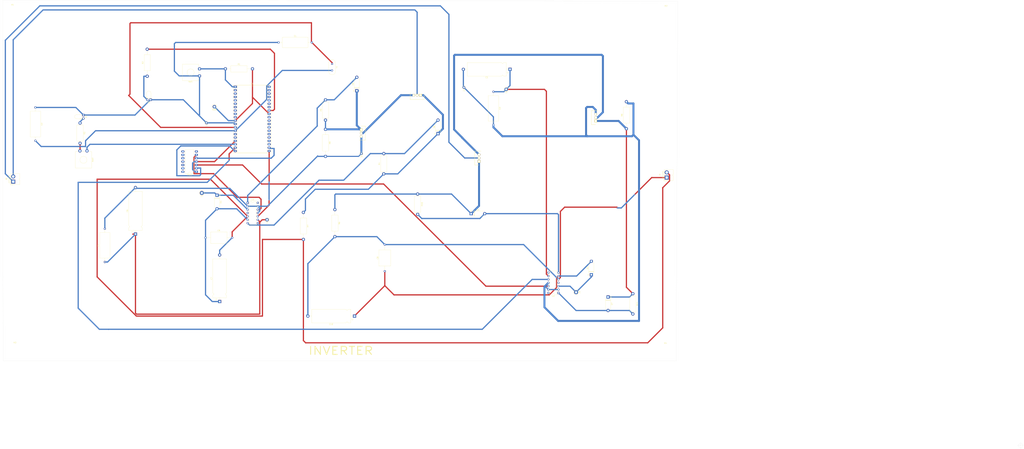
<source format=kicad_pcb>
(kicad_pcb (version 20171130) (host pcbnew "(5.1.9)-1")

  (general
    (thickness 1.6)
    (drawings 6)
    (tracks 333)
    (zones 0)
    (modules 54)
    (nets 75)
  )

  (page A4)
  (layers
    (0 F.Cu signal)
    (31 B.Cu signal)
    (32 B.Adhes user)
    (33 F.Adhes user)
    (34 B.Paste user)
    (35 F.Paste user)
    (36 B.SilkS user)
    (37 F.SilkS user)
    (38 B.Mask user)
    (39 F.Mask user)
    (40 Dwgs.User user)
    (41 Cmts.User user)
    (42 Eco1.User user)
    (43 Eco2.User user)
    (44 Edge.Cuts user)
    (45 Margin user)
    (46 B.CrtYd user)
    (47 F.CrtYd user)
    (48 B.Fab user)
    (49 F.Fab user)
  )

  (setup
    (last_trace_width 0.9)
    (user_trace_width 0.9)
    (user_trace_width 1.5)
    (trace_clearance 0.2)
    (zone_clearance 0.508)
    (zone_45_only no)
    (trace_min 0.2)
    (via_size 0.8)
    (via_drill 0.4)
    (via_min_size 0.4)
    (via_min_drill 0.3)
    (uvia_size 0.3)
    (uvia_drill 0.1)
    (uvias_allowed no)
    (uvia_min_size 0.2)
    (uvia_min_drill 0.1)
    (edge_width 0.05)
    (segment_width 0.2)
    (pcb_text_width 0.3)
    (pcb_text_size 1.5 1.5)
    (mod_edge_width 0.12)
    (mod_text_size 1 1)
    (mod_text_width 0.15)
    (pad_size 1.524 1.524)
    (pad_drill 0.762)
    (pad_to_mask_clearance 0)
    (aux_axis_origin 0 0)
    (visible_elements 7FFFEFFF)
    (pcbplotparams
      (layerselection 0x010fc_ffffffff)
      (usegerberextensions false)
      (usegerberattributes true)
      (usegerberadvancedattributes true)
      (creategerberjobfile true)
      (excludeedgelayer true)
      (linewidth 0.100000)
      (plotframeref false)
      (viasonmask false)
      (mode 1)
      (useauxorigin false)
      (hpglpennumber 1)
      (hpglpenspeed 20)
      (hpglpendiameter 15.000000)
      (psnegative false)
      (psa4output false)
      (plotreference true)
      (plotvalue true)
      (plotinvisibletext false)
      (padsonsilk false)
      (subtractmaskfromsilk false)
      (outputformat 1)
      (mirror false)
      (drillshape 1)
      (scaleselection 1)
      (outputdirectory ""))
  )

  (net 0 "")
  (net 1 "Net-(AND1-Pad1)")
  (net 2 "Net-(AND1-Pad2)")
  (net 3 "Net-(AND1-Pad3)")
  (net 4 "Net-(C1-Pad1)")
  (net 5 "Net-(C1-Pad2)")
  (net 6 "Net-(C2-Pad2)")
  (net 7 "Net-(C3-Pad2)")
  (net 8 "Net-(C3-Pad1)")
  (net 9 "Net-(C4-Pad1)")
  (net 10 "Net-(C4-Pad2)")
  (net 11 "Net-(C7-Pad1)")
  (net 12 "Net-(C7-Pad2)")
  (net 13 "Net-(C10-Pad1)")
  (net 14 "Net-(C10-Pad2)")
  (net 15 "Net-(D1-Pad2)")
  (net 16 "Net-(D2-Pad2)")
  (net 17 "Net-(D3-Pad1)")
  (net 18 "Net-(D4-Pad1)")
  (net 19 "Net-(D5-Pad2)")
  (net 20 "Net-(D5-Pad1)")
  (net 21 "Net-(D6-Pad2)")
  (net 22 "Net-(D6-Pad1)")
  (net 23 "Net-(D7-Pad2)")
  (net 24 "Net-(D7-Pad1)")
  (net 25 "Net-(D8-Pad1)")
  (net 26 "Net-(D8-Pad2)")
  (net 27 "Net-(J8-Pad1)")
  (net 28 "Net-(J8-Pad2)")
  (net 29 "Net-(Q1-Pad3)")
  (net 30 "Net-(Q3-Pad3)")
  (net 31 "Net-(R1-Pad2)")
  (net 32 "Net-(R1-Pad1)")
  (net 33 "Net-(R2-Pad2)")
  (net 34 "Net-(R3-Pad2)")
  (net 35 "Net-(SW2-Pad1)")
  (net 36 "Net-(U1-Pad21)")
  (net 37 "Net-(U1-Pad2)")
  (net 38 "Net-(U1-Pad3)")
  (net 39 "Net-(U1-Pad23)")
  (net 40 "Net-(U1-Pad4)")
  (net 41 "Net-(U1-Pad24)")
  (net 42 "Net-(U1-Pad5)")
  (net 43 "Net-(U1-Pad25)")
  (net 44 "Net-(U1-Pad6)")
  (net 45 "Net-(U1-Pad26)")
  (net 46 "Net-(U1-Pad7)")
  (net 47 "Net-(U1-Pad27)")
  (net 48 "Net-(U1-Pad8)")
  (net 49 "Net-(U1-Pad28)")
  (net 50 "Net-(U1-Pad9)")
  (net 51 "Net-(U1-Pad29)")
  (net 52 "Net-(U1-Pad10)")
  (net 53 "Net-(U1-Pad30)")
  (net 54 "Net-(U1-Pad31)")
  (net 55 "Net-(U1-Pad34)")
  (net 56 "Net-(U1-Pad15)")
  (net 57 "Net-(U1-Pad35)")
  (net 58 "Net-(U1-Pad16)")
  (net 59 "Net-(U1-Pad36)")
  (net 60 "Net-(U1-Pad37)")
  (net 61 "Net-(U1-Pad38)")
  (net 62 "Net-(U1-Pad19)")
  (net 63 "Net-(U1-Pad39)")
  (net 64 "Net-(U1-Pad40)")
  (net 65 "Net-(U2-Pad14)")
  (net 66 "Net-(U2-Pad4)")
  (net 67 "Net-(U2-Pad8)")
  (net 68 "Net-(U3-Pad8)")
  (net 69 "Net-(U3-Pad4)")
  (net 70 "Net-(U3-Pad14)")
  (net 71 "Net-(AND1-Pad5)")
  (net 72 "Net-(AND1-Pad6)")
  (net 73 Gnd)
  (net 74 Vcc)

  (net_class Default "This is the default net class."
    (clearance 0.2)
    (trace_width 0.25)
    (via_dia 0.8)
    (via_drill 0.4)
    (uvia_dia 0.3)
    (uvia_drill 0.1)
    (add_net Gnd)
    (add_net "Net-(AND1-Pad1)")
    (add_net "Net-(AND1-Pad2)")
    (add_net "Net-(AND1-Pad3)")
    (add_net "Net-(AND1-Pad5)")
    (add_net "Net-(AND1-Pad6)")
    (add_net "Net-(C1-Pad1)")
    (add_net "Net-(C1-Pad2)")
    (add_net "Net-(C10-Pad1)")
    (add_net "Net-(C10-Pad2)")
    (add_net "Net-(C2-Pad2)")
    (add_net "Net-(C3-Pad1)")
    (add_net "Net-(C3-Pad2)")
    (add_net "Net-(C4-Pad1)")
    (add_net "Net-(C4-Pad2)")
    (add_net "Net-(C7-Pad1)")
    (add_net "Net-(C7-Pad2)")
    (add_net "Net-(D1-Pad2)")
    (add_net "Net-(D2-Pad2)")
    (add_net "Net-(D3-Pad1)")
    (add_net "Net-(D4-Pad1)")
    (add_net "Net-(D5-Pad1)")
    (add_net "Net-(D5-Pad2)")
    (add_net "Net-(D6-Pad1)")
    (add_net "Net-(D6-Pad2)")
    (add_net "Net-(D7-Pad1)")
    (add_net "Net-(D7-Pad2)")
    (add_net "Net-(D8-Pad1)")
    (add_net "Net-(D8-Pad2)")
    (add_net "Net-(J8-Pad1)")
    (add_net "Net-(J8-Pad2)")
    (add_net "Net-(Q1-Pad3)")
    (add_net "Net-(Q3-Pad3)")
    (add_net "Net-(R1-Pad1)")
    (add_net "Net-(R1-Pad2)")
    (add_net "Net-(R2-Pad2)")
    (add_net "Net-(R3-Pad2)")
    (add_net "Net-(SW2-Pad1)")
    (add_net "Net-(U1-Pad10)")
    (add_net "Net-(U1-Pad15)")
    (add_net "Net-(U1-Pad16)")
    (add_net "Net-(U1-Pad19)")
    (add_net "Net-(U1-Pad2)")
    (add_net "Net-(U1-Pad21)")
    (add_net "Net-(U1-Pad23)")
    (add_net "Net-(U1-Pad24)")
    (add_net "Net-(U1-Pad25)")
    (add_net "Net-(U1-Pad26)")
    (add_net "Net-(U1-Pad27)")
    (add_net "Net-(U1-Pad28)")
    (add_net "Net-(U1-Pad29)")
    (add_net "Net-(U1-Pad3)")
    (add_net "Net-(U1-Pad30)")
    (add_net "Net-(U1-Pad31)")
    (add_net "Net-(U1-Pad34)")
    (add_net "Net-(U1-Pad35)")
    (add_net "Net-(U1-Pad36)")
    (add_net "Net-(U1-Pad37)")
    (add_net "Net-(U1-Pad38)")
    (add_net "Net-(U1-Pad39)")
    (add_net "Net-(U1-Pad4)")
    (add_net "Net-(U1-Pad40)")
    (add_net "Net-(U1-Pad5)")
    (add_net "Net-(U1-Pad6)")
    (add_net "Net-(U1-Pad7)")
    (add_net "Net-(U1-Pad8)")
    (add_net "Net-(U1-Pad9)")
    (add_net "Net-(U2-Pad14)")
    (add_net "Net-(U2-Pad4)")
    (add_net "Net-(U2-Pad8)")
    (add_net "Net-(U3-Pad14)")
    (add_net "Net-(U3-Pad4)")
    (add_net "Net-(U3-Pad8)")
    (add_net Vcc)
  )

  (module MountingHole:MountingHole_3.2mm_M3 (layer F.Cu) (tedit 56D1B4CB) (tstamp 60B6DE64)
    (at 713.486 576.326)
    (descr "Mounting Hole 3.2mm, no annular, M3")
    (tags "mounting hole 3.2mm no annular m3")
    (attr virtual)
    (fp_text reference M3 (at 0 -4.2) (layer F.SilkS)
      (effects (font (size 1 1) (thickness 0.15)))
    )
    (fp_text value MountingHole_3.2mm_M3 (at 0 4.2) (layer F.Fab)
      (effects (font (size 1 1) (thickness 0.15)))
    )
    (fp_circle (center 0 0) (end 3.45 0) (layer F.CrtYd) (width 0.05))
    (fp_circle (center 0 0) (end 3.2 0) (layer Cmts.User) (width 0.15))
    (fp_text user %R (at 0.3 0) (layer F.Fab)
      (effects (font (size 1 1) (thickness 0.15)))
    )
    (pad 1 np_thru_hole circle (at 0 0) (size 3.2 3.2) (drill 3.2) (layers *.Cu *.Mask))
  )

  (module MountingHole:MountingHole_3.2mm_M3 (layer F.Cu) (tedit 56D1B4CB) (tstamp 60B6DE8F)
    (at 1201.801 576.7705)
    (descr "Mounting Hole 3.2mm, no annular, M3")
    (tags "mounting hole 3.2mm no annular m3")
    (attr virtual)
    (fp_text reference M4 (at 0 -4.2) (layer F.SilkS)
      (effects (font (size 1 1) (thickness 0.15)))
    )
    (fp_text value MountingHole_3.2mm_M3 (at 0 4.2) (layer F.Fab)
      (effects (font (size 1 1) (thickness 0.15)))
    )
    (fp_circle (center 0 0) (end 3.45 0) (layer F.CrtYd) (width 0.05))
    (fp_circle (center 0 0) (end 3.2 0) (layer Cmts.User) (width 0.15))
    (fp_text user %R (at 0.3 0) (layer F.Fab)
      (effects (font (size 1 1) (thickness 0.15)))
    )
    (pad 1 np_thru_hole circle (at 0 0) (size 3.2 3.2) (drill 3.2) (layers *.Cu *.Mask))
  )

  (module MountingHole:MountingHole_3.2mm_M3 (layer F.Cu) (tedit 56D1B4CB) (tstamp 60B6DE40)
    (at 711.7715 322.5165)
    (descr "Mounting Hole 3.2mm, no annular, M3")
    (tags "mounting hole 3.2mm no annular m3")
    (attr virtual)
    (fp_text reference M1 (at 0 -4.2) (layer F.SilkS)
      (effects (font (size 1 1) (thickness 0.15)))
    )
    (fp_text value MountingHole_3.2mm_M3 (at 0 4.2) (layer F.Fab)
      (effects (font (size 1 1) (thickness 0.15)))
    )
    (fp_circle (center 0 0) (end 3.45 0) (layer F.CrtYd) (width 0.05))
    (fp_circle (center 0 0) (end 3.2 0) (layer Cmts.User) (width 0.15))
    (fp_text user %R (at 0.3 0) (layer F.Fab)
      (effects (font (size 1 1) (thickness 0.15)))
    )
    (pad 1 np_thru_hole circle (at 0 0) (size 3.2 3.2) (drill 3.2) (layers *.Cu *.Mask))
  )

  (module MountingHole:MountingHole_3.2mm_M3 (layer F.Cu) (tedit 56D1B4CB) (tstamp 60B6DE15)
    (at 1202.182 323.342)
    (descr "Mounting Hole 3.2mm, no annular, M3")
    (tags "mounting hole 3.2mm no annular m3")
    (attr virtual)
    (fp_text reference M2 (at 0 -4.2) (layer F.SilkS)
      (effects (font (size 1 1) (thickness 0.15)))
    )
    (fp_text value MountingHole_3.2mm_M3 (at 0 4.2) (layer F.Fab)
      (effects (font (size 1 1) (thickness 0.15)))
    )
    (fp_circle (center 0 0) (end 3.45 0) (layer F.CrtYd) (width 0.05))
    (fp_circle (center 0 0) (end 3.2 0) (layer Cmts.User) (width 0.15))
    (fp_text user %R (at 0.3 0) (layer F.Fab)
      (effects (font (size 1 1) (thickness 0.15)))
    )
    (pad 1 np_thru_hole circle (at 0 0) (size 3.2 3.2) (drill 3.2) (layers *.Cu *.Mask))
  )

  (module Package_DIP:DIP-14_W10.16mm_LongPads (layer F.Cu) (tedit 5A02E8C5) (tstamp 60B94905)
    (at 849.6935 443.738 180)
    (descr "14-lead though-hole mounted DIP package, row spacing 10.16 mm (400 mils), LongPads")
    (tags "THT DIP DIL PDIP 2.54mm 10.16mm 400mil LongPads")
    (path /60E16EEE)
    (fp_text reference AND1 (at 5.08 -2.33) (layer F.SilkS)
      (effects (font (size 1 1) (thickness 0.15)))
    )
    (fp_text value 7408 (at 5.08 17.57) (layer F.Fab)
      (effects (font (size 1 1) (thickness 0.15)))
    )
    (fp_line (start 11.65 -1.55) (end -1.5 -1.55) (layer F.CrtYd) (width 0.05))
    (fp_line (start 11.65 16.8) (end 11.65 -1.55) (layer F.CrtYd) (width 0.05))
    (fp_line (start -1.5 16.8) (end 11.65 16.8) (layer F.CrtYd) (width 0.05))
    (fp_line (start -1.5 -1.55) (end -1.5 16.8) (layer F.CrtYd) (width 0.05))
    (fp_line (start 8.315 -1.33) (end 6.08 -1.33) (layer F.SilkS) (width 0.12))
    (fp_line (start 8.315 16.57) (end 8.315 -1.33) (layer F.SilkS) (width 0.12))
    (fp_line (start 1.845 16.57) (end 8.315 16.57) (layer F.SilkS) (width 0.12))
    (fp_line (start 1.845 -1.33) (end 1.845 16.57) (layer F.SilkS) (width 0.12))
    (fp_line (start 4.08 -1.33) (end 1.845 -1.33) (layer F.SilkS) (width 0.12))
    (fp_line (start 1.905 -0.27) (end 2.905 -1.27) (layer F.Fab) (width 0.1))
    (fp_line (start 1.905 16.51) (end 1.905 -0.27) (layer F.Fab) (width 0.1))
    (fp_line (start 8.255 16.51) (end 1.905 16.51) (layer F.Fab) (width 0.1))
    (fp_line (start 8.255 -1.27) (end 8.255 16.51) (layer F.Fab) (width 0.1))
    (fp_line (start 2.905 -1.27) (end 8.255 -1.27) (layer F.Fab) (width 0.1))
    (fp_arc (start 5.08 -1.33) (end 4.08 -1.33) (angle -180) (layer F.SilkS) (width 0.12))
    (fp_text user %R (at 5.08 7.62) (layer F.Fab)
      (effects (font (size 1 1) (thickness 0.15)))
    )
    (pad 1 thru_hole rect (at 0 0 180) (size 2.4 1.6) (drill 0.8) (layers *.Cu *.Mask)
      (net 1 "Net-(AND1-Pad1)"))
    (pad 8 thru_hole oval (at 10.16 15.24 180) (size 2.4 1.6) (drill 0.8) (layers *.Cu *.Mask))
    (pad 2 thru_hole oval (at 0 2.54 180) (size 2.4 1.6) (drill 0.8) (layers *.Cu *.Mask)
      (net 2 "Net-(AND1-Pad2)"))
    (pad 9 thru_hole oval (at 10.16 12.7 180) (size 2.4 1.6) (drill 0.8) (layers *.Cu *.Mask))
    (pad 3 thru_hole oval (at 0 5.08 180) (size 2.4 1.6) (drill 0.8) (layers *.Cu *.Mask)
      (net 3 "Net-(AND1-Pad3)"))
    (pad 10 thru_hole oval (at 10.16 10.16 180) (size 2.4 1.6) (drill 0.8) (layers *.Cu *.Mask))
    (pad 4 thru_hole oval (at 0 7.62 180) (size 2.4 1.6) (drill 0.8) (layers *.Cu *.Mask)
      (net 1 "Net-(AND1-Pad1)"))
    (pad 11 thru_hole oval (at 10.16 7.62 180) (size 2.4 1.6) (drill 0.8) (layers *.Cu *.Mask))
    (pad 5 thru_hole oval (at 0 10.16 180) (size 2.4 1.6) (drill 0.8) (layers *.Cu *.Mask)
      (net 71 "Net-(AND1-Pad5)"))
    (pad 12 thru_hole oval (at 10.16 5.08 180) (size 2.4 1.6) (drill 0.8) (layers *.Cu *.Mask))
    (pad 6 thru_hole oval (at 0 12.7 180) (size 2.4 1.6) (drill 0.8) (layers *.Cu *.Mask)
      (net 72 "Net-(AND1-Pad6)"))
    (pad 13 thru_hole oval (at 10.16 2.54 180) (size 2.4 1.6) (drill 0.8) (layers *.Cu *.Mask))
    (pad 7 thru_hole oval (at 0 15.24 180) (size 2.4 1.6) (drill 0.8) (layers *.Cu *.Mask)
      (net 73 Gnd))
    (pad 14 thru_hole oval (at 10.16 0 180) (size 2.4 1.6) (drill 0.8) (layers *.Cu *.Mask)
      (net 74 Vcc))
    (model ${KISYS3DMOD}/Package_DIP.3dshapes/DIP-14_W10.16mm.wrl
      (at (xyz 0 0 0))
      (scale (xyz 1 1 1))
      (rotate (xyz 0 0 0))
    )
  )

  (module Capacitor_THT:C_Axial_L19.0mm_D7.5mm_P25.00mm_Horizontal (layer F.Cu) (tedit 5AE50EF0) (tstamp 60B9491C)
    (at 911.352 346.583)
    (descr "C, Axial series, Axial, Horizontal, pin pitch=25mm, , length*diameter=19*7.5mm^2, http://cdn-reichelt.de/documents/datenblatt/B300/STYROFLEX.pdf")
    (tags "C Axial series Axial Horizontal pin pitch 25mm  length 19mm diameter 7.5mm")
    (path /60B3AB42)
    (fp_text reference C1 (at 12.5 -4.87) (layer F.SilkS)
      (effects (font (size 1 1) (thickness 0.15)))
    )
    (fp_text value 33pF (at 12.5 4.87) (layer F.Fab)
      (effects (font (size 1 1) (thickness 0.15)))
    )
    (fp_line (start 26.05 -4) (end -1.05 -4) (layer F.CrtYd) (width 0.05))
    (fp_line (start 26.05 4) (end 26.05 -4) (layer F.CrtYd) (width 0.05))
    (fp_line (start -1.05 4) (end 26.05 4) (layer F.CrtYd) (width 0.05))
    (fp_line (start -1.05 -4) (end -1.05 4) (layer F.CrtYd) (width 0.05))
    (fp_line (start 23.96 0) (end 22.12 0) (layer F.SilkS) (width 0.12))
    (fp_line (start 1.04 0) (end 2.88 0) (layer F.SilkS) (width 0.12))
    (fp_line (start 22.12 -3.87) (end 2.88 -3.87) (layer F.SilkS) (width 0.12))
    (fp_line (start 22.12 3.87) (end 22.12 -3.87) (layer F.SilkS) (width 0.12))
    (fp_line (start 2.88 3.87) (end 22.12 3.87) (layer F.SilkS) (width 0.12))
    (fp_line (start 2.88 -3.87) (end 2.88 3.87) (layer F.SilkS) (width 0.12))
    (fp_line (start 25 0) (end 22 0) (layer F.Fab) (width 0.1))
    (fp_line (start 0 0) (end 3 0) (layer F.Fab) (width 0.1))
    (fp_line (start 22 -3.75) (end 3 -3.75) (layer F.Fab) (width 0.1))
    (fp_line (start 22 3.75) (end 22 -3.75) (layer F.Fab) (width 0.1))
    (fp_line (start 3 3.75) (end 22 3.75) (layer F.Fab) (width 0.1))
    (fp_line (start 3 -3.75) (end 3 3.75) (layer F.Fab) (width 0.1))
    (fp_text user %R (at 12.5 0) (layer F.Fab)
      (effects (font (size 1 1) (thickness 0.15)))
    )
    (pad 1 thru_hole circle (at 0 0) (size 1.6 1.6) (drill 0.8) (layers *.Cu *.Mask)
      (net 4 "Net-(C1-Pad1)"))
    (pad 2 thru_hole oval (at 25 0) (size 1.6 1.6) (drill 0.8) (layers *.Cu *.Mask)
      (net 5 "Net-(C1-Pad2)"))
    (model ${KISYS3DMOD}/Capacitor_THT.3dshapes/C_Axial_L19.0mm_D7.5mm_P25.00mm_Horizontal.wrl
      (at (xyz 0 0 0))
      (scale (xyz 1 1 1))
      (rotate (xyz 0 0 0))
    )
  )

  (module Capacitor_THT:C_Axial_L19.0mm_D7.5mm_P25.00mm_Horizontal (layer F.Cu) (tedit 5AE50EF0) (tstamp 60B94933)
    (at 728.853 395.4145 270)
    (descr "C, Axial series, Axial, Horizontal, pin pitch=25mm, , length*diameter=19*7.5mm^2, http://cdn-reichelt.de/documents/datenblatt/B300/STYROFLEX.pdf")
    (tags "C Axial series Axial Horizontal pin pitch 25mm  length 19mm diameter 7.5mm")
    (path /60B3AA1C)
    (fp_text reference C2 (at 12.5 -4.87 90) (layer F.SilkS)
      (effects (font (size 1 1) (thickness 0.15)))
    )
    (fp_text value 33pF (at 12.5 4.87 90) (layer F.Fab)
      (effects (font (size 1 1) (thickness 0.15)))
    )
    (fp_line (start 3 -3.75) (end 3 3.75) (layer F.Fab) (width 0.1))
    (fp_line (start 3 3.75) (end 22 3.75) (layer F.Fab) (width 0.1))
    (fp_line (start 22 3.75) (end 22 -3.75) (layer F.Fab) (width 0.1))
    (fp_line (start 22 -3.75) (end 3 -3.75) (layer F.Fab) (width 0.1))
    (fp_line (start 0 0) (end 3 0) (layer F.Fab) (width 0.1))
    (fp_line (start 25 0) (end 22 0) (layer F.Fab) (width 0.1))
    (fp_line (start 2.88 -3.87) (end 2.88 3.87) (layer F.SilkS) (width 0.12))
    (fp_line (start 2.88 3.87) (end 22.12 3.87) (layer F.SilkS) (width 0.12))
    (fp_line (start 22.12 3.87) (end 22.12 -3.87) (layer F.SilkS) (width 0.12))
    (fp_line (start 22.12 -3.87) (end 2.88 -3.87) (layer F.SilkS) (width 0.12))
    (fp_line (start 1.04 0) (end 2.88 0) (layer F.SilkS) (width 0.12))
    (fp_line (start 23.96 0) (end 22.12 0) (layer F.SilkS) (width 0.12))
    (fp_line (start -1.05 -4) (end -1.05 4) (layer F.CrtYd) (width 0.05))
    (fp_line (start -1.05 4) (end 26.05 4) (layer F.CrtYd) (width 0.05))
    (fp_line (start 26.05 4) (end 26.05 -4) (layer F.CrtYd) (width 0.05))
    (fp_line (start 26.05 -4) (end -1.05 -4) (layer F.CrtYd) (width 0.05))
    (fp_text user %R (at 12.5 0 90) (layer F.Fab)
      (effects (font (size 1 1) (thickness 0.15)))
    )
    (pad 2 thru_hole oval (at 25 0 270) (size 1.6 1.6) (drill 0.8) (layers *.Cu *.Mask)
      (net 6 "Net-(C2-Pad2)"))
    (pad 1 thru_hole circle (at 0 0 270) (size 1.6 1.6) (drill 0.8) (layers *.Cu *.Mask)
      (net 4 "Net-(C1-Pad1)"))
    (model ${KISYS3DMOD}/Capacitor_THT.3dshapes/C_Axial_L19.0mm_D7.5mm_P25.00mm_Horizontal.wrl
      (at (xyz 0 0 0))
      (scale (xyz 1 1 1))
      (rotate (xyz 0 0 0))
    )
  )

  (module Capacitor_THT:C_Axial_L19.0mm_D7.5mm_P25.00mm_Horizontal (layer F.Cu) (tedit 5AE50EF0) (tstamp 60B9494A)
    (at 1072.642 383.6035 270)
    (descr "C, Axial series, Axial, Horizontal, pin pitch=25mm, , length*diameter=19*7.5mm^2, http://cdn-reichelt.de/documents/datenblatt/B300/STYROFLEX.pdf")
    (tags "C Axial series Axial Horizontal pin pitch 25mm  length 19mm diameter 7.5mm")
    (path /60B3A883)
    (fp_text reference C3 (at 12.5 -4.87 90) (layer F.SilkS)
      (effects (font (size 1 1) (thickness 0.15)))
    )
    (fp_text value 100nF (at 12.5 4.87 90) (layer F.Fab)
      (effects (font (size 1 1) (thickness 0.15)))
    )
    (fp_line (start 26.05 -4) (end -1.05 -4) (layer F.CrtYd) (width 0.05))
    (fp_line (start 26.05 4) (end 26.05 -4) (layer F.CrtYd) (width 0.05))
    (fp_line (start -1.05 4) (end 26.05 4) (layer F.CrtYd) (width 0.05))
    (fp_line (start -1.05 -4) (end -1.05 4) (layer F.CrtYd) (width 0.05))
    (fp_line (start 23.96 0) (end 22.12 0) (layer F.SilkS) (width 0.12))
    (fp_line (start 1.04 0) (end 2.88 0) (layer F.SilkS) (width 0.12))
    (fp_line (start 22.12 -3.87) (end 2.88 -3.87) (layer F.SilkS) (width 0.12))
    (fp_line (start 22.12 3.87) (end 22.12 -3.87) (layer F.SilkS) (width 0.12))
    (fp_line (start 2.88 3.87) (end 22.12 3.87) (layer F.SilkS) (width 0.12))
    (fp_line (start 2.88 -3.87) (end 2.88 3.87) (layer F.SilkS) (width 0.12))
    (fp_line (start 25 0) (end 22 0) (layer F.Fab) (width 0.1))
    (fp_line (start 0 0) (end 3 0) (layer F.Fab) (width 0.1))
    (fp_line (start 22 -3.75) (end 3 -3.75) (layer F.Fab) (width 0.1))
    (fp_line (start 22 3.75) (end 22 -3.75) (layer F.Fab) (width 0.1))
    (fp_line (start 3 3.75) (end 22 3.75) (layer F.Fab) (width 0.1))
    (fp_line (start 3 -3.75) (end 3 3.75) (layer F.Fab) (width 0.1))
    (fp_text user %R (at 12.5 0 90) (layer F.Fab)
      (effects (font (size 1 1) (thickness 0.15)))
    )
    (pad 1 thru_hole circle (at 0 0 270) (size 1.6 1.6) (drill 0.8) (layers *.Cu *.Mask)
      (net 8 "Net-(C3-Pad1)"))
    (pad 2 thru_hole oval (at 25 0 270) (size 1.6 1.6) (drill 0.8) (layers *.Cu *.Mask)
      (net 7 "Net-(C3-Pad2)"))
    (model ${KISYS3DMOD}/Capacitor_THT.3dshapes/C_Axial_L19.0mm_D7.5mm_P25.00mm_Horizontal.wrl
      (at (xyz 0 0 0))
      (scale (xyz 1 1 1))
      (rotate (xyz 0 0 0))
    )
  )

  (module Capacitor_THT:C_Axial_L19.0mm_D7.5mm_P25.00mm_Horizontal (layer F.Cu) (tedit 5AE50EF0) (tstamp 60B94961)
    (at 780.9865 511.556 90)
    (descr "C, Axial series, Axial, Horizontal, pin pitch=25mm, , length*diameter=19*7.5mm^2, http://cdn-reichelt.de/documents/datenblatt/B300/STYROFLEX.pdf")
    (tags "C Axial series Axial Horizontal pin pitch 25mm  length 19mm diameter 7.5mm")
    (path /60BA79EA)
    (fp_text reference C4 (at 12.5 -4.87 90) (layer F.SilkS)
      (effects (font (size 1 1) (thickness 0.15)))
    )
    (fp_text value 100nF (at 12.5 4.87 90) (layer F.Fab)
      (effects (font (size 1 1) (thickness 0.15)))
    )
    (fp_line (start 3 -3.75) (end 3 3.75) (layer F.Fab) (width 0.1))
    (fp_line (start 3 3.75) (end 22 3.75) (layer F.Fab) (width 0.1))
    (fp_line (start 22 3.75) (end 22 -3.75) (layer F.Fab) (width 0.1))
    (fp_line (start 22 -3.75) (end 3 -3.75) (layer F.Fab) (width 0.1))
    (fp_line (start 0 0) (end 3 0) (layer F.Fab) (width 0.1))
    (fp_line (start 25 0) (end 22 0) (layer F.Fab) (width 0.1))
    (fp_line (start 2.88 -3.87) (end 2.88 3.87) (layer F.SilkS) (width 0.12))
    (fp_line (start 2.88 3.87) (end 22.12 3.87) (layer F.SilkS) (width 0.12))
    (fp_line (start 22.12 3.87) (end 22.12 -3.87) (layer F.SilkS) (width 0.12))
    (fp_line (start 22.12 -3.87) (end 2.88 -3.87) (layer F.SilkS) (width 0.12))
    (fp_line (start 1.04 0) (end 2.88 0) (layer F.SilkS) (width 0.12))
    (fp_line (start 23.96 0) (end 22.12 0) (layer F.SilkS) (width 0.12))
    (fp_line (start -1.05 -4) (end -1.05 4) (layer F.CrtYd) (width 0.05))
    (fp_line (start -1.05 4) (end 26.05 4) (layer F.CrtYd) (width 0.05))
    (fp_line (start 26.05 4) (end 26.05 -4) (layer F.CrtYd) (width 0.05))
    (fp_line (start 26.05 -4) (end -1.05 -4) (layer F.CrtYd) (width 0.05))
    (fp_text user %R (at 12.5 0 90) (layer F.Fab)
      (effects (font (size 1 1) (thickness 0.15)))
    )
    (pad 2 thru_hole oval (at 25 0 90) (size 1.6 1.6) (drill 0.8) (layers *.Cu *.Mask)
      (net 10 "Net-(C4-Pad2)"))
    (pad 1 thru_hole circle (at 0 0 90) (size 1.6 1.6) (drill 0.8) (layers *.Cu *.Mask)
      (net 9 "Net-(C4-Pad1)"))
    (model ${KISYS3DMOD}/Capacitor_THT.3dshapes/C_Axial_L19.0mm_D7.5mm_P25.00mm_Horizontal.wrl
      (at (xyz 0 0 0))
      (scale (xyz 1 1 1))
      (rotate (xyz 0 0 0))
    )
  )

  (module Capacitor_THT:CP_Axial_L29.0mm_D10.0mm_P35.00mm_Horizontal (layer F.Cu) (tedit 5AE50EF2) (tstamp 60B94988)
    (at 1085.088 366.776 180)
    (descr "CP, Axial series, Axial, Horizontal, pin pitch=35mm, , length*diameter=29*10mm^2, Electrolytic Capacitor, , http://www.kemet.com/Lists/ProductCatalog/Attachments/424/KEM_AC102.pdf")
    (tags "CP Axial series Axial Horizontal pin pitch 35mm  length 29mm diameter 10mm Electrolytic Capacitor")
    (path /60B3B590)
    (fp_text reference C5 (at 17.5 -6.12) (layer F.SilkS)
      (effects (font (size 1 1) (thickness 0.15)))
    )
    (fp_text value 22uF (at 17.5 6.12) (layer F.Fab)
      (effects (font (size 1 1) (thickness 0.15)))
    )
    (fp_line (start 36.45 -5.25) (end -1.45 -5.25) (layer F.CrtYd) (width 0.05))
    (fp_line (start 36.45 5.25) (end 36.45 -5.25) (layer F.CrtYd) (width 0.05))
    (fp_line (start -1.45 5.25) (end 36.45 5.25) (layer F.CrtYd) (width 0.05))
    (fp_line (start -1.45 -5.25) (end -1.45 5.25) (layer F.CrtYd) (width 0.05))
    (fp_line (start 33.56 0) (end 32.12 0) (layer F.SilkS) (width 0.12))
    (fp_line (start 1.44 0) (end 2.88 0) (layer F.SilkS) (width 0.12))
    (fp_line (start 6.48 5.12) (end 32.12 5.12) (layer F.SilkS) (width 0.12))
    (fp_line (start 5.58 4.22) (end 6.48 5.12) (layer F.SilkS) (width 0.12))
    (fp_line (start 4.68 5.12) (end 5.58 4.22) (layer F.SilkS) (width 0.12))
    (fp_line (start 2.88 5.12) (end 4.68 5.12) (layer F.SilkS) (width 0.12))
    (fp_line (start 6.48 -5.12) (end 32.12 -5.12) (layer F.SilkS) (width 0.12))
    (fp_line (start 5.58 -4.22) (end 6.48 -5.12) (layer F.SilkS) (width 0.12))
    (fp_line (start 4.68 -5.12) (end 5.58 -4.22) (layer F.SilkS) (width 0.12))
    (fp_line (start 2.88 -5.12) (end 4.68 -5.12) (layer F.SilkS) (width 0.12))
    (fp_line (start 32.12 -5.12) (end 32.12 5.12) (layer F.SilkS) (width 0.12))
    (fp_line (start 2.88 -5.12) (end 2.88 5.12) (layer F.SilkS) (width 0.12))
    (fp_line (start 1.68 -3.5) (end 1.68 -1.7) (layer F.SilkS) (width 0.12))
    (fp_line (start 0.78 -2.6) (end 2.58 -2.6) (layer F.SilkS) (width 0.12))
    (fp_line (start 5.6 -0.9) (end 5.6 0.9) (layer F.Fab) (width 0.1))
    (fp_line (start 4.7 0) (end 6.5 0) (layer F.Fab) (width 0.1))
    (fp_line (start 35 0) (end 32 0) (layer F.Fab) (width 0.1))
    (fp_line (start 0 0) (end 3 0) (layer F.Fab) (width 0.1))
    (fp_line (start 6.48 5) (end 32 5) (layer F.Fab) (width 0.1))
    (fp_line (start 5.58 4.1) (end 6.48 5) (layer F.Fab) (width 0.1))
    (fp_line (start 4.68 5) (end 5.58 4.1) (layer F.Fab) (width 0.1))
    (fp_line (start 3 5) (end 4.68 5) (layer F.Fab) (width 0.1))
    (fp_line (start 6.48 -5) (end 32 -5) (layer F.Fab) (width 0.1))
    (fp_line (start 5.58 -4.1) (end 6.48 -5) (layer F.Fab) (width 0.1))
    (fp_line (start 4.68 -5) (end 5.58 -4.1) (layer F.Fab) (width 0.1))
    (fp_line (start 3 -5) (end 4.68 -5) (layer F.Fab) (width 0.1))
    (fp_line (start 32 -5) (end 32 5) (layer F.Fab) (width 0.1))
    (fp_line (start 3 -5) (end 3 5) (layer F.Fab) (width 0.1))
    (fp_text user %R (at 17.5 0) (layer F.Fab)
      (effects (font (size 1 1) (thickness 0.15)))
    )
    (pad 1 thru_hole rect (at 0 0 180) (size 2.4 2.4) (drill 1.2) (layers *.Cu *.Mask)
      (net 8 "Net-(C3-Pad1)"))
    (pad 2 thru_hole oval (at 35 0 180) (size 2.4 2.4) (drill 1.2) (layers *.Cu *.Mask)
      (net 7 "Net-(C3-Pad2)"))
    (model ${KISYS3DMOD}/Capacitor_THT.3dshapes/CP_Axial_L29.0mm_D10.0mm_P35.00mm_Horizontal.wrl
      (at (xyz 0 0 0))
      (scale (xyz 1 1 1))
      (rotate (xyz 0 0 0))
    )
  )

  (module Capacitor_THT:CP_Axial_L29.0mm_D10.0mm_P35.00mm_Horizontal (layer F.Cu) (tedit 5AE50EF2) (tstamp 60B949AF)
    (at 803.9735 490.601 90)
    (descr "CP, Axial series, Axial, Horizontal, pin pitch=35mm, , length*diameter=29*10mm^2, Electrolytic Capacitor, , http://www.kemet.com/Lists/ProductCatalog/Attachments/424/KEM_AC102.pdf")
    (tags "CP Axial series Axial Horizontal pin pitch 35mm  length 29mm diameter 10mm Electrolytic Capacitor")
    (path /60BA79F6)
    (fp_text reference C6 (at 17.5 -6.12 90) (layer F.SilkS)
      (effects (font (size 1 1) (thickness 0.15)))
    )
    (fp_text value 22uF (at 17.5 6.12 90) (layer F.Fab)
      (effects (font (size 1 1) (thickness 0.15)))
    )
    (fp_line (start 3 -5) (end 3 5) (layer F.Fab) (width 0.1))
    (fp_line (start 32 -5) (end 32 5) (layer F.Fab) (width 0.1))
    (fp_line (start 3 -5) (end 4.68 -5) (layer F.Fab) (width 0.1))
    (fp_line (start 4.68 -5) (end 5.58 -4.1) (layer F.Fab) (width 0.1))
    (fp_line (start 5.58 -4.1) (end 6.48 -5) (layer F.Fab) (width 0.1))
    (fp_line (start 6.48 -5) (end 32 -5) (layer F.Fab) (width 0.1))
    (fp_line (start 3 5) (end 4.68 5) (layer F.Fab) (width 0.1))
    (fp_line (start 4.68 5) (end 5.58 4.1) (layer F.Fab) (width 0.1))
    (fp_line (start 5.58 4.1) (end 6.48 5) (layer F.Fab) (width 0.1))
    (fp_line (start 6.48 5) (end 32 5) (layer F.Fab) (width 0.1))
    (fp_line (start 0 0) (end 3 0) (layer F.Fab) (width 0.1))
    (fp_line (start 35 0) (end 32 0) (layer F.Fab) (width 0.1))
    (fp_line (start 4.7 0) (end 6.5 0) (layer F.Fab) (width 0.1))
    (fp_line (start 5.6 -0.9) (end 5.6 0.9) (layer F.Fab) (width 0.1))
    (fp_line (start 0.78 -2.6) (end 2.58 -2.6) (layer F.SilkS) (width 0.12))
    (fp_line (start 1.68 -3.5) (end 1.68 -1.7) (layer F.SilkS) (width 0.12))
    (fp_line (start 2.88 -5.12) (end 2.88 5.12) (layer F.SilkS) (width 0.12))
    (fp_line (start 32.12 -5.12) (end 32.12 5.12) (layer F.SilkS) (width 0.12))
    (fp_line (start 2.88 -5.12) (end 4.68 -5.12) (layer F.SilkS) (width 0.12))
    (fp_line (start 4.68 -5.12) (end 5.58 -4.22) (layer F.SilkS) (width 0.12))
    (fp_line (start 5.58 -4.22) (end 6.48 -5.12) (layer F.SilkS) (width 0.12))
    (fp_line (start 6.48 -5.12) (end 32.12 -5.12) (layer F.SilkS) (width 0.12))
    (fp_line (start 2.88 5.12) (end 4.68 5.12) (layer F.SilkS) (width 0.12))
    (fp_line (start 4.68 5.12) (end 5.58 4.22) (layer F.SilkS) (width 0.12))
    (fp_line (start 5.58 4.22) (end 6.48 5.12) (layer F.SilkS) (width 0.12))
    (fp_line (start 6.48 5.12) (end 32.12 5.12) (layer F.SilkS) (width 0.12))
    (fp_line (start 1.44 0) (end 2.88 0) (layer F.SilkS) (width 0.12))
    (fp_line (start 33.56 0) (end 32.12 0) (layer F.SilkS) (width 0.12))
    (fp_line (start -1.45 -5.25) (end -1.45 5.25) (layer F.CrtYd) (width 0.05))
    (fp_line (start -1.45 5.25) (end 36.45 5.25) (layer F.CrtYd) (width 0.05))
    (fp_line (start 36.45 5.25) (end 36.45 -5.25) (layer F.CrtYd) (width 0.05))
    (fp_line (start 36.45 -5.25) (end -1.45 -5.25) (layer F.CrtYd) (width 0.05))
    (fp_text user %R (at 17.5 0 90) (layer F.Fab)
      (effects (font (size 1 1) (thickness 0.15)))
    )
    (pad 2 thru_hole oval (at 35 0 90) (size 2.4 2.4) (drill 1.2) (layers *.Cu *.Mask)
      (net 10 "Net-(C4-Pad2)"))
    (pad 1 thru_hole rect (at 0 0 90) (size 2.4 2.4) (drill 1.2) (layers *.Cu *.Mask)
      (net 9 "Net-(C4-Pad1)"))
    (model ${KISYS3DMOD}/Capacitor_THT.3dshapes/CP_Axial_L29.0mm_D10.0mm_P35.00mm_Horizontal.wrl
      (at (xyz 0 0 0))
      (scale (xyz 1 1 1))
      (rotate (xyz 0 0 0))
    )
  )

  (module Capacitor_THT:CP_Axial_L29.0mm_D10.0mm_P35.00mm_Horizontal (layer F.Cu) (tedit 5AE50EF2) (tstamp 60B949D6)
    (at 867.156 541.274 90)
    (descr "CP, Axial series, Axial, Horizontal, pin pitch=35mm, , length*diameter=29*10mm^2, Electrolytic Capacitor, , http://www.kemet.com/Lists/ProductCatalog/Attachments/424/KEM_AC102.pdf")
    (tags "CP Axial series Axial Horizontal pin pitch 35mm  length 29mm diameter 10mm Electrolytic Capacitor")
    (path /60BA79F0)
    (fp_text reference C7 (at 17.5 -6.12 90) (layer F.SilkS)
      (effects (font (size 1 1) (thickness 0.15)))
    )
    (fp_text value 22uF (at 17.5 6.12 90) (layer F.Fab)
      (effects (font (size 1 1) (thickness 0.15)))
    )
    (fp_line (start 36.45 -5.25) (end -1.45 -5.25) (layer F.CrtYd) (width 0.05))
    (fp_line (start 36.45 5.25) (end 36.45 -5.25) (layer F.CrtYd) (width 0.05))
    (fp_line (start -1.45 5.25) (end 36.45 5.25) (layer F.CrtYd) (width 0.05))
    (fp_line (start -1.45 -5.25) (end -1.45 5.25) (layer F.CrtYd) (width 0.05))
    (fp_line (start 33.56 0) (end 32.12 0) (layer F.SilkS) (width 0.12))
    (fp_line (start 1.44 0) (end 2.88 0) (layer F.SilkS) (width 0.12))
    (fp_line (start 6.48 5.12) (end 32.12 5.12) (layer F.SilkS) (width 0.12))
    (fp_line (start 5.58 4.22) (end 6.48 5.12) (layer F.SilkS) (width 0.12))
    (fp_line (start 4.68 5.12) (end 5.58 4.22) (layer F.SilkS) (width 0.12))
    (fp_line (start 2.88 5.12) (end 4.68 5.12) (layer F.SilkS) (width 0.12))
    (fp_line (start 6.48 -5.12) (end 32.12 -5.12) (layer F.SilkS) (width 0.12))
    (fp_line (start 5.58 -4.22) (end 6.48 -5.12) (layer F.SilkS) (width 0.12))
    (fp_line (start 4.68 -5.12) (end 5.58 -4.22) (layer F.SilkS) (width 0.12))
    (fp_line (start 2.88 -5.12) (end 4.68 -5.12) (layer F.SilkS) (width 0.12))
    (fp_line (start 32.12 -5.12) (end 32.12 5.12) (layer F.SilkS) (width 0.12))
    (fp_line (start 2.88 -5.12) (end 2.88 5.12) (layer F.SilkS) (width 0.12))
    (fp_line (start 1.68 -3.5) (end 1.68 -1.7) (layer F.SilkS) (width 0.12))
    (fp_line (start 0.78 -2.6) (end 2.58 -2.6) (layer F.SilkS) (width 0.12))
    (fp_line (start 5.6 -0.9) (end 5.6 0.9) (layer F.Fab) (width 0.1))
    (fp_line (start 4.7 0) (end 6.5 0) (layer F.Fab) (width 0.1))
    (fp_line (start 35 0) (end 32 0) (layer F.Fab) (width 0.1))
    (fp_line (start 0 0) (end 3 0) (layer F.Fab) (width 0.1))
    (fp_line (start 6.48 5) (end 32 5) (layer F.Fab) (width 0.1))
    (fp_line (start 5.58 4.1) (end 6.48 5) (layer F.Fab) (width 0.1))
    (fp_line (start 4.68 5) (end 5.58 4.1) (layer F.Fab) (width 0.1))
    (fp_line (start 3 5) (end 4.68 5) (layer F.Fab) (width 0.1))
    (fp_line (start 6.48 -5) (end 32 -5) (layer F.Fab) (width 0.1))
    (fp_line (start 5.58 -4.1) (end 6.48 -5) (layer F.Fab) (width 0.1))
    (fp_line (start 4.68 -5) (end 5.58 -4.1) (layer F.Fab) (width 0.1))
    (fp_line (start 3 -5) (end 4.68 -5) (layer F.Fab) (width 0.1))
    (fp_line (start 32 -5) (end 32 5) (layer F.Fab) (width 0.1))
    (fp_line (start 3 -5) (end 3 5) (layer F.Fab) (width 0.1))
    (fp_text user %R (at 17.5 0 90) (layer F.Fab)
      (effects (font (size 1 1) (thickness 0.15)))
    )
    (pad 1 thru_hole rect (at 0 0 90) (size 2.4 2.4) (drill 1.2) (layers *.Cu *.Mask)
      (net 11 "Net-(C7-Pad1)"))
    (pad 2 thru_hole oval (at 35 0 90) (size 2.4 2.4) (drill 1.2) (layers *.Cu *.Mask)
      (net 12 "Net-(C7-Pad2)"))
    (model ${KISYS3DMOD}/Capacitor_THT.3dshapes/CP_Axial_L29.0mm_D10.0mm_P35.00mm_Horizontal.wrl
      (at (xyz 0 0 0))
      (scale (xyz 1 1 1))
      (rotate (xyz 0 0 0))
    )
  )

  (module Capacitor_THT:C_Axial_L12.0mm_D8.5mm_P20.00mm_Horizontal (layer F.Cu) (tedit 5AE50EF0) (tstamp 60B949ED)
    (at 991.108 518.4775 90)
    (descr "C, Axial series, Axial, Horizontal, pin pitch=20mm, , length*diameter=12*8.5mm^2, http://cdn-reichelt.de/documents/datenblatt/B300/STYROFLEX.pdf")
    (tags "C Axial series Axial Horizontal pin pitch 20mm  length 12mm diameter 8.5mm")
    (path /60B3A53E)
    (fp_text reference C8 (at 10 -5.37 90) (layer F.SilkS)
      (effects (font (size 1 1) (thickness 0.15)))
    )
    (fp_text value 100nF (at 10 5.37 90) (layer F.Fab)
      (effects (font (size 1 1) (thickness 0.15)))
    )
    (fp_line (start 4 -4.25) (end 4 4.25) (layer F.Fab) (width 0.1))
    (fp_line (start 4 4.25) (end 16 4.25) (layer F.Fab) (width 0.1))
    (fp_line (start 16 4.25) (end 16 -4.25) (layer F.Fab) (width 0.1))
    (fp_line (start 16 -4.25) (end 4 -4.25) (layer F.Fab) (width 0.1))
    (fp_line (start 0 0) (end 4 0) (layer F.Fab) (width 0.1))
    (fp_line (start 20 0) (end 16 0) (layer F.Fab) (width 0.1))
    (fp_line (start 3.88 -4.37) (end 3.88 4.37) (layer F.SilkS) (width 0.12))
    (fp_line (start 3.88 4.37) (end 16.12 4.37) (layer F.SilkS) (width 0.12))
    (fp_line (start 16.12 4.37) (end 16.12 -4.37) (layer F.SilkS) (width 0.12))
    (fp_line (start 16.12 -4.37) (end 3.88 -4.37) (layer F.SilkS) (width 0.12))
    (fp_line (start 1.04 0) (end 3.88 0) (layer F.SilkS) (width 0.12))
    (fp_line (start 18.96 0) (end 16.12 0) (layer F.SilkS) (width 0.12))
    (fp_line (start -1.05 -4.5) (end -1.05 4.5) (layer F.CrtYd) (width 0.05))
    (fp_line (start -1.05 4.5) (end 21.05 4.5) (layer F.CrtYd) (width 0.05))
    (fp_line (start 21.05 4.5) (end 21.05 -4.5) (layer F.CrtYd) (width 0.05))
    (fp_line (start 21.05 -4.5) (end -1.05 -4.5) (layer F.CrtYd) (width 0.05))
    (fp_text user %R (at 10 0 90) (layer F.Fab)
      (effects (font (size 1 1) (thickness 0.15)))
    )
    (pad 2 thru_hole oval (at 20 0 90) (size 1.6 1.6) (drill 0.8) (layers *.Cu *.Mask)
      (net 14 "Net-(C10-Pad2)"))
    (pad 1 thru_hole circle (at 0 0 90) (size 1.6 1.6) (drill 0.8) (layers *.Cu *.Mask)
      (net 13 "Net-(C10-Pad1)"))
    (model ${KISYS3DMOD}/Capacitor_THT.3dshapes/C_Axial_L12.0mm_D8.5mm_P20.00mm_Horizontal.wrl
      (at (xyz 0 0 0))
      (scale (xyz 1 1 1))
      (rotate (xyz 0 0 0))
    )
  )

  (module Capacitor_THT:C_Axial_L12.0mm_D8.5mm_P20.00mm_Horizontal (layer F.Cu) (tedit 5AE50EF0) (tstamp 60B94A04)
    (at 856.5515 493.268)
    (descr "C, Axial series, Axial, Horizontal, pin pitch=20mm, , length*diameter=12*8.5mm^2, http://cdn-reichelt.de/documents/datenblatt/B300/STYROFLEX.pdf")
    (tags "C Axial series Axial Horizontal pin pitch 20mm  length 12mm diameter 8.5mm")
    (path /60BA79E4)
    (fp_text reference C9 (at 10 -5.37) (layer F.SilkS)
      (effects (font (size 1 1) (thickness 0.15)))
    )
    (fp_text value 100nF (at 10 5.37) (layer F.Fab)
      (effects (font (size 1 1) (thickness 0.15)))
    )
    (fp_line (start 21.05 -4.5) (end -1.05 -4.5) (layer F.CrtYd) (width 0.05))
    (fp_line (start 21.05 4.5) (end 21.05 -4.5) (layer F.CrtYd) (width 0.05))
    (fp_line (start -1.05 4.5) (end 21.05 4.5) (layer F.CrtYd) (width 0.05))
    (fp_line (start -1.05 -4.5) (end -1.05 4.5) (layer F.CrtYd) (width 0.05))
    (fp_line (start 18.96 0) (end 16.12 0) (layer F.SilkS) (width 0.12))
    (fp_line (start 1.04 0) (end 3.88 0) (layer F.SilkS) (width 0.12))
    (fp_line (start 16.12 -4.37) (end 3.88 -4.37) (layer F.SilkS) (width 0.12))
    (fp_line (start 16.12 4.37) (end 16.12 -4.37) (layer F.SilkS) (width 0.12))
    (fp_line (start 3.88 4.37) (end 16.12 4.37) (layer F.SilkS) (width 0.12))
    (fp_line (start 3.88 -4.37) (end 3.88 4.37) (layer F.SilkS) (width 0.12))
    (fp_line (start 20 0) (end 16 0) (layer F.Fab) (width 0.1))
    (fp_line (start 0 0) (end 4 0) (layer F.Fab) (width 0.1))
    (fp_line (start 16 -4.25) (end 4 -4.25) (layer F.Fab) (width 0.1))
    (fp_line (start 16 4.25) (end 16 -4.25) (layer F.Fab) (width 0.1))
    (fp_line (start 4 4.25) (end 16 4.25) (layer F.Fab) (width 0.1))
    (fp_line (start 4 -4.25) (end 4 4.25) (layer F.Fab) (width 0.1))
    (fp_text user %R (at 10 0) (layer F.Fab)
      (effects (font (size 1 1) (thickness 0.15)))
    )
    (pad 1 thru_hole circle (at 0 0) (size 1.6 1.6) (drill 0.8) (layers *.Cu *.Mask)
      (net 11 "Net-(C7-Pad1)"))
    (pad 2 thru_hole oval (at 20 0) (size 1.6 1.6) (drill 0.8) (layers *.Cu *.Mask)
      (net 12 "Net-(C7-Pad2)"))
    (model ${KISYS3DMOD}/Capacitor_THT.3dshapes/C_Axial_L12.0mm_D8.5mm_P20.00mm_Horizontal.wrl
      (at (xyz 0 0 0))
      (scale (xyz 1 1 1))
      (rotate (xyz 0 0 0))
    )
  )

  (module Capacitor_THT:CP_Axial_L29.0mm_D10.0mm_P35.00mm_Horizontal (layer F.Cu) (tedit 5AE50EF2) (tstamp 60B94A2B)
    (at 968.375 552.196 180)
    (descr "CP, Axial series, Axial, Horizontal, pin pitch=35mm, , length*diameter=29*10mm^2, Electrolytic Capacitor, , http://www.kemet.com/Lists/ProductCatalog/Attachments/424/KEM_AC102.pdf")
    (tags "CP Axial series Axial Horizontal pin pitch 35mm  length 29mm diameter 10mm Electrolytic Capacitor")
    (path /60B3B021)
    (fp_text reference C10 (at 17.5 -6.12) (layer F.SilkS)
      (effects (font (size 1 1) (thickness 0.15)))
    )
    (fp_text value 22uF (at 17.5 6.12) (layer F.Fab)
      (effects (font (size 1 1) (thickness 0.15)))
    )
    (fp_line (start 3 -5) (end 3 5) (layer F.Fab) (width 0.1))
    (fp_line (start 32 -5) (end 32 5) (layer F.Fab) (width 0.1))
    (fp_line (start 3 -5) (end 4.68 -5) (layer F.Fab) (width 0.1))
    (fp_line (start 4.68 -5) (end 5.58 -4.1) (layer F.Fab) (width 0.1))
    (fp_line (start 5.58 -4.1) (end 6.48 -5) (layer F.Fab) (width 0.1))
    (fp_line (start 6.48 -5) (end 32 -5) (layer F.Fab) (width 0.1))
    (fp_line (start 3 5) (end 4.68 5) (layer F.Fab) (width 0.1))
    (fp_line (start 4.68 5) (end 5.58 4.1) (layer F.Fab) (width 0.1))
    (fp_line (start 5.58 4.1) (end 6.48 5) (layer F.Fab) (width 0.1))
    (fp_line (start 6.48 5) (end 32 5) (layer F.Fab) (width 0.1))
    (fp_line (start 0 0) (end 3 0) (layer F.Fab) (width 0.1))
    (fp_line (start 35 0) (end 32 0) (layer F.Fab) (width 0.1))
    (fp_line (start 4.7 0) (end 6.5 0) (layer F.Fab) (width 0.1))
    (fp_line (start 5.6 -0.9) (end 5.6 0.9) (layer F.Fab) (width 0.1))
    (fp_line (start 0.78 -2.6) (end 2.58 -2.6) (layer F.SilkS) (width 0.12))
    (fp_line (start 1.68 -3.5) (end 1.68 -1.7) (layer F.SilkS) (width 0.12))
    (fp_line (start 2.88 -5.12) (end 2.88 5.12) (layer F.SilkS) (width 0.12))
    (fp_line (start 32.12 -5.12) (end 32.12 5.12) (layer F.SilkS) (width 0.12))
    (fp_line (start 2.88 -5.12) (end 4.68 -5.12) (layer F.SilkS) (width 0.12))
    (fp_line (start 4.68 -5.12) (end 5.58 -4.22) (layer F.SilkS) (width 0.12))
    (fp_line (start 5.58 -4.22) (end 6.48 -5.12) (layer F.SilkS) (width 0.12))
    (fp_line (start 6.48 -5.12) (end 32.12 -5.12) (layer F.SilkS) (width 0.12))
    (fp_line (start 2.88 5.12) (end 4.68 5.12) (layer F.SilkS) (width 0.12))
    (fp_line (start 4.68 5.12) (end 5.58 4.22) (layer F.SilkS) (width 0.12))
    (fp_line (start 5.58 4.22) (end 6.48 5.12) (layer F.SilkS) (width 0.12))
    (fp_line (start 6.48 5.12) (end 32.12 5.12) (layer F.SilkS) (width 0.12))
    (fp_line (start 1.44 0) (end 2.88 0) (layer F.SilkS) (width 0.12))
    (fp_line (start 33.56 0) (end 32.12 0) (layer F.SilkS) (width 0.12))
    (fp_line (start -1.45 -5.25) (end -1.45 5.25) (layer F.CrtYd) (width 0.05))
    (fp_line (start -1.45 5.25) (end 36.45 5.25) (layer F.CrtYd) (width 0.05))
    (fp_line (start 36.45 5.25) (end 36.45 -5.25) (layer F.CrtYd) (width 0.05))
    (fp_line (start 36.45 -5.25) (end -1.45 -5.25) (layer F.CrtYd) (width 0.05))
    (fp_text user %R (at 17.5 0) (layer F.Fab)
      (effects (font (size 1 1) (thickness 0.15)))
    )
    (pad 2 thru_hole oval (at 35 0 180) (size 2.4 2.4) (drill 1.2) (layers *.Cu *.Mask)
      (net 14 "Net-(C10-Pad2)"))
    (pad 1 thru_hole rect (at 0 0 180) (size 2.4 2.4) (drill 1.2) (layers *.Cu *.Mask)
      (net 13 "Net-(C10-Pad1)"))
    (model ${KISYS3DMOD}/Capacitor_THT.3dshapes/CP_Axial_L29.0mm_D10.0mm_P35.00mm_Horizontal.wrl
      (at (xyz 0 0 0))
      (scale (xyz 1 1 1))
      (rotate (xyz 0 0 0))
    )
  )

  (module LED_THT:LED_D3.0mm_Horizontal_O1.27mm_Z2.0mm (layer F.Cu) (tedit 5880A862) (tstamp 60B94A55)
    (at 815.34 389.636 180)
    (descr "LED, diameter 3.0mm z-position of LED center 2.0mm, 2 pins")
    (tags "LED diameter 3.0mm z-position of LED center 2.0mm 2 pins")
    (path /60CD81CD)
    (fp_text reference D1 (at 1.27 -1.96) (layer F.SilkS)
      (effects (font (size 1 1) (thickness 0.15)))
    )
    (fp_text value LED (at 1.27 7.63) (layer F.Fab)
      (effects (font (size 1 1) (thickness 0.15)))
    )
    (fp_line (start -0.23 1.27) (end -0.23 5.07) (layer F.Fab) (width 0.1))
    (fp_line (start 2.77 1.27) (end 2.77 5.07) (layer F.Fab) (width 0.1))
    (fp_line (start -0.23 1.27) (end 2.77 1.27) (layer F.Fab) (width 0.1))
    (fp_line (start 3.17 1.27) (end 3.17 2.27) (layer F.Fab) (width 0.1))
    (fp_line (start 3.17 2.27) (end 2.77 2.27) (layer F.Fab) (width 0.1))
    (fp_line (start 2.77 2.27) (end 2.77 1.27) (layer F.Fab) (width 0.1))
    (fp_line (start 2.77 1.27) (end 3.17 1.27) (layer F.Fab) (width 0.1))
    (fp_line (start 0 0) (end 0 1.27) (layer F.Fab) (width 0.1))
    (fp_line (start 0 1.27) (end 0 1.27) (layer F.Fab) (width 0.1))
    (fp_line (start 0 1.27) (end 0 0) (layer F.Fab) (width 0.1))
    (fp_line (start 0 0) (end 0 0) (layer F.Fab) (width 0.1))
    (fp_line (start 2.54 0) (end 2.54 1.27) (layer F.Fab) (width 0.1))
    (fp_line (start 2.54 1.27) (end 2.54 1.27) (layer F.Fab) (width 0.1))
    (fp_line (start 2.54 1.27) (end 2.54 0) (layer F.Fab) (width 0.1))
    (fp_line (start 2.54 0) (end 2.54 0) (layer F.Fab) (width 0.1))
    (fp_line (start -0.29 1.21) (end -0.29 5.07) (layer F.SilkS) (width 0.12))
    (fp_line (start 2.83 1.21) (end 2.83 5.07) (layer F.SilkS) (width 0.12))
    (fp_line (start -0.29 1.21) (end 2.83 1.21) (layer F.SilkS) (width 0.12))
    (fp_line (start 3.23 1.21) (end 3.23 2.33) (layer F.SilkS) (width 0.12))
    (fp_line (start 3.23 2.33) (end 2.83 2.33) (layer F.SilkS) (width 0.12))
    (fp_line (start 2.83 2.33) (end 2.83 1.21) (layer F.SilkS) (width 0.12))
    (fp_line (start 2.83 1.21) (end 3.23 1.21) (layer F.SilkS) (width 0.12))
    (fp_line (start 0 1.08) (end 0 1.21) (layer F.SilkS) (width 0.12))
    (fp_line (start 0 1.21) (end 0 1.21) (layer F.SilkS) (width 0.12))
    (fp_line (start 0 1.21) (end 0 1.08) (layer F.SilkS) (width 0.12))
    (fp_line (start 0 1.08) (end 0 1.08) (layer F.SilkS) (width 0.12))
    (fp_line (start 2.54 1.08) (end 2.54 1.21) (layer F.SilkS) (width 0.12))
    (fp_line (start 2.54 1.21) (end 2.54 1.21) (layer F.SilkS) (width 0.12))
    (fp_line (start 2.54 1.21) (end 2.54 1.08) (layer F.SilkS) (width 0.12))
    (fp_line (start 2.54 1.08) (end 2.54 1.08) (layer F.SilkS) (width 0.12))
    (fp_line (start -1.25 -1.25) (end -1.25 6.9) (layer F.CrtYd) (width 0.05))
    (fp_line (start -1.25 6.9) (end 3.75 6.9) (layer F.CrtYd) (width 0.05))
    (fp_line (start 3.75 6.9) (end 3.75 -1.25) (layer F.CrtYd) (width 0.05))
    (fp_line (start 3.75 -1.25) (end -1.25 -1.25) (layer F.CrtYd) (width 0.05))
    (fp_arc (start 1.27 5.07) (end -0.29 5.07) (angle -180) (layer F.SilkS) (width 0.12))
    (fp_arc (start 1.27 5.07) (end -0.23 5.07) (angle -180) (layer F.Fab) (width 0.1))
    (pad 2 thru_hole circle (at 2.54 0 180) (size 1.8 1.8) (drill 0.9) (layers *.Cu *.Mask)
      (net 15 "Net-(D1-Pad2)"))
    (pad 1 thru_hole rect (at 0 0 180) (size 1.8 1.8) (drill 0.9) (layers *.Cu *.Mask)
      (net 4 "Net-(C1-Pad1)"))
    (model ${KISYS3DMOD}/LED_THT.3dshapes/LED_D3.0mm_Horizontal_O1.27mm_Z2.0mm.wrl
      (at (xyz 0 0 0))
      (scale (xyz 1 1 1))
      (rotate (xyz 0 0 0))
    )
  )

  (module LED_THT:LED_D3.0mm_Horizontal_O1.27mm_Z2.0mm (layer F.Cu) (tedit 5880A862) (tstamp 60B94A7F)
    (at 764.921 401.1295 270)
    (descr "LED, diameter 3.0mm z-position of LED center 2.0mm, 2 pins")
    (tags "LED diameter 3.0mm z-position of LED center 2.0mm 2 pins")
    (path /60C150E7)
    (fp_text reference D2 (at 1.27 -1.96 90) (layer F.SilkS)
      (effects (font (size 1 1) (thickness 0.15)))
    )
    (fp_text value LED (at 1.27 7.63 90) (layer F.Fab)
      (effects (font (size 1 1) (thickness 0.15)))
    )
    (fp_line (start 3.75 -1.25) (end -1.25 -1.25) (layer F.CrtYd) (width 0.05))
    (fp_line (start 3.75 6.9) (end 3.75 -1.25) (layer F.CrtYd) (width 0.05))
    (fp_line (start -1.25 6.9) (end 3.75 6.9) (layer F.CrtYd) (width 0.05))
    (fp_line (start -1.25 -1.25) (end -1.25 6.9) (layer F.CrtYd) (width 0.05))
    (fp_line (start 2.54 1.08) (end 2.54 1.08) (layer F.SilkS) (width 0.12))
    (fp_line (start 2.54 1.21) (end 2.54 1.08) (layer F.SilkS) (width 0.12))
    (fp_line (start 2.54 1.21) (end 2.54 1.21) (layer F.SilkS) (width 0.12))
    (fp_line (start 2.54 1.08) (end 2.54 1.21) (layer F.SilkS) (width 0.12))
    (fp_line (start 0 1.08) (end 0 1.08) (layer F.SilkS) (width 0.12))
    (fp_line (start 0 1.21) (end 0 1.08) (layer F.SilkS) (width 0.12))
    (fp_line (start 0 1.21) (end 0 1.21) (layer F.SilkS) (width 0.12))
    (fp_line (start 0 1.08) (end 0 1.21) (layer F.SilkS) (width 0.12))
    (fp_line (start 2.83 1.21) (end 3.23 1.21) (layer F.SilkS) (width 0.12))
    (fp_line (start 2.83 2.33) (end 2.83 1.21) (layer F.SilkS) (width 0.12))
    (fp_line (start 3.23 2.33) (end 2.83 2.33) (layer F.SilkS) (width 0.12))
    (fp_line (start 3.23 1.21) (end 3.23 2.33) (layer F.SilkS) (width 0.12))
    (fp_line (start -0.29 1.21) (end 2.83 1.21) (layer F.SilkS) (width 0.12))
    (fp_line (start 2.83 1.21) (end 2.83 5.07) (layer F.SilkS) (width 0.12))
    (fp_line (start -0.29 1.21) (end -0.29 5.07) (layer F.SilkS) (width 0.12))
    (fp_line (start 2.54 0) (end 2.54 0) (layer F.Fab) (width 0.1))
    (fp_line (start 2.54 1.27) (end 2.54 0) (layer F.Fab) (width 0.1))
    (fp_line (start 2.54 1.27) (end 2.54 1.27) (layer F.Fab) (width 0.1))
    (fp_line (start 2.54 0) (end 2.54 1.27) (layer F.Fab) (width 0.1))
    (fp_line (start 0 0) (end 0 0) (layer F.Fab) (width 0.1))
    (fp_line (start 0 1.27) (end 0 0) (layer F.Fab) (width 0.1))
    (fp_line (start 0 1.27) (end 0 1.27) (layer F.Fab) (width 0.1))
    (fp_line (start 0 0) (end 0 1.27) (layer F.Fab) (width 0.1))
    (fp_line (start 2.77 1.27) (end 3.17 1.27) (layer F.Fab) (width 0.1))
    (fp_line (start 2.77 2.27) (end 2.77 1.27) (layer F.Fab) (width 0.1))
    (fp_line (start 3.17 2.27) (end 2.77 2.27) (layer F.Fab) (width 0.1))
    (fp_line (start 3.17 1.27) (end 3.17 2.27) (layer F.Fab) (width 0.1))
    (fp_line (start -0.23 1.27) (end 2.77 1.27) (layer F.Fab) (width 0.1))
    (fp_line (start 2.77 1.27) (end 2.77 5.07) (layer F.Fab) (width 0.1))
    (fp_line (start -0.23 1.27) (end -0.23 5.07) (layer F.Fab) (width 0.1))
    (fp_arc (start 1.27 5.07) (end -0.23 5.07) (angle -180) (layer F.Fab) (width 0.1))
    (fp_arc (start 1.27 5.07) (end -0.29 5.07) (angle -180) (layer F.SilkS) (width 0.12))
    (pad 1 thru_hole rect (at 0 0 270) (size 1.8 1.8) (drill 0.9) (layers *.Cu *.Mask)
      (net 4 "Net-(C1-Pad1)"))
    (pad 2 thru_hole circle (at 2.54 0 270) (size 1.8 1.8) (drill 0.9) (layers *.Cu *.Mask)
      (net 16 "Net-(D2-Pad2)"))
    (model ${KISYS3DMOD}/LED_THT.3dshapes/LED_D3.0mm_Horizontal_O1.27mm_Z2.0mm.wrl
      (at (xyz 0 0 0))
      (scale (xyz 1 1 1))
      (rotate (xyz 0 0 0))
    )
  )

  (module Diode_THT:D_DO-15_P10.16mm_Horizontal (layer F.Cu) (tedit 5AE50CD5) (tstamp 60B94A9E)
    (at 1146.175 521.1445 90)
    (descr "Diode, DO-15 series, Axial, Horizontal, pin pitch=10.16mm, , length*diameter=7.6*3.6mm^2, , http://www.diodes.com/_files/packages/DO-15.pdf")
    (tags "Diode DO-15 series Axial Horizontal pin pitch 10.16mm  length 7.6mm diameter 3.6mm")
    (path /60B3D948)
    (fp_text reference D3 (at 5.08 -2.92 90) (layer F.SilkS)
      (effects (font (size 1 1) (thickness 0.15)))
    )
    (fp_text value UF4007 (at 5.08 2.92 90) (layer F.Fab)
      (effects (font (size 1 1) (thickness 0.15)))
    )
    (fp_line (start 1.28 -1.8) (end 1.28 1.8) (layer F.Fab) (width 0.1))
    (fp_line (start 1.28 1.8) (end 8.88 1.8) (layer F.Fab) (width 0.1))
    (fp_line (start 8.88 1.8) (end 8.88 -1.8) (layer F.Fab) (width 0.1))
    (fp_line (start 8.88 -1.8) (end 1.28 -1.8) (layer F.Fab) (width 0.1))
    (fp_line (start 0 0) (end 1.28 0) (layer F.Fab) (width 0.1))
    (fp_line (start 10.16 0) (end 8.88 0) (layer F.Fab) (width 0.1))
    (fp_line (start 2.42 -1.8) (end 2.42 1.8) (layer F.Fab) (width 0.1))
    (fp_line (start 2.52 -1.8) (end 2.52 1.8) (layer F.Fab) (width 0.1))
    (fp_line (start 2.32 -1.8) (end 2.32 1.8) (layer F.Fab) (width 0.1))
    (fp_line (start 1.16 -1.44) (end 1.16 -1.92) (layer F.SilkS) (width 0.12))
    (fp_line (start 1.16 -1.92) (end 9 -1.92) (layer F.SilkS) (width 0.12))
    (fp_line (start 9 -1.92) (end 9 -1.44) (layer F.SilkS) (width 0.12))
    (fp_line (start 1.16 1.44) (end 1.16 1.92) (layer F.SilkS) (width 0.12))
    (fp_line (start 1.16 1.92) (end 9 1.92) (layer F.SilkS) (width 0.12))
    (fp_line (start 9 1.92) (end 9 1.44) (layer F.SilkS) (width 0.12))
    (fp_line (start 2.42 -1.92) (end 2.42 1.92) (layer F.SilkS) (width 0.12))
    (fp_line (start 2.54 -1.92) (end 2.54 1.92) (layer F.SilkS) (width 0.12))
    (fp_line (start 2.3 -1.92) (end 2.3 1.92) (layer F.SilkS) (width 0.12))
    (fp_line (start -1.45 -2.05) (end -1.45 2.05) (layer F.CrtYd) (width 0.05))
    (fp_line (start -1.45 2.05) (end 11.61 2.05) (layer F.CrtYd) (width 0.05))
    (fp_line (start 11.61 2.05) (end 11.61 -2.05) (layer F.CrtYd) (width 0.05))
    (fp_line (start 11.61 -2.05) (end -1.45 -2.05) (layer F.CrtYd) (width 0.05))
    (fp_text user K (at 0 -2.2 90) (layer F.SilkS)
      (effects (font (size 1 1) (thickness 0.15)))
    )
    (fp_text user K (at 0 -2.2 90) (layer F.Fab)
      (effects (font (size 1 1) (thickness 0.15)))
    )
    (fp_text user %R (at 5.65 0 90) (layer F.Fab)
      (effects (font (size 1 1) (thickness 0.15)))
    )
    (pad 2 thru_hole oval (at 10.16 0 90) (size 2.4 2.4) (drill 1.2) (layers *.Cu *.Mask)
      (net 13 "Net-(C10-Pad1)"))
    (pad 1 thru_hole rect (at 0 0 90) (size 2.4 2.4) (drill 1.2) (layers *.Cu *.Mask)
      (net 17 "Net-(D3-Pad1)"))
    (model ${KISYS3DMOD}/Diode_THT.3dshapes/D_DO-15_P10.16mm_Horizontal.wrl
      (at (xyz 0 0 0))
      (scale (xyz 1 1 1))
      (rotate (xyz 0 0 0))
    )
  )

  (module Diode_THT:D_DO-15_P10.16mm_Horizontal (layer F.Cu) (tedit 5AE50CD5) (tstamp 60B94ABD)
    (at 865.1875 461.391 270)
    (descr "Diode, DO-15 series, Axial, Horizontal, pin pitch=10.16mm, , length*diameter=7.6*3.6mm^2, , http://www.diodes.com/_files/packages/DO-15.pdf")
    (tags "Diode DO-15 series Axial Horizontal pin pitch 10.16mm  length 7.6mm diameter 3.6mm")
    (path /60BA7A14)
    (fp_text reference D4 (at 5.08 -2.92 90) (layer F.SilkS)
      (effects (font (size 1 1) (thickness 0.15)))
    )
    (fp_text value UF4007 (at 5.08 2.92 90) (layer F.Fab)
      (effects (font (size 1 1) (thickness 0.15)))
    )
    (fp_line (start 11.61 -2.05) (end -1.45 -2.05) (layer F.CrtYd) (width 0.05))
    (fp_line (start 11.61 2.05) (end 11.61 -2.05) (layer F.CrtYd) (width 0.05))
    (fp_line (start -1.45 2.05) (end 11.61 2.05) (layer F.CrtYd) (width 0.05))
    (fp_line (start -1.45 -2.05) (end -1.45 2.05) (layer F.CrtYd) (width 0.05))
    (fp_line (start 2.3 -1.92) (end 2.3 1.92) (layer F.SilkS) (width 0.12))
    (fp_line (start 2.54 -1.92) (end 2.54 1.92) (layer F.SilkS) (width 0.12))
    (fp_line (start 2.42 -1.92) (end 2.42 1.92) (layer F.SilkS) (width 0.12))
    (fp_line (start 9 1.92) (end 9 1.44) (layer F.SilkS) (width 0.12))
    (fp_line (start 1.16 1.92) (end 9 1.92) (layer F.SilkS) (width 0.12))
    (fp_line (start 1.16 1.44) (end 1.16 1.92) (layer F.SilkS) (width 0.12))
    (fp_line (start 9 -1.92) (end 9 -1.44) (layer F.SilkS) (width 0.12))
    (fp_line (start 1.16 -1.92) (end 9 -1.92) (layer F.SilkS) (width 0.12))
    (fp_line (start 1.16 -1.44) (end 1.16 -1.92) (layer F.SilkS) (width 0.12))
    (fp_line (start 2.32 -1.8) (end 2.32 1.8) (layer F.Fab) (width 0.1))
    (fp_line (start 2.52 -1.8) (end 2.52 1.8) (layer F.Fab) (width 0.1))
    (fp_line (start 2.42 -1.8) (end 2.42 1.8) (layer F.Fab) (width 0.1))
    (fp_line (start 10.16 0) (end 8.88 0) (layer F.Fab) (width 0.1))
    (fp_line (start 0 0) (end 1.28 0) (layer F.Fab) (width 0.1))
    (fp_line (start 8.88 -1.8) (end 1.28 -1.8) (layer F.Fab) (width 0.1))
    (fp_line (start 8.88 1.8) (end 8.88 -1.8) (layer F.Fab) (width 0.1))
    (fp_line (start 1.28 1.8) (end 8.88 1.8) (layer F.Fab) (width 0.1))
    (fp_line (start 1.28 -1.8) (end 1.28 1.8) (layer F.Fab) (width 0.1))
    (fp_text user %R (at 5.65 0 90) (layer F.Fab)
      (effects (font (size 1 1) (thickness 0.15)))
    )
    (fp_text user K (at 0 -2.2 90) (layer F.Fab)
      (effects (font (size 1 1) (thickness 0.15)))
    )
    (fp_text user K (at 0 -2.2 90) (layer F.SilkS)
      (effects (font (size 1 1) (thickness 0.15)))
    )
    (pad 1 thru_hole rect (at 0 0 270) (size 2.4 2.4) (drill 1.2) (layers *.Cu *.Mask)
      (net 18 "Net-(D4-Pad1)"))
    (pad 2 thru_hole oval (at 10.16 0 270) (size 2.4 2.4) (drill 1.2) (layers *.Cu *.Mask)
      (net 11 "Net-(C7-Pad1)"))
    (model ${KISYS3DMOD}/Diode_THT.3dshapes/D_DO-15_P10.16mm_Horizontal.wrl
      (at (xyz 0 0 0))
      (scale (xyz 1 1 1))
      (rotate (xyz 0 0 0))
    )
  )

  (module Diode_THT:D_DO-15_P10.16mm_Horizontal (layer F.Cu) (tedit 5AE50CD5) (tstamp 60B94ADC)
    (at 1055.9415 475.234)
    (descr "Diode, DO-15 series, Axial, Horizontal, pin pitch=10.16mm, , length*diameter=7.6*3.6mm^2, , http://www.diodes.com/_files/packages/DO-15.pdf")
    (tags "Diode DO-15 series Axial Horizontal pin pitch 10.16mm  length 7.6mm diameter 3.6mm")
    (path /60B3EBC7)
    (fp_text reference D5 (at 5.08 -2.92) (layer F.SilkS)
      (effects (font (size 1 1) (thickness 0.15)))
    )
    (fp_text value UF4007 (at 5.08 2.92) (layer F.Fab)
      (effects (font (size 1 1) (thickness 0.15)))
    )
    (fp_line (start 1.28 -1.8) (end 1.28 1.8) (layer F.Fab) (width 0.1))
    (fp_line (start 1.28 1.8) (end 8.88 1.8) (layer F.Fab) (width 0.1))
    (fp_line (start 8.88 1.8) (end 8.88 -1.8) (layer F.Fab) (width 0.1))
    (fp_line (start 8.88 -1.8) (end 1.28 -1.8) (layer F.Fab) (width 0.1))
    (fp_line (start 0 0) (end 1.28 0) (layer F.Fab) (width 0.1))
    (fp_line (start 10.16 0) (end 8.88 0) (layer F.Fab) (width 0.1))
    (fp_line (start 2.42 -1.8) (end 2.42 1.8) (layer F.Fab) (width 0.1))
    (fp_line (start 2.52 -1.8) (end 2.52 1.8) (layer F.Fab) (width 0.1))
    (fp_line (start 2.32 -1.8) (end 2.32 1.8) (layer F.Fab) (width 0.1))
    (fp_line (start 1.16 -1.44) (end 1.16 -1.92) (layer F.SilkS) (width 0.12))
    (fp_line (start 1.16 -1.92) (end 9 -1.92) (layer F.SilkS) (width 0.12))
    (fp_line (start 9 -1.92) (end 9 -1.44) (layer F.SilkS) (width 0.12))
    (fp_line (start 1.16 1.44) (end 1.16 1.92) (layer F.SilkS) (width 0.12))
    (fp_line (start 1.16 1.92) (end 9 1.92) (layer F.SilkS) (width 0.12))
    (fp_line (start 9 1.92) (end 9 1.44) (layer F.SilkS) (width 0.12))
    (fp_line (start 2.42 -1.92) (end 2.42 1.92) (layer F.SilkS) (width 0.12))
    (fp_line (start 2.54 -1.92) (end 2.54 1.92) (layer F.SilkS) (width 0.12))
    (fp_line (start 2.3 -1.92) (end 2.3 1.92) (layer F.SilkS) (width 0.12))
    (fp_line (start -1.45 -2.05) (end -1.45 2.05) (layer F.CrtYd) (width 0.05))
    (fp_line (start -1.45 2.05) (end 11.61 2.05) (layer F.CrtYd) (width 0.05))
    (fp_line (start 11.61 2.05) (end 11.61 -2.05) (layer F.CrtYd) (width 0.05))
    (fp_line (start 11.61 -2.05) (end -1.45 -2.05) (layer F.CrtYd) (width 0.05))
    (fp_text user K (at 0 -2.2) (layer F.SilkS)
      (effects (font (size 1 1) (thickness 0.15)))
    )
    (fp_text user K (at 0 -2.2) (layer F.Fab)
      (effects (font (size 1 1) (thickness 0.15)))
    )
    (fp_text user %R (at 4.3815 -0.381) (layer F.Fab)
      (effects (font (size 1 1) (thickness 0.15)))
    )
    (pad 2 thru_hole oval (at 10.16 0) (size 2.4 2.4) (drill 1.2) (layers *.Cu *.Mask)
      (net 19 "Net-(D5-Pad2)"))
    (pad 1 thru_hole rect (at 0 0) (size 2.4 2.4) (drill 1.2) (layers *.Cu *.Mask)
      (net 20 "Net-(D5-Pad1)"))
    (model ${KISYS3DMOD}/Diode_THT.3dshapes/D_DO-15_P10.16mm_Horizontal.wrl
      (at (xyz 0 0 0))
      (scale (xyz 1 1 1))
      (rotate (xyz 0 0 0))
    )
  )

  (module Diode_THT:D_DO-15_P10.16mm_Horizontal (layer F.Cu) (tedit 5AE50CD5) (tstamp 60B94AFB)
    (at 1031.0495 415.0995 90)
    (descr "Diode, DO-15 series, Axial, Horizontal, pin pitch=10.16mm, , length*diameter=7.6*3.6mm^2, , http://www.diodes.com/_files/packages/DO-15.pdf")
    (tags "Diode DO-15 series Axial Horizontal pin pitch 10.16mm  length 7.6mm diameter 3.6mm")
    (path /60BA7A20)
    (fp_text reference D6 (at 5.08 -2.92 90) (layer F.SilkS)
      (effects (font (size 1 1) (thickness 0.15)))
    )
    (fp_text value UF4007 (at 5.08 2.92 90) (layer F.Fab)
      (effects (font (size 1 1) (thickness 0.15)))
    )
    (fp_line (start 1.28 -1.8) (end 1.28 1.8) (layer F.Fab) (width 0.1))
    (fp_line (start 1.28 1.8) (end 8.88 1.8) (layer F.Fab) (width 0.1))
    (fp_line (start 8.88 1.8) (end 8.88 -1.8) (layer F.Fab) (width 0.1))
    (fp_line (start 8.88 -1.8) (end 1.28 -1.8) (layer F.Fab) (width 0.1))
    (fp_line (start 0 0) (end 1.28 0) (layer F.Fab) (width 0.1))
    (fp_line (start 10.16 0) (end 8.88 0) (layer F.Fab) (width 0.1))
    (fp_line (start 2.42 -1.8) (end 2.42 1.8) (layer F.Fab) (width 0.1))
    (fp_line (start 2.52 -1.8) (end 2.52 1.8) (layer F.Fab) (width 0.1))
    (fp_line (start 2.32 -1.8) (end 2.32 1.8) (layer F.Fab) (width 0.1))
    (fp_line (start 1.16 -1.44) (end 1.16 -1.92) (layer F.SilkS) (width 0.12))
    (fp_line (start 1.16 -1.92) (end 9 -1.92) (layer F.SilkS) (width 0.12))
    (fp_line (start 9 -1.92) (end 9 -1.44) (layer F.SilkS) (width 0.12))
    (fp_line (start 1.16 1.44) (end 1.16 1.92) (layer F.SilkS) (width 0.12))
    (fp_line (start 1.16 1.92) (end 9 1.92) (layer F.SilkS) (width 0.12))
    (fp_line (start 9 1.92) (end 9 1.44) (layer F.SilkS) (width 0.12))
    (fp_line (start 2.42 -1.92) (end 2.42 1.92) (layer F.SilkS) (width 0.12))
    (fp_line (start 2.54 -1.92) (end 2.54 1.92) (layer F.SilkS) (width 0.12))
    (fp_line (start 2.3 -1.92) (end 2.3 1.92) (layer F.SilkS) (width 0.12))
    (fp_line (start -1.45 -2.05) (end -1.45 2.05) (layer F.CrtYd) (width 0.05))
    (fp_line (start -1.45 2.05) (end 11.61 2.05) (layer F.CrtYd) (width 0.05))
    (fp_line (start 11.61 2.05) (end 11.61 -2.05) (layer F.CrtYd) (width 0.05))
    (fp_line (start 11.61 -2.05) (end -1.45 -2.05) (layer F.CrtYd) (width 0.05))
    (fp_text user K (at 0 -2.2 90) (layer F.SilkS)
      (effects (font (size 1 1) (thickness 0.15)))
    )
    (fp_text user K (at 0 -2.2 90) (layer F.Fab)
      (effects (font (size 1 1) (thickness 0.15)))
    )
    (fp_text user %R (at 5.65 0 90) (layer F.Fab)
      (effects (font (size 1 1) (thickness 0.15)))
    )
    (pad 2 thru_hole oval (at 10.16 0 90) (size 2.4 2.4) (drill 1.2) (layers *.Cu *.Mask)
      (net 21 "Net-(D6-Pad2)"))
    (pad 1 thru_hole rect (at 0 0 90) (size 2.4 2.4) (drill 1.2) (layers *.Cu *.Mask)
      (net 22 "Net-(D6-Pad1)"))
    (model ${KISYS3DMOD}/Diode_THT.3dshapes/D_DO-15_P10.16mm_Horizontal.wrl
      (at (xyz 0 0 0))
      (scale (xyz 1 1 1))
      (rotate (xyz 0 0 0))
    )
  )

  (module Diode_THT:D_DO-15_P10.16mm_Horizontal (layer F.Cu) (tedit 5AE50CD5) (tstamp 60B94B1A)
    (at 1158.6845 537.845 270)
    (descr "Diode, DO-15 series, Axial, Horizontal, pin pitch=10.16mm, , length*diameter=7.6*3.6mm^2, , http://www.diodes.com/_files/packages/DO-15.pdf")
    (tags "Diode DO-15 series Axial Horizontal pin pitch 10.16mm  length 7.6mm diameter 3.6mm")
    (path /60B3E83B)
    (fp_text reference D7 (at 5.08 -2.92 90) (layer F.SilkS)
      (effects (font (size 1 1) (thickness 0.15)))
    )
    (fp_text value UF4007 (at 5.08 2.92 90) (layer F.Fab)
      (effects (font (size 1 1) (thickness 0.15)))
    )
    (fp_line (start 11.61 -2.05) (end -1.45 -2.05) (layer F.CrtYd) (width 0.05))
    (fp_line (start 11.61 2.05) (end 11.61 -2.05) (layer F.CrtYd) (width 0.05))
    (fp_line (start -1.45 2.05) (end 11.61 2.05) (layer F.CrtYd) (width 0.05))
    (fp_line (start -1.45 -2.05) (end -1.45 2.05) (layer F.CrtYd) (width 0.05))
    (fp_line (start 2.3 -1.92) (end 2.3 1.92) (layer F.SilkS) (width 0.12))
    (fp_line (start 2.54 -1.92) (end 2.54 1.92) (layer F.SilkS) (width 0.12))
    (fp_line (start 2.42 -1.92) (end 2.42 1.92) (layer F.SilkS) (width 0.12))
    (fp_line (start 9 1.92) (end 9 1.44) (layer F.SilkS) (width 0.12))
    (fp_line (start 1.16 1.92) (end 9 1.92) (layer F.SilkS) (width 0.12))
    (fp_line (start 1.16 1.44) (end 1.16 1.92) (layer F.SilkS) (width 0.12))
    (fp_line (start 9 -1.92) (end 9 -1.44) (layer F.SilkS) (width 0.12))
    (fp_line (start 1.16 -1.92) (end 9 -1.92) (layer F.SilkS) (width 0.12))
    (fp_line (start 1.16 -1.44) (end 1.16 -1.92) (layer F.SilkS) (width 0.12))
    (fp_line (start 2.32 -1.8) (end 2.32 1.8) (layer F.Fab) (width 0.1))
    (fp_line (start 2.52 -1.8) (end 2.52 1.8) (layer F.Fab) (width 0.1))
    (fp_line (start 2.42 -1.8) (end 2.42 1.8) (layer F.Fab) (width 0.1))
    (fp_line (start 10.16 0) (end 8.88 0) (layer F.Fab) (width 0.1))
    (fp_line (start 0 0) (end 1.28 0) (layer F.Fab) (width 0.1))
    (fp_line (start 8.88 -1.8) (end 1.28 -1.8) (layer F.Fab) (width 0.1))
    (fp_line (start 8.88 1.8) (end 8.88 -1.8) (layer F.Fab) (width 0.1))
    (fp_line (start 1.28 1.8) (end 8.88 1.8) (layer F.Fab) (width 0.1))
    (fp_line (start 1.28 -1.8) (end 1.28 1.8) (layer F.Fab) (width 0.1))
    (fp_text user %R (at 5.65 0 180) (layer F.Fab)
      (effects (font (size 1 1) (thickness 0.15)))
    )
    (fp_text user K (at 0 -2.2 90) (layer F.Fab)
      (effects (font (size 1 1) (thickness 0.15)))
    )
    (fp_text user K (at 0 -2.2 90) (layer F.SilkS)
      (effects (font (size 1 1) (thickness 0.15)))
    )
    (pad 1 thru_hole rect (at 0 0 270) (size 2.4 2.4) (drill 1.2) (layers *.Cu *.Mask)
      (net 24 "Net-(D7-Pad1)"))
    (pad 2 thru_hole oval (at 10.16 0 270) (size 2.4 2.4) (drill 1.2) (layers *.Cu *.Mask)
      (net 23 "Net-(D7-Pad2)"))
    (model ${KISYS3DMOD}/Diode_THT.3dshapes/D_DO-15_P10.16mm_Horizontal.wrl
      (at (xyz 0 0 0))
      (scale (xyz 1 1 1))
      (rotate (xyz 0 0 0))
    )
  )

  (module Diode_THT:D_DO-15_P10.16mm_Horizontal (layer F.Cu) (tedit 5AE50CD5) (tstamp 60B94B39)
    (at 970.0895 382.905 90)
    (descr "Diode, DO-15 series, Axial, Horizontal, pin pitch=10.16mm, , length*diameter=7.6*3.6mm^2, , http://www.diodes.com/_files/packages/DO-15.pdf")
    (tags "Diode DO-15 series Axial Horizontal pin pitch 10.16mm  length 7.6mm diameter 3.6mm")
    (path /60BA7A1A)
    (fp_text reference D8 (at 5.08 -2.92 90) (layer F.SilkS)
      (effects (font (size 1 1) (thickness 0.15)))
    )
    (fp_text value UF4007 (at 5.08 2.92 90) (layer F.Fab)
      (effects (font (size 1 1) (thickness 0.15)))
    )
    (fp_line (start 11.61 -2.05) (end -1.45 -2.05) (layer F.CrtYd) (width 0.05))
    (fp_line (start 11.61 2.05) (end 11.61 -2.05) (layer F.CrtYd) (width 0.05))
    (fp_line (start -1.45 2.05) (end 11.61 2.05) (layer F.CrtYd) (width 0.05))
    (fp_line (start -1.45 -2.05) (end -1.45 2.05) (layer F.CrtYd) (width 0.05))
    (fp_line (start 2.3 -1.92) (end 2.3 1.92) (layer F.SilkS) (width 0.12))
    (fp_line (start 2.54 -1.92) (end 2.54 1.92) (layer F.SilkS) (width 0.12))
    (fp_line (start 2.42 -1.92) (end 2.42 1.92) (layer F.SilkS) (width 0.12))
    (fp_line (start 9 1.92) (end 9 1.44) (layer F.SilkS) (width 0.12))
    (fp_line (start 1.16 1.92) (end 9 1.92) (layer F.SilkS) (width 0.12))
    (fp_line (start 1.16 1.44) (end 1.16 1.92) (layer F.SilkS) (width 0.12))
    (fp_line (start 9 -1.92) (end 9 -1.44) (layer F.SilkS) (width 0.12))
    (fp_line (start 1.16 -1.92) (end 9 -1.92) (layer F.SilkS) (width 0.12))
    (fp_line (start 1.16 -1.44) (end 1.16 -1.92) (layer F.SilkS) (width 0.12))
    (fp_line (start 2.32 -1.8) (end 2.32 1.8) (layer F.Fab) (width 0.1))
    (fp_line (start 2.52 -1.8) (end 2.52 1.8) (layer F.Fab) (width 0.1))
    (fp_line (start 2.42 -1.8) (end 2.42 1.8) (layer F.Fab) (width 0.1))
    (fp_line (start 10.16 0) (end 8.88 0) (layer F.Fab) (width 0.1))
    (fp_line (start 0 0) (end 1.28 0) (layer F.Fab) (width 0.1))
    (fp_line (start 8.88 -1.8) (end 1.28 -1.8) (layer F.Fab) (width 0.1))
    (fp_line (start 8.88 1.8) (end 8.88 -1.8) (layer F.Fab) (width 0.1))
    (fp_line (start 1.28 1.8) (end 8.88 1.8) (layer F.Fab) (width 0.1))
    (fp_line (start 1.28 -1.8) (end 1.28 1.8) (layer F.Fab) (width 0.1))
    (fp_text user %R (at 5.65 0 90) (layer F.Fab)
      (effects (font (size 1 1) (thickness 0.15)))
    )
    (fp_text user K (at 0 -2.2 90) (layer F.Fab)
      (effects (font (size 1 1) (thickness 0.15)))
    )
    (fp_text user K (at 0 -2.2 90) (layer F.SilkS)
      (effects (font (size 1 1) (thickness 0.15)))
    )
    (pad 1 thru_hole rect (at 0 0 90) (size 2.4 2.4) (drill 1.2) (layers *.Cu *.Mask)
      (net 25 "Net-(D8-Pad1)"))
    (pad 2 thru_hole oval (at 10.16 0 90) (size 2.4 2.4) (drill 1.2) (layers *.Cu *.Mask)
      (net 26 "Net-(D8-Pad2)"))
    (model ${KISYS3DMOD}/Diode_THT.3dshapes/D_DO-15_P10.16mm_Horizontal.wrl
      (at (xyz 0 0 0))
      (scale (xyz 1 1 1))
      (rotate (xyz 0 0 0))
    )
  )

  (module Connector_Pin:Pin_D1.0mm_L10.0mm (layer F.Cu) (tedit 5A1DC084) (tstamp 60B94C97)
    (at 857.1865 406.9715)
    (descr "solder Pin_ diameter 1.0mm, hole diameter 1.0mm (press fit), length 10.0mm")
    (tags "solder Pin_ press fit")
    (path /60B83A95)
    (fp_text reference J1 (at 0 2.25) (layer F.SilkS)
      (effects (font (size 1 1) (thickness 0.15)))
    )
    (fp_text value Earth (at 0 -2.05) (layer F.Fab)
      (effects (font (size 1 1) (thickness 0.15)))
    )
    (fp_circle (center 0 0) (end 1.25 0.05) (layer F.SilkS) (width 0.12))
    (fp_circle (center 0 0) (end 1 0) (layer F.Fab) (width 0.12))
    (fp_circle (center 0 0) (end 0.5 0) (layer F.Fab) (width 0.12))
    (fp_circle (center 0 0) (end 1.5 0) (layer F.CrtYd) (width 0.05))
    (fp_text user %R (at 0 2.25) (layer F.Fab)
      (effects (font (size 1 1) (thickness 0.15)))
    )
    (pad 1 thru_hole circle (at 0 0) (size 2 2) (drill 1) (layers *.Cu *.Mask)
      (net 4 "Net-(C1-Pad1)"))
    (model ${KISYS3DMOD}/Connector_Pin.3dshapes/Pin_D1.0mm_L10.0mm.wrl
      (at (xyz 0 0 0))
      (scale (xyz 1 1 1))
      (rotate (xyz 0 0 0))
    )
  )

  (module Connector_Pin:Pin_D1.3mm_L11.3mm_W2.8mm_Flat (layer F.Cu) (tedit 5A1DC085) (tstamp 60B94CA9)
    (at 1082.2305 381.8255)
    (descr "solder Pin_ with flat with hole, hole diameter 1.3mm, length 11.3mm, width 2.8mm")
    (tags "solder Pin_ with flat fork")
    (path /60B877D7)
    (fp_text reference J2 (at 0 2.25) (layer F.SilkS)
      (effects (font (size 1 1) (thickness 0.15)))
    )
    (fp_text value +5V (at 0 -2.05) (layer F.Fab)
      (effects (font (size 1 1) (thickness 0.15)))
    )
    (fp_line (start 1.4 0.25) (end -1.4 0.25) (layer F.Fab) (width 0.12))
    (fp_line (start -1.4 -0.25) (end 1.4 -0.25) (layer F.Fab) (width 0.12))
    (fp_line (start -1.5 -1.4) (end 1.5 -1.4) (layer F.SilkS) (width 0.12))
    (fp_line (start 1.5 -1.4) (end 1.5 1.45) (layer F.SilkS) (width 0.12))
    (fp_line (start -1.5 -1.4) (end -1.5 1.45) (layer F.SilkS) (width 0.12))
    (fp_line (start -1.5 1.45) (end 1.5 1.45) (layer F.SilkS) (width 0.12))
    (fp_line (start 1.4 -0.25) (end 1.4 0.25) (layer F.Fab) (width 0.12))
    (fp_line (start -1.4 0.25) (end -1.4 -0.25) (layer F.Fab) (width 0.12))
    (fp_line (start -1.9 -1.8) (end 1.9 -1.8) (layer F.CrtYd) (width 0.05))
    (fp_line (start -1.9 -1.8) (end -1.9 1.8) (layer F.CrtYd) (width 0.05))
    (fp_line (start 1.9 1.8) (end 1.9 -1.8) (layer F.CrtYd) (width 0.05))
    (fp_line (start 1.9 1.8) (end -1.9 1.8) (layer F.CrtYd) (width 0.05))
    (fp_text user %R (at 0 2.25) (layer F.Fab)
      (effects (font (size 1 1) (thickness 0.15)))
    )
    (pad 1 thru_hole circle (at 0 0) (size 2.6 2.6) (drill 1.3) (layers *.Cu *.Mask)
      (net 8 "Net-(C3-Pad1)"))
    (model ${KISYS3DMOD}/Connector_Pin.3dshapes/Pin_D1.3mm_L11.3mm_W2.8mm_Flat.wrl
      (at (xyz 0 0 0))
      (scale (xyz 1 1 1))
      (rotate (xyz 0 0 0))
    )
  )

  (module Connector_Pin:Pin_D1.0mm_L10.0mm (layer F.Cu) (tedit 5A1DC084) (tstamp 60B94CB3)
    (at 1050.4805 380.365)
    (descr "solder Pin_ diameter 1.0mm, hole diameter 1.0mm (press fit), length 10.0mm")
    (tags "solder Pin_ press fit")
    (path /60C799FF)
    (fp_text reference J3 (at 0 2.25) (layer F.SilkS)
      (effects (font (size 1 1) (thickness 0.15)))
    )
    (fp_text value Earth (at 0 -2.05) (layer F.Fab)
      (effects (font (size 1 1) (thickness 0.15)))
    )
    (fp_circle (center 0 0) (end 1.25 0.05) (layer F.SilkS) (width 0.12))
    (fp_circle (center 0 0) (end 1 0) (layer F.Fab) (width 0.12))
    (fp_circle (center 0 0) (end 0.5 0) (layer F.Fab) (width 0.12))
    (fp_circle (center 0 0) (end 1.5 0) (layer F.CrtYd) (width 0.05))
    (fp_text user %R (at 0 2.25) (layer F.Fab)
      (effects (font (size 1 1) (thickness 0.15)))
    )
    (pad 1 thru_hole circle (at 0 0) (size 2 2) (drill 1) (layers *.Cu *.Mask)
      (net 7 "Net-(C3-Pad2)"))
    (model ${KISYS3DMOD}/Connector_Pin.3dshapes/Pin_D1.0mm_L10.0mm.wrl
      (at (xyz 0 0 0))
      (scale (xyz 1 1 1))
      (rotate (xyz 0 0 0))
    )
  )

  (module Connector_Pin:Pin_D1.3mm_L11.3mm_W2.8mm_Flat (layer F.Cu) (tedit 5A1DC085) (tstamp 60B94CC5)
    (at 902.716 479.806)
    (descr "solder Pin_ with flat with hole, hole diameter 1.3mm, length 11.3mm, width 2.8mm")
    (tags "solder Pin_ with flat fork")
    (path /60BA7A8C)
    (fp_text reference J4 (at 0 2.25) (layer F.SilkS)
      (effects (font (size 1 1) (thickness 0.15)))
    )
    (fp_text value +5V (at 0 -2.05) (layer F.Fab)
      (effects (font (size 1 1) (thickness 0.15)))
    )
    (fp_line (start 1.9 1.8) (end -1.9 1.8) (layer F.CrtYd) (width 0.05))
    (fp_line (start 1.9 1.8) (end 1.9 -1.8) (layer F.CrtYd) (width 0.05))
    (fp_line (start -1.9 -1.8) (end -1.9 1.8) (layer F.CrtYd) (width 0.05))
    (fp_line (start -1.9 -1.8) (end 1.9 -1.8) (layer F.CrtYd) (width 0.05))
    (fp_line (start -1.4 0.25) (end -1.4 -0.25) (layer F.Fab) (width 0.12))
    (fp_line (start 1.4 -0.25) (end 1.4 0.25) (layer F.Fab) (width 0.12))
    (fp_line (start -1.5 1.45) (end 1.5 1.45) (layer F.SilkS) (width 0.12))
    (fp_line (start -1.5 -1.4) (end -1.5 1.45) (layer F.SilkS) (width 0.12))
    (fp_line (start 1.5 -1.4) (end 1.5 1.45) (layer F.SilkS) (width 0.12))
    (fp_line (start -1.5 -1.4) (end 1.5 -1.4) (layer F.SilkS) (width 0.12))
    (fp_line (start -1.4 -0.25) (end 1.4 -0.25) (layer F.Fab) (width 0.12))
    (fp_line (start 1.4 0.25) (end -1.4 0.25) (layer F.Fab) (width 0.12))
    (fp_text user %R (at 0 2.25) (layer F.Fab)
      (effects (font (size 1 1) (thickness 0.15)))
    )
    (pad 1 thru_hole circle (at 0 0) (size 2.6 2.6) (drill 1.3) (layers *.Cu *.Mask)
      (net 9 "Net-(C4-Pad1)"))
    (model ${KISYS3DMOD}/Connector_Pin.3dshapes/Pin_D1.3mm_L11.3mm_W2.8mm_Flat.wrl
      (at (xyz 0 0 0))
      (scale (xyz 1 1 1))
      (rotate (xyz 0 0 0))
    )
  )

  (module Connector_Pin:Pin_D1.0mm_L10.0mm (layer F.Cu) (tedit 5A1DC084) (tstamp 60B94CCF)
    (at 973.5185 430.0855)
    (descr "solder Pin_ diameter 1.0mm, hole diameter 1.0mm (press fit), length 10.0mm")
    (tags "solder Pin_ press fit")
    (path /60C19186)
    (fp_text reference J5 (at 0 2.25) (layer F.SilkS)
      (effects (font (size 1 1) (thickness 0.15)))
    )
    (fp_text value Earth (at 0 -2.05) (layer F.Fab)
      (effects (font (size 1 1) (thickness 0.15)))
    )
    (fp_circle (center 0 0) (end 1.5 0) (layer F.CrtYd) (width 0.05))
    (fp_circle (center 0 0) (end 0.5 0) (layer F.Fab) (width 0.12))
    (fp_circle (center 0 0) (end 1 0) (layer F.Fab) (width 0.12))
    (fp_circle (center 0 0) (end 1.25 0.05) (layer F.SilkS) (width 0.12))
    (fp_text user %R (at 0 2.25) (layer F.Fab)
      (effects (font (size 1 1) (thickness 0.15)))
    )
    (pad 1 thru_hole circle (at 0 0) (size 2 2) (drill 1) (layers *.Cu *.Mask)
      (net 10 "Net-(C4-Pad2)"))
    (model ${KISYS3DMOD}/Connector_Pin.3dshapes/Pin_D1.0mm_L10.0mm.wrl
      (at (xyz 0 0 0))
      (scale (xyz 1 1 1))
      (rotate (xyz 0 0 0))
    )
  )

  (module Connector_Pin:Pin_D1.3mm_L11.0mm_LooseFit (layer F.Cu) (tedit 5A1DC085) (tstamp 60B94CD9)
    (at 1134.6815 534.289 90)
    (descr "solder Pin_ diameter 1.3mm, hole diameter 1.5mm (loose fit), length 11.0mm")
    (tags "solder Pin_ loose fit")
    (path /60B85746)
    (fp_text reference J6 (at 0 2.55 90) (layer F.SilkS)
      (effects (font (size 1 1) (thickness 0.15)))
    )
    (fp_text value +12V (at 0 -2.05 90) (layer F.Fab)
      (effects (font (size 1 1) (thickness 0.15)))
    )
    (fp_circle (center 0 0) (end 2 0) (layer F.CrtYd) (width 0.05))
    (fp_circle (center 0 0) (end 0.65 -0.05) (layer F.Fab) (width 0.12))
    (fp_circle (center 0 0) (end 1.25 -0.05) (layer F.Fab) (width 0.12))
    (fp_circle (center 0 0) (end 1.8 0.05) (layer F.SilkS) (width 0.12))
    (fp_text user %R (at 0 2.55 90) (layer F.Fab)
      (effects (font (size 1 1) (thickness 0.15)))
    )
    (pad 1 thru_hole circle (at 0 0 90) (size 3 3) (drill 1.5) (layers *.Cu *.Mask)
      (net 17 "Net-(D3-Pad1)"))
    (model ${KISYS3DMOD}/Connector_Pin.3dshapes/Pin_D1.3mm_L11.0mm_LooseFit.wrl
      (at (xyz 0 0 0))
      (scale (xyz 1 1 1))
      (rotate (xyz 0 0 0))
    )
  )

  (module Connector_Pin:Pin_D1.3mm_L11.0mm_LooseFit (layer F.Cu) (tedit 5A1DC085) (tstamp 60B94CE3)
    (at 853.7575 459.6765)
    (descr "solder Pin_ diameter 1.3mm, hole diameter 1.5mm (loose fit), length 11.0mm")
    (tags "solder Pin_ loose fit")
    (path /60BA7A84)
    (fp_text reference J7 (at 0 2.55) (layer F.SilkS)
      (effects (font (size 1 1) (thickness 0.15)))
    )
    (fp_text value +12V (at 0 -2.05) (layer F.Fab)
      (effects (font (size 1 1) (thickness 0.15)))
    )
    (fp_circle (center 0 0) (end 1.8 0.05) (layer F.SilkS) (width 0.12))
    (fp_circle (center 0 0) (end 1.25 -0.05) (layer F.Fab) (width 0.12))
    (fp_circle (center 0 0) (end 0.65 -0.05) (layer F.Fab) (width 0.12))
    (fp_circle (center 0 0) (end 2 0) (layer F.CrtYd) (width 0.05))
    (fp_text user %R (at 0 2.55) (layer F.Fab)
      (effects (font (size 1 1) (thickness 0.15)))
    )
    (pad 1 thru_hole circle (at 0 0) (size 3 3) (drill 1.5) (layers *.Cu *.Mask)
      (net 18 "Net-(D4-Pad1)"))
    (model ${KISYS3DMOD}/Connector_Pin.3dshapes/Pin_D1.3mm_L11.0mm_LooseFit.wrl
      (at (xyz 0 0 0))
      (scale (xyz 1 1 1))
      (rotate (xyz 0 0 0))
    )
  )

  (module Connector:JWT_A3963_1x02_P3.96mm_Vertical (layer F.Cu) (tedit 5A2A57CE) (tstamp 60B94D08)
    (at 712.216 451.1675 90)
    (descr "JWT A3963, 3.96mm pitch Pin head connector (http://www.jwt.com.tw/pro_pdf/A3963.pdf)")
    (tags "connector JWT A3963 pinhead")
    (path /60B98F37)
    (fp_text reference J8 (at 1.91 -5.08 90) (layer F.SilkS)
      (effects (font (size 1 1) (thickness 0.15)))
    )
    (fp_text value Vin (at 1.91 6.35 90) (layer F.Fab)
      (effects (font (size 1 1) (thickness 0.15)))
    )
    (fp_line (start 4.6 -3.2) (end 4.6 -1.8) (layer F.Fab) (width 0.1))
    (fp_line (start -0.8 -3.2) (end 4.6 -3.2) (layer F.Fab) (width 0.1))
    (fp_line (start -0.8 -1.8) (end -0.8 -3.2) (layer F.Fab) (width 0.1))
    (fp_line (start 0 -0.3) (end 1.25 -1.8) (layer F.Fab) (width 0.1))
    (fp_line (start -1.25 -1.8) (end 0 -0.3) (layer F.Fab) (width 0.1))
    (fp_line (start -2.5 -2.2) (end -2.5 0) (layer F.SilkS) (width 0.12))
    (fp_line (start -1.2 -2.2) (end -2.5 -2.2) (layer F.SilkS) (width 0.12))
    (fp_line (start -2.05 4.7) (end -2.05 -1.8) (layer F.Fab) (width 0.1))
    (fp_line (start 5.85 4.7) (end -2.05 4.7) (layer F.Fab) (width 0.1))
    (fp_line (start 5.85 -1.8) (end 5.85 4.7) (layer F.Fab) (width 0.1))
    (fp_line (start -2.05 -1.8) (end 5.85 -1.8) (layer F.Fab) (width 0.1))
    (fp_line (start -2.5 -3.55) (end 6.35 -3.55) (layer F.CrtYd) (width 0.05))
    (fp_line (start 6.35 -3.55) (end 6.35 5.05) (layer F.CrtYd) (width 0.05))
    (fp_line (start 6.35 5.05) (end -2.5 5.05) (layer F.CrtYd) (width 0.05))
    (fp_line (start -2.5 5.05) (end -2.5 -3.55) (layer F.CrtYd) (width 0.05))
    (fp_line (start 2.29 4.83) (end 5.97 4.83) (layer F.SilkS) (width 0.12))
    (fp_line (start 1.52 4.83) (end -2.16 4.83) (layer F.SilkS) (width 0.12))
    (fp_line (start 1.52 4.83) (end 1.52 4.57) (layer F.SilkS) (width 0.12))
    (fp_line (start 1.52 4.57) (end 2.29 4.57) (layer F.SilkS) (width 0.12))
    (fp_line (start 2.29 4.57) (end 2.29 4.83) (layer F.SilkS) (width 0.12))
    (fp_line (start -0.89 -2.16) (end 4.7 -2.16) (layer F.SilkS) (width 0.12))
    (fp_line (start -0.89 -3.05) (end 4.7 -3.05) (layer F.SilkS) (width 0.12))
    (fp_line (start 5.97 -1.91) (end 5.97 0) (layer F.SilkS) (width 0.12))
    (fp_line (start -2.16 -1.91) (end -2.16 0) (layer F.SilkS) (width 0.12))
    (fp_line (start -0.89 -3.3) (end 4.7 -3.3) (layer F.SilkS) (width 0.12))
    (fp_line (start 4.7 -1.91) (end 4.7 -3.3) (layer F.SilkS) (width 0.12))
    (fp_line (start -0.89 -1.91) (end -0.89 -3.3) (layer F.SilkS) (width 0.12))
    (fp_line (start -2.16 -1.91) (end 5.97 -1.91) (layer F.SilkS) (width 0.12))
    (fp_line (start -2.16 0) (end -2.16 4.83) (layer F.SilkS) (width 0.12))
    (fp_line (start 5.97 4.83) (end 5.97 0) (layer F.SilkS) (width 0.12))
    (fp_text user %R (at 2.2 3.7 90) (layer F.Fab)
      (effects (font (size 1 1) (thickness 0.15)))
    )
    (pad 2 thru_hole circle (at 3.88 0 90) (size 3 3) (drill 1.75) (layers *.Cu *.Mask)
      (net 28 "Net-(J8-Pad2)"))
    (pad 1 thru_hole rect (at 0 0 90) (size 3 3) (drill 1.75) (layers *.Cu *.Mask)
      (net 27 "Net-(J8-Pad1)"))
    (model ${KISYS3DMOD}/Connector.3dshapes/JWT_A3963_1x02_P3.96mm_Vertical.wrl
      (at (xyz 0 0 0))
      (scale (xyz 1 1 1))
      (rotate (xyz 0 0 0))
    )
  )

  (module Connector:JWT_A3963_1x02_P3.96mm_Vertical (layer F.Cu) (tedit 5A2A57CE) (tstamp 60B94D2D)
    (at 1202.69 448.1195 90)
    (descr "JWT A3963, 3.96mm pitch Pin head connector (http://www.jwt.com.tw/pro_pdf/A3963.pdf)")
    (tags "connector JWT A3963 pinhead")
    (path /60B43664)
    (fp_text reference J9 (at 1.91 -5.08 90) (layer F.SilkS)
      (effects (font (size 1 1) (thickness 0.15)))
    )
    (fp_text value Vout (at 1.91 6.35 90) (layer F.Fab)
      (effects (font (size 1 1) (thickness 0.15)))
    )
    (fp_line (start 5.97 4.83) (end 5.97 0) (layer F.SilkS) (width 0.12))
    (fp_line (start -2.16 0) (end -2.16 4.83) (layer F.SilkS) (width 0.12))
    (fp_line (start -2.16 -1.91) (end 5.97 -1.91) (layer F.SilkS) (width 0.12))
    (fp_line (start -0.89 -1.91) (end -0.89 -3.3) (layer F.SilkS) (width 0.12))
    (fp_line (start 4.7 -1.91) (end 4.7 -3.3) (layer F.SilkS) (width 0.12))
    (fp_line (start -0.89 -3.3) (end 4.7 -3.3) (layer F.SilkS) (width 0.12))
    (fp_line (start -2.16 -1.91) (end -2.16 0) (layer F.SilkS) (width 0.12))
    (fp_line (start 5.97 -1.91) (end 5.97 0) (layer F.SilkS) (width 0.12))
    (fp_line (start -0.89 -3.05) (end 4.7 -3.05) (layer F.SilkS) (width 0.12))
    (fp_line (start -0.89 -2.16) (end 4.7 -2.16) (layer F.SilkS) (width 0.12))
    (fp_line (start 2.29 4.57) (end 2.29 4.83) (layer F.SilkS) (width 0.12))
    (fp_line (start 1.52 4.57) (end 2.29 4.57) (layer F.SilkS) (width 0.12))
    (fp_line (start 1.52 4.83) (end 1.52 4.57) (layer F.SilkS) (width 0.12))
    (fp_line (start 1.52 4.83) (end -2.16 4.83) (layer F.SilkS) (width 0.12))
    (fp_line (start 2.29 4.83) (end 5.97 4.83) (layer F.SilkS) (width 0.12))
    (fp_line (start -2.5 5.05) (end -2.5 -3.55) (layer F.CrtYd) (width 0.05))
    (fp_line (start 6.35 5.05) (end -2.5 5.05) (layer F.CrtYd) (width 0.05))
    (fp_line (start 6.35 -3.55) (end 6.35 5.05) (layer F.CrtYd) (width 0.05))
    (fp_line (start -2.5 -3.55) (end 6.35 -3.55) (layer F.CrtYd) (width 0.05))
    (fp_line (start -2.05 -1.8) (end 5.85 -1.8) (layer F.Fab) (width 0.1))
    (fp_line (start 5.85 -1.8) (end 5.85 4.7) (layer F.Fab) (width 0.1))
    (fp_line (start 5.85 4.7) (end -2.05 4.7) (layer F.Fab) (width 0.1))
    (fp_line (start -2.05 4.7) (end -2.05 -1.8) (layer F.Fab) (width 0.1))
    (fp_line (start -1.2 -2.2) (end -2.5 -2.2) (layer F.SilkS) (width 0.12))
    (fp_line (start -2.5 -2.2) (end -2.5 0) (layer F.SilkS) (width 0.12))
    (fp_line (start -1.25 -1.8) (end 0 -0.3) (layer F.Fab) (width 0.1))
    (fp_line (start 0 -0.3) (end 1.25 -1.8) (layer F.Fab) (width 0.1))
    (fp_line (start -0.8 -1.8) (end -0.8 -3.2) (layer F.Fab) (width 0.1))
    (fp_line (start -0.8 -3.2) (end 4.6 -3.2) (layer F.Fab) (width 0.1))
    (fp_line (start 4.6 -3.2) (end 4.6 -1.8) (layer F.Fab) (width 0.1))
    (fp_text user %R (at 2.2 3.7 90) (layer F.Fab)
      (effects (font (size 1 1) (thickness 0.15)))
    )
    (pad 1 thru_hole rect (at 0 0 90) (size 3 3) (drill 1.75) (layers *.Cu *.Mask)
      (net 14 "Net-(C10-Pad2)"))
    (pad 2 thru_hole circle (at 3.88 0 90) (size 3 3) (drill 1.75) (layers *.Cu *.Mask)
      (net 12 "Net-(C7-Pad2)"))
    (model ${KISYS3DMOD}/Connector.3dshapes/JWT_A3963_1x02_P3.96mm_Vertical.wrl
      (at (xyz 0 0 0))
      (scale (xyz 1 1 1))
      (rotate (xyz 0 0 0))
    )
  )

  (module IRL520NPBF:TO254P469X1042X1967-3P (layer F.Cu) (tedit 607EAEE4) (tstamp 60B94D40)
    (at 1061.847 435.9275 90)
    (descr "TO-220AB PACKAGE-ren1")
    (tags "MOSFET (N-Channel)")
    (path /60B40B29)
    (fp_text reference Q1 (at 0 0 90) (layer F.SilkS)
      (effects (font (size 1.27 1.27) (thickness 0.254)))
    )
    (fp_text value IRL520nPbF (at 0 0 90) (layer F.SilkS) hide
      (effects (font (size 1.27 1.27) (thickness 0.254)))
    )
    (fp_line (start -2.98 -3.445) (end 8.06 -3.445) (layer Dwgs.User) (width 0.05))
    (fp_line (start 8.06 -3.445) (end 8.06 1.745) (layer Dwgs.User) (width 0.05))
    (fp_line (start 8.06 1.745) (end -2.98 1.745) (layer Dwgs.User) (width 0.05))
    (fp_line (start -2.98 1.745) (end -2.98 -3.445) (layer Dwgs.User) (width 0.05))
    (fp_line (start -2.73 -3.195) (end 7.81 -3.195) (layer Dwgs.User) (width 0.1))
    (fp_line (start 7.81 -3.195) (end 7.81 1.495) (layer Dwgs.User) (width 0.1))
    (fp_line (start 7.81 1.495) (end -2.73 1.495) (layer Dwgs.User) (width 0.1))
    (fp_line (start -2.73 1.495) (end -2.73 -3.195) (layer Dwgs.User) (width 0.1))
    (fp_line (start -2.73 -1.925) (end -1.46 -3.195) (layer Dwgs.User) (width 0.1))
    (fp_line (start 7.81 1.495) (end 7.81 -3.195) (layer F.SilkS) (width 0.2))
    (fp_line (start 7.81 -3.195) (end -2.73 -3.195) (layer F.SilkS) (width 0.2))
    (fp_line (start -2.73 -3.195) (end -2.73 0) (layer F.SilkS) (width 0.2))
    (pad 1 thru_hole rect (at 0 0 180) (size 1.92 1.92) (drill 1.28) (layers *.Cu *.Mask F.SilkS)
      (net 20 "Net-(D5-Pad1)"))
    (pad 2 thru_hole circle (at 2.54 0 180) (size 1.92 1.92) (drill 1.28) (layers *.Cu *.Mask F.SilkS)
      (net 27 "Net-(J8-Pad1)"))
    (pad 3 thru_hole circle (at 5.08 0 180) (size 1.92 1.92) (drill 1.28) (layers *.Cu *.Mask F.SilkS)
      (net 29 "Net-(Q1-Pad3)"))
  )

  (module IRL520NPBF:TO254P469X1042X1967-3P (layer F.Cu) (tedit 607EAEE4) (tstamp 60B94D53)
    (at 1149.4135 405.5745 90)
    (descr "TO-220AB PACKAGE-ren1")
    (tags "MOSFET (N-Channel)")
    (path /60B3FD6F)
    (fp_text reference Q2 (at 0 0 90) (layer F.SilkS)
      (effects (font (size 1.27 1.27) (thickness 0.254)))
    )
    (fp_text value IRL520nPbF (at 0 0 180) (layer F.SilkS) hide
      (effects (font (size 1.27 1.27) (thickness 0.254)))
    )
    (fp_line (start -2.73 -3.195) (end -2.73 0) (layer F.SilkS) (width 0.2))
    (fp_line (start 7.81 -3.195) (end -2.73 -3.195) (layer F.SilkS) (width 0.2))
    (fp_line (start 7.81 1.495) (end 7.81 -3.195) (layer F.SilkS) (width 0.2))
    (fp_line (start -2.73 -1.925) (end -1.46 -3.195) (layer Dwgs.User) (width 0.1))
    (fp_line (start -2.73 1.495) (end -2.73 -3.195) (layer Dwgs.User) (width 0.1))
    (fp_line (start 7.81 1.495) (end -2.73 1.495) (layer Dwgs.User) (width 0.1))
    (fp_line (start 7.81 -3.195) (end 7.81 1.495) (layer Dwgs.User) (width 0.1))
    (fp_line (start -2.73 -3.195) (end 7.81 -3.195) (layer Dwgs.User) (width 0.1))
    (fp_line (start -2.98 1.745) (end -2.98 -3.445) (layer Dwgs.User) (width 0.05))
    (fp_line (start 8.06 1.745) (end -2.98 1.745) (layer Dwgs.User) (width 0.05))
    (fp_line (start 8.06 -3.445) (end 8.06 1.745) (layer Dwgs.User) (width 0.05))
    (fp_line (start -2.98 -3.445) (end 8.06 -3.445) (layer Dwgs.User) (width 0.05))
    (pad 3 thru_hole circle (at 5.08 0 180) (size 1.92 1.92) (drill 1.28) (layers *.Cu *.Mask F.SilkS)
      (net 7 "Net-(C3-Pad2)"))
    (pad 2 thru_hole circle (at 2.54 0 180) (size 1.92 1.92) (drill 1.28) (layers *.Cu *.Mask F.SilkS)
      (net 29 "Net-(Q1-Pad3)"))
    (pad 1 thru_hole rect (at 0 0 180) (size 1.92 1.92) (drill 1.28) (layers *.Cu *.Mask F.SilkS)
      (net 24 "Net-(D7-Pad1)"))
  )

  (module IRL520NPBF:TO254P469X1042X1967-3P (layer F.Cu) (tedit 607EAEE4) (tstamp 60B94D66)
    (at 1017.905 386.207 180)
    (descr "TO-220AB PACKAGE-ren1")
    (tags "MOSFET (N-Channel)")
    (path /60BA7A2C)
    (fp_text reference Q3 (at 0 0) (layer F.SilkS)
      (effects (font (size 1.27 1.27) (thickness 0.254)))
    )
    (fp_text value IRL520nPbF (at 0 0) (layer F.SilkS) hide
      (effects (font (size 1.27 1.27) (thickness 0.254)))
    )
    (fp_line (start -2.98 -3.445) (end 8.06 -3.445) (layer Dwgs.User) (width 0.05))
    (fp_line (start 8.06 -3.445) (end 8.06 1.745) (layer Dwgs.User) (width 0.05))
    (fp_line (start 8.06 1.745) (end -2.98 1.745) (layer Dwgs.User) (width 0.05))
    (fp_line (start -2.98 1.745) (end -2.98 -3.445) (layer Dwgs.User) (width 0.05))
    (fp_line (start -2.73 -3.195) (end 7.81 -3.195) (layer Dwgs.User) (width 0.1))
    (fp_line (start 7.81 -3.195) (end 7.81 1.495) (layer Dwgs.User) (width 0.1))
    (fp_line (start 7.81 1.495) (end -2.73 1.495) (layer Dwgs.User) (width 0.1))
    (fp_line (start -2.73 1.495) (end -2.73 -3.195) (layer Dwgs.User) (width 0.1))
    (fp_line (start -2.73 -1.925) (end -1.46 -3.195) (layer Dwgs.User) (width 0.1))
    (fp_line (start 7.81 1.495) (end 7.81 -3.195) (layer F.SilkS) (width 0.2))
    (fp_line (start 7.81 -3.195) (end -2.73 -3.195) (layer F.SilkS) (width 0.2))
    (fp_line (start -2.73 -3.195) (end -2.73 0) (layer F.SilkS) (width 0.2))
    (pad 1 thru_hole rect (at 0 0 270) (size 1.92 1.92) (drill 1.28) (layers *.Cu *.Mask F.SilkS)
      (net 22 "Net-(D6-Pad1)"))
    (pad 2 thru_hole circle (at 2.54 0 270) (size 1.92 1.92) (drill 1.28) (layers *.Cu *.Mask F.SilkS)
      (net 28 "Net-(J8-Pad2)"))
    (pad 3 thru_hole circle (at 5.08 0 270) (size 1.92 1.92) (drill 1.28) (layers *.Cu *.Mask F.SilkS)
      (net 30 "Net-(Q3-Pad3)"))
  )

  (module IRL520NPBF:TO254P469X1042X1967-3P (layer F.Cu) (tedit 607EAEE4) (tstamp 60B94D79)
    (at 973.3915 412.1785 270)
    (descr "TO-220AB PACKAGE-ren1")
    (tags "MOSFET (N-Channel)")
    (path /60BA7A26)
    (fp_text reference Q4 (at 0 0 90) (layer F.SilkS)
      (effects (font (size 1.27 1.27) (thickness 0.254)))
    )
    (fp_text value IRL520nPbF (at 0 0 90) (layer F.SilkS) hide
      (effects (font (size 1.27 1.27) (thickness 0.254)))
    )
    (fp_line (start -2.73 -3.195) (end -2.73 0) (layer F.SilkS) (width 0.2))
    (fp_line (start 7.81 -3.195) (end -2.73 -3.195) (layer F.SilkS) (width 0.2))
    (fp_line (start 7.81 1.495) (end 7.81 -3.195) (layer F.SilkS) (width 0.2))
    (fp_line (start -2.73 -1.925) (end -1.46 -3.195) (layer Dwgs.User) (width 0.1))
    (fp_line (start -2.73 1.495) (end -2.73 -3.195) (layer Dwgs.User) (width 0.1))
    (fp_line (start 7.81 1.495) (end -2.73 1.495) (layer Dwgs.User) (width 0.1))
    (fp_line (start 7.81 -3.195) (end 7.81 1.495) (layer Dwgs.User) (width 0.1))
    (fp_line (start -2.73 -3.195) (end 7.81 -3.195) (layer Dwgs.User) (width 0.1))
    (fp_line (start -2.98 1.745) (end -2.98 -3.445) (layer Dwgs.User) (width 0.05))
    (fp_line (start 8.06 1.745) (end -2.98 1.745) (layer Dwgs.User) (width 0.05))
    (fp_line (start 8.06 -3.445) (end 8.06 1.745) (layer Dwgs.User) (width 0.05))
    (fp_line (start -2.98 -3.445) (end 8.06 -3.445) (layer Dwgs.User) (width 0.05))
    (pad 3 thru_hole circle (at 5.08 0) (size 1.92 1.92) (drill 1.28) (layers *.Cu *.Mask F.SilkS)
      (net 10 "Net-(C4-Pad2)"))
    (pad 2 thru_hole circle (at 2.54 0) (size 1.92 1.92) (drill 1.28) (layers *.Cu *.Mask F.SilkS)
      (net 30 "Net-(Q3-Pad3)"))
    (pad 1 thru_hole rect (at 0 0) (size 1.92 1.92) (drill 1.28) (layers *.Cu *.Mask F.SilkS)
      (net 25 "Net-(D8-Pad1)"))
  )

  (module Resistor_THT:R_Axial_DIN0414_L11.9mm_D4.5mm_P20.32mm_Horizontal (layer F.Cu) (tedit 5AE5139B) (tstamp 60B94D90)
    (at 871.474 366.395)
    (descr "Resistor, Axial_DIN0414 series, Axial, Horizontal, pin pitch=20.32mm, 2W, length*diameter=11.9*4.5mm^2, http://www.vishay.com/docs/20128/wkxwrx.pdf")
    (tags "Resistor Axial_DIN0414 series Axial Horizontal pin pitch 20.32mm 2W length 11.9mm diameter 4.5mm")
    (path /60C64E35)
    (fp_text reference R1 (at 10.16 -3.37) (layer F.SilkS)
      (effects (font (size 1 1) (thickness 0.15)))
    )
    (fp_text value 10kohm (at 10.16 3.37) (layer F.Fab)
      (effects (font (size 1 1) (thickness 0.15)))
    )
    (fp_line (start 4.21 -2.25) (end 4.21 2.25) (layer F.Fab) (width 0.1))
    (fp_line (start 4.21 2.25) (end 16.11 2.25) (layer F.Fab) (width 0.1))
    (fp_line (start 16.11 2.25) (end 16.11 -2.25) (layer F.Fab) (width 0.1))
    (fp_line (start 16.11 -2.25) (end 4.21 -2.25) (layer F.Fab) (width 0.1))
    (fp_line (start 0 0) (end 4.21 0) (layer F.Fab) (width 0.1))
    (fp_line (start 20.32 0) (end 16.11 0) (layer F.Fab) (width 0.1))
    (fp_line (start 4.09 -2.37) (end 4.09 2.37) (layer F.SilkS) (width 0.12))
    (fp_line (start 4.09 2.37) (end 16.23 2.37) (layer F.SilkS) (width 0.12))
    (fp_line (start 16.23 2.37) (end 16.23 -2.37) (layer F.SilkS) (width 0.12))
    (fp_line (start 16.23 -2.37) (end 4.09 -2.37) (layer F.SilkS) (width 0.12))
    (fp_line (start 1.44 0) (end 4.09 0) (layer F.SilkS) (width 0.12))
    (fp_line (start 18.88 0) (end 16.23 0) (layer F.SilkS) (width 0.12))
    (fp_line (start -1.45 -2.5) (end -1.45 2.5) (layer F.CrtYd) (width 0.05))
    (fp_line (start -1.45 2.5) (end 21.77 2.5) (layer F.CrtYd) (width 0.05))
    (fp_line (start 21.77 2.5) (end 21.77 -2.5) (layer F.CrtYd) (width 0.05))
    (fp_line (start 21.77 -2.5) (end -1.45 -2.5) (layer F.CrtYd) (width 0.05))
    (fp_text user %R (at 10.16 0) (layer F.Fab)
      (effects (font (size 1 1) (thickness 0.15)))
    )
    (pad 2 thru_hole oval (at 20.32 0) (size 2.4 2.4) (drill 1.2) (layers *.Cu *.Mask)
      (net 31 "Net-(R1-Pad2)"))
    (pad 1 thru_hole circle (at 0 0) (size 2.4 2.4) (drill 1.2) (layers *.Cu *.Mask)
      (net 32 "Net-(R1-Pad1)"))
    (model ${KISYS3DMOD}/Resistor_THT.3dshapes/R_Axial_DIN0414_L11.9mm_D4.5mm_P20.32mm_Horizontal.wrl
      (at (xyz 0 0 0))
      (scale (xyz 1 1 1))
      (rotate (xyz 0 0 0))
    )
  )

  (module Resistor_THT:R_Axial_DIN0414_L11.9mm_D4.5mm_P20.32mm_Horizontal (layer F.Cu) (tedit 5AE5139B) (tstamp 60B94DA7)
    (at 812.8 371.983 90)
    (descr "Resistor, Axial_DIN0414 series, Axial, Horizontal, pin pitch=20.32mm, 2W, length*diameter=11.9*4.5mm^2, http://www.vishay.com/docs/20128/wkxwrx.pdf")
    (tags "Resistor Axial_DIN0414 series Axial Horizontal pin pitch 20.32mm 2W length 11.9mm diameter 4.5mm")
    (path /60CD695E)
    (fp_text reference R2 (at 10.16 -3.37 90) (layer F.SilkS)
      (effects (font (size 1 1) (thickness 0.15)))
    )
    (fp_text value 10kohm (at 10.16 3.37 90) (layer F.Fab)
      (effects (font (size 1 1) (thickness 0.15)))
    )
    (fp_line (start 21.77 -2.5) (end -1.45 -2.5) (layer F.CrtYd) (width 0.05))
    (fp_line (start 21.77 2.5) (end 21.77 -2.5) (layer F.CrtYd) (width 0.05))
    (fp_line (start -1.45 2.5) (end 21.77 2.5) (layer F.CrtYd) (width 0.05))
    (fp_line (start -1.45 -2.5) (end -1.45 2.5) (layer F.CrtYd) (width 0.05))
    (fp_line (start 18.88 0) (end 16.23 0) (layer F.SilkS) (width 0.12))
    (fp_line (start 1.44 0) (end 4.09 0) (layer F.SilkS) (width 0.12))
    (fp_line (start 16.23 -2.37) (end 4.09 -2.37) (layer F.SilkS) (width 0.12))
    (fp_line (start 16.23 2.37) (end 16.23 -2.37) (layer F.SilkS) (width 0.12))
    (fp_line (start 4.09 2.37) (end 16.23 2.37) (layer F.SilkS) (width 0.12))
    (fp_line (start 4.09 -2.37) (end 4.09 2.37) (layer F.SilkS) (width 0.12))
    (fp_line (start 20.32 0) (end 16.11 0) (layer F.Fab) (width 0.1))
    (fp_line (start 0 0) (end 4.21 0) (layer F.Fab) (width 0.1))
    (fp_line (start 16.11 -2.25) (end 4.21 -2.25) (layer F.Fab) (width 0.1))
    (fp_line (start 16.11 2.25) (end 16.11 -2.25) (layer F.Fab) (width 0.1))
    (fp_line (start 4.21 2.25) (end 16.11 2.25) (layer F.Fab) (width 0.1))
    (fp_line (start 4.21 -2.25) (end 4.21 2.25) (layer F.Fab) (width 0.1))
    (fp_text user %R (at 10.16 0 90) (layer F.Fab)
      (effects (font (size 1 1) (thickness 0.15)))
    )
    (pad 1 thru_hole circle (at 0 0 90) (size 2.4 2.4) (drill 1.2) (layers *.Cu *.Mask)
      (net 15 "Net-(D1-Pad2)"))
    (pad 2 thru_hole oval (at 20.32 0 90) (size 2.4 2.4) (drill 1.2) (layers *.Cu *.Mask)
      (net 33 "Net-(R2-Pad2)"))
    (model ${KISYS3DMOD}/Resistor_THT.3dshapes/R_Axial_DIN0414_L11.9mm_D4.5mm_P20.32mm_Horizontal.wrl
      (at (xyz 0 0 0))
      (scale (xyz 1 1 1))
      (rotate (xyz 0 0 0))
    )
  )

  (module Resistor_THT:R_Axial_DIN0414_L11.9mm_D4.5mm_P15.24mm_Horizontal (layer F.Cu) (tedit 5AE5139B) (tstamp 60B94DBE)
    (at 762.381 407.0985 270)
    (descr "Resistor, Axial_DIN0414 series, Axial, Horizontal, pin pitch=15.24mm, 2W, length*diameter=11.9*4.5mm^2, http://www.vishay.com/docs/20128/wkxwrx.pdf")
    (tags "Resistor Axial_DIN0414 series Axial Horizontal pin pitch 15.24mm 2W length 11.9mm diameter 4.5mm")
    (path /60C13A3A)
    (fp_text reference R3 (at 7.62 -3.37 90) (layer F.SilkS)
      (effects (font (size 1 1) (thickness 0.15)))
    )
    (fp_text value "330 ohm" (at 7.62 3.37 90) (layer F.Fab)
      (effects (font (size 1 1) (thickness 0.15)))
    )
    (fp_line (start 16.69 -2.5) (end -1.45 -2.5) (layer F.CrtYd) (width 0.05))
    (fp_line (start 16.69 2.5) (end 16.69 -2.5) (layer F.CrtYd) (width 0.05))
    (fp_line (start -1.45 2.5) (end 16.69 2.5) (layer F.CrtYd) (width 0.05))
    (fp_line (start -1.45 -2.5) (end -1.45 2.5) (layer F.CrtYd) (width 0.05))
    (fp_line (start 13.8 0) (end 13.69 0) (layer F.SilkS) (width 0.12))
    (fp_line (start 1.44 0) (end 1.55 0) (layer F.SilkS) (width 0.12))
    (fp_line (start 13.69 -2.37) (end 1.55 -2.37) (layer F.SilkS) (width 0.12))
    (fp_line (start 13.69 2.37) (end 13.69 -2.37) (layer F.SilkS) (width 0.12))
    (fp_line (start 1.55 2.37) (end 13.69 2.37) (layer F.SilkS) (width 0.12))
    (fp_line (start 1.55 -2.37) (end 1.55 2.37) (layer F.SilkS) (width 0.12))
    (fp_line (start 15.24 0) (end 13.57 0) (layer F.Fab) (width 0.1))
    (fp_line (start 0 0) (end 1.67 0) (layer F.Fab) (width 0.1))
    (fp_line (start 13.57 -2.25) (end 1.67 -2.25) (layer F.Fab) (width 0.1))
    (fp_line (start 13.57 2.25) (end 13.57 -2.25) (layer F.Fab) (width 0.1))
    (fp_line (start 1.67 2.25) (end 13.57 2.25) (layer F.Fab) (width 0.1))
    (fp_line (start 1.67 -2.25) (end 1.67 2.25) (layer F.Fab) (width 0.1))
    (fp_text user %R (at 7.62 0 90) (layer F.Fab)
      (effects (font (size 1 1) (thickness 0.15)))
    )
    (pad 1 thru_hole circle (at 0 0 270) (size 2.4 2.4) (drill 1.2) (layers *.Cu *.Mask)
      (net 16 "Net-(D2-Pad2)"))
    (pad 2 thru_hole oval (at 15.24 0 270) (size 2.4 2.4) (drill 1.2) (layers *.Cu *.Mask)
      (net 34 "Net-(R3-Pad2)"))
    (model ${KISYS3DMOD}/Resistor_THT.3dshapes/R_Axial_DIN0414_L11.9mm_D4.5mm_P15.24mm_Horizontal.wrl
      (at (xyz 0 0 0))
      (scale (xyz 1 1 1))
      (rotate (xyz 0 0 0))
    )
  )

  (module Resistor_THT:R_Axial_DIN0414_L11.9mm_D4.5mm_P15.24mm_Horizontal (layer F.Cu) (tedit 5AE5139B) (tstamp 60B94DD5)
    (at 990.346 445.3255 90)
    (descr "Resistor, Axial_DIN0414 series, Axial, Horizontal, pin pitch=15.24mm, 2W, length*diameter=11.9*4.5mm^2, http://www.vishay.com/docs/20128/wkxwrx.pdf")
    (tags "Resistor Axial_DIN0414 series Axial Horizontal pin pitch 15.24mm 2W length 11.9mm diameter 4.5mm")
    (path /60BA7A02)
    (fp_text reference R4 (at 7.62 -3.37 90) (layer F.SilkS)
      (effects (font (size 1 1) (thickness 0.15)))
    )
    (fp_text value 10R (at 7.62 3.37 90) (layer F.Fab)
      (effects (font (size 1 1) (thickness 0.15)))
    )
    (fp_line (start 16.69 -2.5) (end -1.45 -2.5) (layer F.CrtYd) (width 0.05))
    (fp_line (start 16.69 2.5) (end 16.69 -2.5) (layer F.CrtYd) (width 0.05))
    (fp_line (start -1.45 2.5) (end 16.69 2.5) (layer F.CrtYd) (width 0.05))
    (fp_line (start -1.45 -2.5) (end -1.45 2.5) (layer F.CrtYd) (width 0.05))
    (fp_line (start 13.8 0) (end 13.69 0) (layer F.SilkS) (width 0.12))
    (fp_line (start 1.44 0) (end 1.55 0) (layer F.SilkS) (width 0.12))
    (fp_line (start 13.69 -2.37) (end 1.55 -2.37) (layer F.SilkS) (width 0.12))
    (fp_line (start 13.69 2.37) (end 13.69 -2.37) (layer F.SilkS) (width 0.12))
    (fp_line (start 1.55 2.37) (end 13.69 2.37) (layer F.SilkS) (width 0.12))
    (fp_line (start 1.55 -2.37) (end 1.55 2.37) (layer F.SilkS) (width 0.12))
    (fp_line (start 15.24 0) (end 13.57 0) (layer F.Fab) (width 0.1))
    (fp_line (start 0 0) (end 1.67 0) (layer F.Fab) (width 0.1))
    (fp_line (start 13.57 -2.25) (end 1.67 -2.25) (layer F.Fab) (width 0.1))
    (fp_line (start 13.57 2.25) (end 13.57 -2.25) (layer F.Fab) (width 0.1))
    (fp_line (start 1.67 2.25) (end 13.57 2.25) (layer F.Fab) (width 0.1))
    (fp_line (start 1.67 -2.25) (end 1.67 2.25) (layer F.Fab) (width 0.1))
    (fp_text user %R (at 7.62 0 90) (layer F.Fab)
      (effects (font (size 1 1) (thickness 0.15)))
    )
    (pad 1 thru_hole circle (at 0 0 90) (size 2.4 2.4) (drill 1.2) (layers *.Cu *.Mask)
      (net 22 "Net-(D6-Pad1)"))
    (pad 2 thru_hole oval (at 15.24 0 90) (size 2.4 2.4) (drill 1.2) (layers *.Cu *.Mask)
      (net 21 "Net-(D6-Pad2)"))
    (model ${KISYS3DMOD}/Resistor_THT.3dshapes/R_Axial_DIN0414_L11.9mm_D4.5mm_P15.24mm_Horizontal.wrl
      (at (xyz 0 0 0))
      (scale (xyz 1 1 1))
      (rotate (xyz 0 0 0))
    )
  )

  (module Resistor_THT:R_Axial_DIN0414_L11.9mm_D4.5mm_P15.24mm_Horizontal (layer F.Cu) (tedit 5AE5139B) (tstamp 60B94DEC)
    (at 946.5945 404.9395 90)
    (descr "Resistor, Axial_DIN0414 series, Axial, Horizontal, pin pitch=15.24mm, 2W, length*diameter=11.9*4.5mm^2, http://www.vishay.com/docs/20128/wkxwrx.pdf")
    (tags "Resistor Axial_DIN0414 series Axial Horizontal pin pitch 15.24mm 2W length 11.9mm diameter 4.5mm")
    (path /60BA79FC)
    (fp_text reference R5 (at 7.62 -3.37 90) (layer F.SilkS)
      (effects (font (size 1 1) (thickness 0.15)))
    )
    (fp_text value 10R (at 7.62 3.37 90) (layer F.Fab)
      (effects (font (size 1 1) (thickness 0.15)))
    )
    (fp_line (start 1.67 -2.25) (end 1.67 2.25) (layer F.Fab) (width 0.1))
    (fp_line (start 1.67 2.25) (end 13.57 2.25) (layer F.Fab) (width 0.1))
    (fp_line (start 13.57 2.25) (end 13.57 -2.25) (layer F.Fab) (width 0.1))
    (fp_line (start 13.57 -2.25) (end 1.67 -2.25) (layer F.Fab) (width 0.1))
    (fp_line (start 0 0) (end 1.67 0) (layer F.Fab) (width 0.1))
    (fp_line (start 15.24 0) (end 13.57 0) (layer F.Fab) (width 0.1))
    (fp_line (start 1.55 -2.37) (end 1.55 2.37) (layer F.SilkS) (width 0.12))
    (fp_line (start 1.55 2.37) (end 13.69 2.37) (layer F.SilkS) (width 0.12))
    (fp_line (start 13.69 2.37) (end 13.69 -2.37) (layer F.SilkS) (width 0.12))
    (fp_line (start 13.69 -2.37) (end 1.55 -2.37) (layer F.SilkS) (width 0.12))
    (fp_line (start 1.44 0) (end 1.55 0) (layer F.SilkS) (width 0.12))
    (fp_line (start 13.8 0) (end 13.69 0) (layer F.SilkS) (width 0.12))
    (fp_line (start -1.45 -2.5) (end -1.45 2.5) (layer F.CrtYd) (width 0.05))
    (fp_line (start -1.45 2.5) (end 16.69 2.5) (layer F.CrtYd) (width 0.05))
    (fp_line (start 16.69 2.5) (end 16.69 -2.5) (layer F.CrtYd) (width 0.05))
    (fp_line (start 16.69 -2.5) (end -1.45 -2.5) (layer F.CrtYd) (width 0.05))
    (fp_text user %R (at 7.62 0 90) (layer F.Fab)
      (effects (font (size 1 1) (thickness 0.15)))
    )
    (pad 2 thru_hole oval (at 15.24 0 90) (size 2.4 2.4) (drill 1.2) (layers *.Cu *.Mask)
      (net 26 "Net-(D8-Pad2)"))
    (pad 1 thru_hole circle (at 0 0 90) (size 2.4 2.4) (drill 1.2) (layers *.Cu *.Mask)
      (net 25 "Net-(D8-Pad1)"))
    (model ${KISYS3DMOD}/Resistor_THT.3dshapes/R_Axial_DIN0414_L11.9mm_D4.5mm_P15.24mm_Horizontal.wrl
      (at (xyz 0 0 0))
      (scale (xyz 1 1 1))
      (rotate (xyz 0 0 0))
    )
  )

  (module Resistor_THT:R_Axial_DIN0414_L11.9mm_D4.5mm_P20.32mm_Horizontal (layer F.Cu) (tedit 5AE5139B) (tstamp 60B94E03)
    (at 953.643 472.186 270)
    (descr "Resistor, Axial_DIN0414 series, Axial, Horizontal, pin pitch=20.32mm, 2W, length*diameter=11.9*4.5mm^2, http://www.vishay.com/docs/20128/wkxwrx.pdf")
    (tags "Resistor Axial_DIN0414 series Axial Horizontal pin pitch 20.32mm 2W length 11.9mm diameter 4.5mm")
    (path /60B3C9F7)
    (fp_text reference R6 (at 10.16 -3.37 90) (layer F.SilkS)
      (effects (font (size 1 1) (thickness 0.15)))
    )
    (fp_text value 1k (at 10.16 3.37 90) (layer F.Fab)
      (effects (font (size 1 1) (thickness 0.15)))
    )
    (fp_line (start 21.77 -2.5) (end -1.45 -2.5) (layer F.CrtYd) (width 0.05))
    (fp_line (start 21.77 2.5) (end 21.77 -2.5) (layer F.CrtYd) (width 0.05))
    (fp_line (start -1.45 2.5) (end 21.77 2.5) (layer F.CrtYd) (width 0.05))
    (fp_line (start -1.45 -2.5) (end -1.45 2.5) (layer F.CrtYd) (width 0.05))
    (fp_line (start 18.88 0) (end 16.23 0) (layer F.SilkS) (width 0.12))
    (fp_line (start 1.44 0) (end 4.09 0) (layer F.SilkS) (width 0.12))
    (fp_line (start 16.23 -2.37) (end 4.09 -2.37) (layer F.SilkS) (width 0.12))
    (fp_line (start 16.23 2.37) (end 16.23 -2.37) (layer F.SilkS) (width 0.12))
    (fp_line (start 4.09 2.37) (end 16.23 2.37) (layer F.SilkS) (width 0.12))
    (fp_line (start 4.09 -2.37) (end 4.09 2.37) (layer F.SilkS) (width 0.12))
    (fp_line (start 20.32 0) (end 16.11 0) (layer F.Fab) (width 0.1))
    (fp_line (start 0 0) (end 4.21 0) (layer F.Fab) (width 0.1))
    (fp_line (start 16.11 -2.25) (end 4.21 -2.25) (layer F.Fab) (width 0.1))
    (fp_line (start 16.11 2.25) (end 16.11 -2.25) (layer F.Fab) (width 0.1))
    (fp_line (start 4.21 2.25) (end 16.11 2.25) (layer F.Fab) (width 0.1))
    (fp_line (start 4.21 -2.25) (end 4.21 2.25) (layer F.Fab) (width 0.1))
    (fp_text user %R (at 10.16 0 90) (layer F.Fab)
      (effects (font (size 1 1) (thickness 0.15)))
    )
    (pad 1 thru_hole circle (at 0 0 270) (size 2.4 2.4) (drill 1.2) (layers *.Cu *.Mask)
      (net 20 "Net-(D5-Pad1)"))
    (pad 2 thru_hole oval (at 20.32 0 270) (size 2.4 2.4) (drill 1.2) (layers *.Cu *.Mask)
      (net 14 "Net-(C10-Pad2)"))
    (model ${KISYS3DMOD}/Resistor_THT.3dshapes/R_Axial_DIN0414_L11.9mm_D4.5mm_P20.32mm_Horizontal.wrl
      (at (xyz 0 0 0))
      (scale (xyz 1 1 1))
      (rotate (xyz 0 0 0))
    )
  )

  (module Resistor_THT:R_Axial_DIN0414_L11.9mm_D4.5mm_P20.32mm_Horizontal (layer F.Cu) (tedit 5AE5139B) (tstamp 60B94E1A)
    (at 930.021 474.2815 270)
    (descr "Resistor, Axial_DIN0414 series, Axial, Horizontal, pin pitch=20.32mm, 2W, length*diameter=11.9*4.5mm^2, http://www.vishay.com/docs/20128/wkxwrx.pdf")
    (tags "Resistor Axial_DIN0414 series Axial Horizontal pin pitch 20.32mm 2W length 11.9mm diameter 4.5mm")
    (path /60BA7A08)
    (fp_text reference R7 (at 10.16 -3.37 90) (layer F.SilkS)
      (effects (font (size 1 1) (thickness 0.15)))
    )
    (fp_text value 1k (at 10.16 3.37 90) (layer F.Fab)
      (effects (font (size 1 1) (thickness 0.15)))
    )
    (fp_line (start 4.21 -2.25) (end 4.21 2.25) (layer F.Fab) (width 0.1))
    (fp_line (start 4.21 2.25) (end 16.11 2.25) (layer F.Fab) (width 0.1))
    (fp_line (start 16.11 2.25) (end 16.11 -2.25) (layer F.Fab) (width 0.1))
    (fp_line (start 16.11 -2.25) (end 4.21 -2.25) (layer F.Fab) (width 0.1))
    (fp_line (start 0 0) (end 4.21 0) (layer F.Fab) (width 0.1))
    (fp_line (start 20.32 0) (end 16.11 0) (layer F.Fab) (width 0.1))
    (fp_line (start 4.09 -2.37) (end 4.09 2.37) (layer F.SilkS) (width 0.12))
    (fp_line (start 4.09 2.37) (end 16.23 2.37) (layer F.SilkS) (width 0.12))
    (fp_line (start 16.23 2.37) (end 16.23 -2.37) (layer F.SilkS) (width 0.12))
    (fp_line (start 16.23 -2.37) (end 4.09 -2.37) (layer F.SilkS) (width 0.12))
    (fp_line (start 1.44 0) (end 4.09 0) (layer F.SilkS) (width 0.12))
    (fp_line (start 18.88 0) (end 16.23 0) (layer F.SilkS) (width 0.12))
    (fp_line (start -1.45 -2.5) (end -1.45 2.5) (layer F.CrtYd) (width 0.05))
    (fp_line (start -1.45 2.5) (end 21.77 2.5) (layer F.CrtYd) (width 0.05))
    (fp_line (start 21.77 2.5) (end 21.77 -2.5) (layer F.CrtYd) (width 0.05))
    (fp_line (start 21.77 -2.5) (end -1.45 -2.5) (layer F.CrtYd) (width 0.05))
    (fp_text user %R (at 10.16 0 90) (layer F.Fab)
      (effects (font (size 1 1) (thickness 0.15)))
    )
    (pad 2 thru_hole oval (at 20.32 0 270) (size 2.4 2.4) (drill 1.2) (layers *.Cu *.Mask)
      (net 12 "Net-(C7-Pad2)"))
    (pad 1 thru_hole circle (at 0 0 270) (size 2.4 2.4) (drill 1.2) (layers *.Cu *.Mask)
      (net 22 "Net-(D6-Pad1)"))
    (model ${KISYS3DMOD}/Resistor_THT.3dshapes/R_Axial_DIN0414_L11.9mm_D4.5mm_P20.32mm_Horizontal.wrl
      (at (xyz 0 0 0))
      (scale (xyz 1 1 1))
      (rotate (xyz 0 0 0))
    )
  )

  (module Resistor_THT:R_Axial_DIN0414_L11.9mm_D4.5mm_P20.32mm_Horizontal (layer F.Cu) (tedit 5AE5139B) (tstamp 60B94E31)
    (at 1172.464 411.4165 90)
    (descr "Resistor, Axial_DIN0414 series, Axial, Horizontal, pin pitch=20.32mm, 2W, length*diameter=11.9*4.5mm^2, http://www.vishay.com/docs/20128/wkxwrx.pdf")
    (tags "Resistor Axial_DIN0414 series Axial Horizontal pin pitch 20.32mm 2W length 11.9mm diameter 4.5mm")
    (path /60B3D050)
    (fp_text reference R8 (at 10.16 -3.37 90) (layer F.SilkS)
      (effects (font (size 1 1) (thickness 0.15)))
    )
    (fp_text value 1k (at 10.16 3.37 90) (layer F.Fab)
      (effects (font (size 1 1) (thickness 0.15)))
    )
    (fp_line (start 4.21 -2.25) (end 4.21 2.25) (layer F.Fab) (width 0.1))
    (fp_line (start 4.21 2.25) (end 16.11 2.25) (layer F.Fab) (width 0.1))
    (fp_line (start 16.11 2.25) (end 16.11 -2.25) (layer F.Fab) (width 0.1))
    (fp_line (start 16.11 -2.25) (end 4.21 -2.25) (layer F.Fab) (width 0.1))
    (fp_line (start 0 0) (end 4.21 0) (layer F.Fab) (width 0.1))
    (fp_line (start 20.32 0) (end 16.11 0) (layer F.Fab) (width 0.1))
    (fp_line (start 4.09 -2.37) (end 4.09 2.37) (layer F.SilkS) (width 0.12))
    (fp_line (start 4.09 2.37) (end 16.23 2.37) (layer F.SilkS) (width 0.12))
    (fp_line (start 16.23 2.37) (end 16.23 -2.37) (layer F.SilkS) (width 0.12))
    (fp_line (start 16.23 -2.37) (end 4.09 -2.37) (layer F.SilkS) (width 0.12))
    (fp_line (start 1.44 0) (end 4.09 0) (layer F.SilkS) (width 0.12))
    (fp_line (start 18.88 0) (end 16.23 0) (layer F.SilkS) (width 0.12))
    (fp_line (start -1.45 -2.5) (end -1.45 2.5) (layer F.CrtYd) (width 0.05))
    (fp_line (start -1.45 2.5) (end 21.77 2.5) (layer F.CrtYd) (width 0.05))
    (fp_line (start 21.77 2.5) (end 21.77 -2.5) (layer F.CrtYd) (width 0.05))
    (fp_line (start 21.77 -2.5) (end -1.45 -2.5) (layer F.CrtYd) (width 0.05))
    (fp_text user %R (at 10.16 0 90) (layer F.Fab)
      (effects (font (size 1 1) (thickness 0.15)))
    )
    (pad 2 thru_hole oval (at 20.32 0 90) (size 2.4 2.4) (drill 1.2) (layers *.Cu *.Mask)
      (net 7 "Net-(C3-Pad2)"))
    (pad 1 thru_hole circle (at 0 0 90) (size 2.4 2.4) (drill 1.2) (layers *.Cu *.Mask)
      (net 24 "Net-(D7-Pad1)"))
    (model ${KISYS3DMOD}/Resistor_THT.3dshapes/R_Axial_DIN0414_L11.9mm_D4.5mm_P20.32mm_Horizontal.wrl
      (at (xyz 0 0 0))
      (scale (xyz 1 1 1))
      (rotate (xyz 0 0 0))
    )
  )

  (module Resistor_THT:R_Axial_DIN0414_L11.9mm_D4.5mm_P20.32mm_Horizontal (layer F.Cu) (tedit 5AE5139B) (tstamp 60B94E48)
    (at 946.5945 411.861 270)
    (descr "Resistor, Axial_DIN0414 series, Axial, Horizontal, pin pitch=20.32mm, 2W, length*diameter=11.9*4.5mm^2, http://www.vishay.com/docs/20128/wkxwrx.pdf")
    (tags "Resistor Axial_DIN0414 series Axial Horizontal pin pitch 20.32mm 2W length 11.9mm diameter 4.5mm")
    (path /60BA7A0E)
    (fp_text reference R9 (at 10.16 -3.37 90) (layer F.SilkS)
      (effects (font (size 1 1) (thickness 0.15)))
    )
    (fp_text value 1k (at 10.16 3.37 90) (layer F.Fab)
      (effects (font (size 1 1) (thickness 0.15)))
    )
    (fp_line (start 21.77 -2.5) (end -1.45 -2.5) (layer F.CrtYd) (width 0.05))
    (fp_line (start 21.77 2.5) (end 21.77 -2.5) (layer F.CrtYd) (width 0.05))
    (fp_line (start -1.45 2.5) (end 21.77 2.5) (layer F.CrtYd) (width 0.05))
    (fp_line (start -1.45 -2.5) (end -1.45 2.5) (layer F.CrtYd) (width 0.05))
    (fp_line (start 18.88 0) (end 16.23 0) (layer F.SilkS) (width 0.12))
    (fp_line (start 1.44 0) (end 4.09 0) (layer F.SilkS) (width 0.12))
    (fp_line (start 16.23 -2.37) (end 4.09 -2.37) (layer F.SilkS) (width 0.12))
    (fp_line (start 16.23 2.37) (end 16.23 -2.37) (layer F.SilkS) (width 0.12))
    (fp_line (start 4.09 2.37) (end 16.23 2.37) (layer F.SilkS) (width 0.12))
    (fp_line (start 4.09 -2.37) (end 4.09 2.37) (layer F.SilkS) (width 0.12))
    (fp_line (start 20.32 0) (end 16.11 0) (layer F.Fab) (width 0.1))
    (fp_line (start 0 0) (end 4.21 0) (layer F.Fab) (width 0.1))
    (fp_line (start 16.11 -2.25) (end 4.21 -2.25) (layer F.Fab) (width 0.1))
    (fp_line (start 16.11 2.25) (end 16.11 -2.25) (layer F.Fab) (width 0.1))
    (fp_line (start 4.21 2.25) (end 16.11 2.25) (layer F.Fab) (width 0.1))
    (fp_line (start 4.21 -2.25) (end 4.21 2.25) (layer F.Fab) (width 0.1))
    (fp_text user %R (at 10.16 0 90) (layer F.Fab)
      (effects (font (size 1 1) (thickness 0.15)))
    )
    (pad 1 thru_hole circle (at 0 0 270) (size 2.4 2.4) (drill 1.2) (layers *.Cu *.Mask)
      (net 25 "Net-(D8-Pad1)"))
    (pad 2 thru_hole oval (at 20.32 0 270) (size 2.4 2.4) (drill 1.2) (layers *.Cu *.Mask)
      (net 10 "Net-(C4-Pad2)"))
    (model ${KISYS3DMOD}/Resistor_THT.3dshapes/R_Axial_DIN0414_L11.9mm_D4.5mm_P20.32mm_Horizontal.wrl
      (at (xyz 0 0 0))
      (scale (xyz 1 1 1))
      (rotate (xyz 0 0 0))
    )
  )

  (module Resistor_THT:R_Axial_DIN0414_L11.9mm_D4.5mm_P15.24mm_Horizontal (layer F.Cu) (tedit 5AE5139B) (tstamp 60B94E5F)
    (at 1015.746 460.502 270)
    (descr "Resistor, Axial_DIN0414 series, Axial, Horizontal, pin pitch=15.24mm, 2W, length*diameter=11.9*4.5mm^2, http://www.vishay.com/docs/20128/wkxwrx.pdf")
    (tags "Resistor Axial_DIN0414 series Axial Horizontal pin pitch 15.24mm 2W length 11.9mm diameter 4.5mm")
    (path /60B3C86F)
    (fp_text reference R10 (at 7.62 -3.37 90) (layer F.SilkS)
      (effects (font (size 1 1) (thickness 0.15)))
    )
    (fp_text value 10R (at 7.62 3.37 90) (layer F.Fab)
      (effects (font (size 1 1) (thickness 0.15)))
    )
    (fp_line (start 16.69 -2.5) (end -1.45 -2.5) (layer F.CrtYd) (width 0.05))
    (fp_line (start 16.69 2.5) (end 16.69 -2.5) (layer F.CrtYd) (width 0.05))
    (fp_line (start -1.45 2.5) (end 16.69 2.5) (layer F.CrtYd) (width 0.05))
    (fp_line (start -1.45 -2.5) (end -1.45 2.5) (layer F.CrtYd) (width 0.05))
    (fp_line (start 13.8 0) (end 13.69 0) (layer F.SilkS) (width 0.12))
    (fp_line (start 1.44 0) (end 1.55 0) (layer F.SilkS) (width 0.12))
    (fp_line (start 13.69 -2.37) (end 1.55 -2.37) (layer F.SilkS) (width 0.12))
    (fp_line (start 13.69 2.37) (end 13.69 -2.37) (layer F.SilkS) (width 0.12))
    (fp_line (start 1.55 2.37) (end 13.69 2.37) (layer F.SilkS) (width 0.12))
    (fp_line (start 1.55 -2.37) (end 1.55 2.37) (layer F.SilkS) (width 0.12))
    (fp_line (start 15.24 0) (end 13.57 0) (layer F.Fab) (width 0.1))
    (fp_line (start 0 0) (end 1.67 0) (layer F.Fab) (width 0.1))
    (fp_line (start 13.57 -2.25) (end 1.67 -2.25) (layer F.Fab) (width 0.1))
    (fp_line (start 13.57 2.25) (end 13.57 -2.25) (layer F.Fab) (width 0.1))
    (fp_line (start 1.67 2.25) (end 13.57 2.25) (layer F.Fab) (width 0.1))
    (fp_line (start 1.67 -2.25) (end 1.67 2.25) (layer F.Fab) (width 0.1))
    (fp_text user %R (at 7.62 0 90) (layer F.Fab)
      (effects (font (size 1 1) (thickness 0.15)))
    )
    (pad 1 thru_hole circle (at 0 0 270) (size 2.4 2.4) (drill 1.2) (layers *.Cu *.Mask)
      (net 20 "Net-(D5-Pad1)"))
    (pad 2 thru_hole oval (at 15.24 0 270) (size 2.4 2.4) (drill 1.2) (layers *.Cu *.Mask)
      (net 19 "Net-(D5-Pad2)"))
    (model ${KISYS3DMOD}/Resistor_THT.3dshapes/R_Axial_DIN0414_L11.9mm_D4.5mm_P15.24mm_Horizontal.wrl
      (at (xyz 0 0 0))
      (scale (xyz 1 1 1))
      (rotate (xyz 0 0 0))
    )
  )

  (module Resistor_THT:R_Axial_DIN0414_L11.9mm_D4.5mm_P15.24mm_Horizontal (layer F.Cu) (tedit 5AE5139B) (tstamp 60B94E76)
    (at 1177.29 535.3685 270)
    (descr "Resistor, Axial_DIN0414 series, Axial, Horizontal, pin pitch=15.24mm, 2W, length*diameter=11.9*4.5mm^2, http://www.vishay.com/docs/20128/wkxwrx.pdf")
    (tags "Resistor Axial_DIN0414 series Axial Horizontal pin pitch 15.24mm 2W length 11.9mm diameter 4.5mm")
    (path /60B3C34F)
    (fp_text reference R11 (at 7.62 -3.37 90) (layer F.SilkS)
      (effects (font (size 1 1) (thickness 0.15)))
    )
    (fp_text value 10R (at 7.62 3.37 90) (layer F.Fab)
      (effects (font (size 1 1) (thickness 0.15)))
    )
    (fp_line (start 1.67 -2.25) (end 1.67 2.25) (layer F.Fab) (width 0.1))
    (fp_line (start 1.67 2.25) (end 13.57 2.25) (layer F.Fab) (width 0.1))
    (fp_line (start 13.57 2.25) (end 13.57 -2.25) (layer F.Fab) (width 0.1))
    (fp_line (start 13.57 -2.25) (end 1.67 -2.25) (layer F.Fab) (width 0.1))
    (fp_line (start 0 0) (end 1.67 0) (layer F.Fab) (width 0.1))
    (fp_line (start 15.24 0) (end 13.57 0) (layer F.Fab) (width 0.1))
    (fp_line (start 1.55 -2.37) (end 1.55 2.37) (layer F.SilkS) (width 0.12))
    (fp_line (start 1.55 2.37) (end 13.69 2.37) (layer F.SilkS) (width 0.12))
    (fp_line (start 13.69 2.37) (end 13.69 -2.37) (layer F.SilkS) (width 0.12))
    (fp_line (start 13.69 -2.37) (end 1.55 -2.37) (layer F.SilkS) (width 0.12))
    (fp_line (start 1.44 0) (end 1.55 0) (layer F.SilkS) (width 0.12))
    (fp_line (start 13.8 0) (end 13.69 0) (layer F.SilkS) (width 0.12))
    (fp_line (start -1.45 -2.5) (end -1.45 2.5) (layer F.CrtYd) (width 0.05))
    (fp_line (start -1.45 2.5) (end 16.69 2.5) (layer F.CrtYd) (width 0.05))
    (fp_line (start 16.69 2.5) (end 16.69 -2.5) (layer F.CrtYd) (width 0.05))
    (fp_line (start 16.69 -2.5) (end -1.45 -2.5) (layer F.CrtYd) (width 0.05))
    (fp_text user %R (at 7.62 0 90) (layer F.Fab)
      (effects (font (size 1 1) (thickness 0.15)))
    )
    (pad 2 thru_hole oval (at 15.24 0 270) (size 2.4 2.4) (drill 1.2) (layers *.Cu *.Mask)
      (net 23 "Net-(D7-Pad2)"))
    (pad 1 thru_hole circle (at 0 0 270) (size 2.4 2.4) (drill 1.2) (layers *.Cu *.Mask)
      (net 24 "Net-(D7-Pad1)"))
    (model ${KISYS3DMOD}/Resistor_THT.3dshapes/R_Axial_DIN0414_L11.9mm_D4.5mm_P15.24mm_Horizontal.wrl
      (at (xyz 0 0 0))
      (scale (xyz 1 1 1))
      (rotate (xyz 0 0 0))
    )
  )

  (module Button_Switch_THT:SW_CW_GPTS203211B (layer F.Cu) (tedit 5AC7C0C9) (tstamp 60B94E8C)
    (at 852.043 371.729 180)
    (descr "SPST Off-On Pushbutton, 1A, 30V, CW Industries P/N GPTS203211B, http://switches-connectors-custom.cwind.com/Asset/GPTS203211BR2.pdf")
    (tags "SPST button switch Off-On")
    (path /60CBFA50)
    (fp_text reference SW1 (at 6.7 -4.35) (layer F.SilkS)
      (effects (font (size 1 1) (thickness 0.15)))
    )
    (fp_text value SW_Push (at 6.7 9.65) (layer F.Fab)
      (effects (font (size 1 1) (thickness 0.15)))
    )
    (fp_line (start 12.95 -3.6) (end -1.45 -3.6) (layer F.CrtYd) (width 0.05))
    (fp_line (start 12.95 8.9) (end 12.95 -3.6) (layer F.CrtYd) (width 0.05))
    (fp_line (start -1.45 8.9) (end 12.95 8.9) (layer F.CrtYd) (width 0.05))
    (fp_line (start -1.45 -3.6) (end -1.45 8.9) (layer F.CrtYd) (width 0.05))
    (fp_line (start 0.6 1.46) (end 0.6 3.84) (layer F.SilkS) (width 0.12))
    (fp_line (start 0.6 8.75) (end 0.6 6.76) (layer F.SilkS) (width 0.12))
    (fp_line (start 12.8 8.75) (end 0.6 8.75) (layer F.SilkS) (width 0.12))
    (fp_line (start 12.8 -3.45) (end 12.8 8.75) (layer F.SilkS) (width 0.12))
    (fp_line (start 0.6 -3.45) (end 12.8 -3.45) (layer F.SilkS) (width 0.12))
    (fp_line (start 0.6 -1.46) (end 0.6 -3.45) (layer F.SilkS) (width 0.12))
    (fp_line (start 12.7 -3.35) (end 0.7 -3.35) (layer F.Fab) (width 0.1))
    (fp_line (start 12.7 8.65) (end 12.7 -3.35) (layer F.Fab) (width 0.1))
    (fp_line (start 0.7 8.65) (end 12.7 8.65) (layer F.Fab) (width 0.1))
    (fp_line (start 0.7 -3.35) (end 0.7 8.65) (layer F.Fab) (width 0.1))
    (fp_circle (center 6.7 2.65) (end 9.35 2.65) (layer F.SilkS) (width 0.12))
    (fp_text user %R (at 6.7 2.65) (layer F.Fab)
      (effects (font (size 1 1) (thickness 0.15)))
    )
    (pad 1 thru_hole circle (at 0 0 180) (size 2.4 2.4) (drill 1.2) (layers *.Cu *.Mask)
      (net 4 "Net-(C1-Pad1)"))
    (pad 2 thru_hole circle (at 0 5.3 180) (size 2.4 2.4) (drill 1.2) (layers *.Cu *.Mask)
      (net 32 "Net-(R1-Pad1)"))
    (model ${KISYS3DMOD}/Button_Switch_THT.3dshapes/SW_CW_GPTS203211B.wrl
      (at (xyz 0 0 0))
      (scale (xyz 1 1 1))
      (rotate (xyz 0 0 0))
    )
  )

  (module Button_Switch_THT:SW_CW_GPTS203211B (layer F.Cu) (tedit 5AC7C0C9) (tstamp 60B94EA2)
    (at 767.588 428.0535 270)
    (descr "SPST Off-On Pushbutton, 1A, 30V, CW Industries P/N GPTS203211B, http://switches-connectors-custom.cwind.com/Asset/GPTS203211BR2.pdf")
    (tags "SPST button switch Off-On")
    (path /60C11A47)
    (fp_text reference SW2 (at 6.7 -4.35 90) (layer F.SilkS)
      (effects (font (size 1 1) (thickness 0.15)))
    )
    (fp_text value SW_Push (at 6.7 9.65 90) (layer F.Fab)
      (effects (font (size 1 1) (thickness 0.15)))
    )
    (fp_circle (center 6.7 2.65) (end 9.35 2.65) (layer F.SilkS) (width 0.12))
    (fp_line (start 0.7 -3.35) (end 0.7 8.65) (layer F.Fab) (width 0.1))
    (fp_line (start 0.7 8.65) (end 12.7 8.65) (layer F.Fab) (width 0.1))
    (fp_line (start 12.7 8.65) (end 12.7 -3.35) (layer F.Fab) (width 0.1))
    (fp_line (start 12.7 -3.35) (end 0.7 -3.35) (layer F.Fab) (width 0.1))
    (fp_line (start 0.6 -1.46) (end 0.6 -3.45) (layer F.SilkS) (width 0.12))
    (fp_line (start 0.6 -3.45) (end 12.8 -3.45) (layer F.SilkS) (width 0.12))
    (fp_line (start 12.8 -3.45) (end 12.8 8.75) (layer F.SilkS) (width 0.12))
    (fp_line (start 12.8 8.75) (end 0.6 8.75) (layer F.SilkS) (width 0.12))
    (fp_line (start 0.6 8.75) (end 0.6 6.76) (layer F.SilkS) (width 0.12))
    (fp_line (start 0.6 1.46) (end 0.6 3.84) (layer F.SilkS) (width 0.12))
    (fp_line (start -1.45 -3.6) (end -1.45 8.9) (layer F.CrtYd) (width 0.05))
    (fp_line (start -1.45 8.9) (end 12.95 8.9) (layer F.CrtYd) (width 0.05))
    (fp_line (start 12.95 8.9) (end 12.95 -3.6) (layer F.CrtYd) (width 0.05))
    (fp_line (start 12.95 -3.6) (end -1.45 -3.6) (layer F.CrtYd) (width 0.05))
    (fp_text user %R (at 6.7 2.65 90) (layer F.Fab)
      (effects (font (size 1 1) (thickness 0.15)))
    )
    (pad 2 thru_hole circle (at 0 5.3 270) (size 2.4 2.4) (drill 1.2) (layers *.Cu *.Mask)
      (net 34 "Net-(R3-Pad2)"))
    (pad 1 thru_hole circle (at 0 0 270) (size 2.4 2.4) (drill 1.2) (layers *.Cu *.Mask)
      (net 35 "Net-(SW2-Pad1)"))
    (model ${KISYS3DMOD}/Button_Switch_THT.3dshapes/SW_CW_GPTS203211B.wrl
      (at (xyz 0 0 0))
      (scale (xyz 1 1 1))
      (rotate (xyz 0 0 0))
    )
  )

  (module Package_DIP:DIP-40_W25.4mm_Socket_LongPads (layer F.Cu) (tedit 5A02E8C5) (tstamp 60B94EE6)
    (at 878.9035 379.9205)
    (descr "40-lead though-hole mounted DIP package, row spacing 25.4 mm (1000 mils), Socket, LongPads")
    (tags "THT DIP DIL PDIP 2.54mm 25.4mm 1000mil Socket LongPads")
    (path /60BED6FB)
    (fp_text reference U1 (at 12.7 -2.33) (layer F.SilkS)
      (effects (font (size 1 1) (thickness 0.15)))
    )
    (fp_text value PIC16F877A (at 12.7 50.59) (layer F.Fab)
      (effects (font (size 1 1) (thickness 0.15)))
    )
    (fp_line (start 26.95 -1.6) (end -1.55 -1.6) (layer F.CrtYd) (width 0.05))
    (fp_line (start 26.95 49.85) (end 26.95 -1.6) (layer F.CrtYd) (width 0.05))
    (fp_line (start -1.55 49.85) (end 26.95 49.85) (layer F.CrtYd) (width 0.05))
    (fp_line (start -1.55 -1.6) (end -1.55 49.85) (layer F.CrtYd) (width 0.05))
    (fp_line (start 26.84 -1.39) (end -1.44 -1.39) (layer F.SilkS) (width 0.12))
    (fp_line (start 26.84 49.65) (end 26.84 -1.39) (layer F.SilkS) (width 0.12))
    (fp_line (start -1.44 49.65) (end 26.84 49.65) (layer F.SilkS) (width 0.12))
    (fp_line (start -1.44 -1.39) (end -1.44 49.65) (layer F.SilkS) (width 0.12))
    (fp_line (start 23.84 -1.33) (end 13.7 -1.33) (layer F.SilkS) (width 0.12))
    (fp_line (start 23.84 49.59) (end 23.84 -1.33) (layer F.SilkS) (width 0.12))
    (fp_line (start 1.56 49.59) (end 23.84 49.59) (layer F.SilkS) (width 0.12))
    (fp_line (start 1.56 -1.33) (end 1.56 49.59) (layer F.SilkS) (width 0.12))
    (fp_line (start 11.7 -1.33) (end 1.56 -1.33) (layer F.SilkS) (width 0.12))
    (fp_line (start 26.67 -1.33) (end -1.27 -1.33) (layer F.Fab) (width 0.1))
    (fp_line (start 26.67 49.59) (end 26.67 -1.33) (layer F.Fab) (width 0.1))
    (fp_line (start -1.27 49.59) (end 26.67 49.59) (layer F.Fab) (width 0.1))
    (fp_line (start -1.27 -1.33) (end -1.27 49.59) (layer F.Fab) (width 0.1))
    (fp_line (start 0.255 -0.27) (end 1.255 -1.27) (layer F.Fab) (width 0.1))
    (fp_line (start 0.255 49.53) (end 0.255 -0.27) (layer F.Fab) (width 0.1))
    (fp_line (start 25.145 49.53) (end 0.255 49.53) (layer F.Fab) (width 0.1))
    (fp_line (start 25.145 -1.27) (end 25.145 49.53) (layer F.Fab) (width 0.1))
    (fp_line (start 1.255 -1.27) (end 25.145 -1.27) (layer F.Fab) (width 0.1))
    (fp_arc (start 12.7 -1.33) (end 11.7 -1.33) (angle -180) (layer F.SilkS) (width 0.12))
    (fp_text user %R (at 12.7 24.13) (layer F.Fab)
      (effects (font (size 1 1) (thickness 0.15)))
    )
    (pad 1 thru_hole rect (at 0 0) (size 2.4 1.6) (drill 0.8) (layers *.Cu *.Mask)
      (net 32 "Net-(R1-Pad1)"))
    (pad 21 thru_hole oval (at 25.4 48.26) (size 2.4 1.6) (drill 0.8) (layers *.Cu *.Mask)
      (net 36 "Net-(U1-Pad21)"))
    (pad 2 thru_hole oval (at 0 2.54) (size 2.4 1.6) (drill 0.8) (layers *.Cu *.Mask)
      (net 37 "Net-(U1-Pad2)"))
    (pad 22 thru_hole oval (at 25.4 45.72) (size 2.4 1.6) (drill 0.8) (layers *.Cu *.Mask)
      (net 71 "Net-(AND1-Pad5)"))
    (pad 3 thru_hole oval (at 0 5.08) (size 2.4 1.6) (drill 0.8) (layers *.Cu *.Mask)
      (net 38 "Net-(U1-Pad3)"))
    (pad 23 thru_hole oval (at 25.4 43.18) (size 2.4 1.6) (drill 0.8) (layers *.Cu *.Mask)
      (net 39 "Net-(U1-Pad23)"))
    (pad 4 thru_hole oval (at 0 7.62) (size 2.4 1.6) (drill 0.8) (layers *.Cu *.Mask)
      (net 40 "Net-(U1-Pad4)"))
    (pad 24 thru_hole oval (at 25.4 40.64) (size 2.4 1.6) (drill 0.8) (layers *.Cu *.Mask)
      (net 41 "Net-(U1-Pad24)"))
    (pad 5 thru_hole oval (at 0 10.16) (size 2.4 1.6) (drill 0.8) (layers *.Cu *.Mask)
      (net 42 "Net-(U1-Pad5)"))
    (pad 25 thru_hole oval (at 25.4 38.1) (size 2.4 1.6) (drill 0.8) (layers *.Cu *.Mask)
      (net 43 "Net-(U1-Pad25)"))
    (pad 6 thru_hole oval (at 0 12.7) (size 2.4 1.6) (drill 0.8) (layers *.Cu *.Mask)
      (net 44 "Net-(U1-Pad6)"))
    (pad 26 thru_hole oval (at 25.4 35.56) (size 2.4 1.6) (drill 0.8) (layers *.Cu *.Mask)
      (net 45 "Net-(U1-Pad26)"))
    (pad 7 thru_hole oval (at 0 15.24) (size 2.4 1.6) (drill 0.8) (layers *.Cu *.Mask)
      (net 46 "Net-(U1-Pad7)"))
    (pad 27 thru_hole oval (at 25.4 33.02) (size 2.4 1.6) (drill 0.8) (layers *.Cu *.Mask)
      (net 47 "Net-(U1-Pad27)"))
    (pad 8 thru_hole oval (at 0 17.78) (size 2.4 1.6) (drill 0.8) (layers *.Cu *.Mask)
      (net 48 "Net-(U1-Pad8)"))
    (pad 28 thru_hole oval (at 25.4 30.48) (size 2.4 1.6) (drill 0.8) (layers *.Cu *.Mask)
      (net 49 "Net-(U1-Pad28)"))
    (pad 9 thru_hole oval (at 0 20.32) (size 2.4 1.6) (drill 0.8) (layers *.Cu *.Mask)
      (net 50 "Net-(U1-Pad9)"))
    (pad 29 thru_hole oval (at 25.4 27.94) (size 2.4 1.6) (drill 0.8) (layers *.Cu *.Mask)
      (net 51 "Net-(U1-Pad29)"))
    (pad 10 thru_hole oval (at 0 22.86) (size 2.4 1.6) (drill 0.8) (layers *.Cu *.Mask)
      (net 52 "Net-(U1-Pad10)"))
    (pad 30 thru_hole oval (at 25.4 25.4) (size 2.4 1.6) (drill 0.8) (layers *.Cu *.Mask)
      (net 53 "Net-(U1-Pad30)"))
    (pad 11 thru_hole oval (at 0 25.4) (size 2.4 1.6) (drill 0.8) (layers *.Cu *.Mask)
      (net 31 "Net-(R1-Pad2)"))
    (pad 31 thru_hole oval (at 25.4 22.86) (size 2.4 1.6) (drill 0.8) (layers *.Cu *.Mask)
      (net 54 "Net-(U1-Pad31)"))
    (pad 12 thru_hole oval (at 0 27.94) (size 2.4 1.6) (drill 0.8) (layers *.Cu *.Mask)
      (net 4 "Net-(C1-Pad1)"))
    (pad 32 thru_hole oval (at 25.4 20.32) (size 2.4 1.6) (drill 0.8) (layers *.Cu *.Mask)
      (net 31 "Net-(R1-Pad2)"))
    (pad 13 thru_hole oval (at 0 30.48) (size 2.4 1.6) (drill 0.8) (layers *.Cu *.Mask)
      (net 5 "Net-(C1-Pad2)"))
    (pad 33 thru_hole oval (at 25.4 17.78) (size 2.4 1.6) (drill 0.8) (layers *.Cu *.Mask)
      (net 33 "Net-(R2-Pad2)"))
    (pad 14 thru_hole oval (at 0 33.02) (size 2.4 1.6) (drill 0.8) (layers *.Cu *.Mask)
      (net 6 "Net-(C2-Pad2)"))
    (pad 34 thru_hole oval (at 25.4 15.24) (size 2.4 1.6) (drill 0.8) (layers *.Cu *.Mask)
      (net 55 "Net-(U1-Pad34)"))
    (pad 15 thru_hole oval (at 0 35.56) (size 2.4 1.6) (drill 0.8) (layers *.Cu *.Mask)
      (net 56 "Net-(U1-Pad15)"))
    (pad 35 thru_hole oval (at 25.4 12.7) (size 2.4 1.6) (drill 0.8) (layers *.Cu *.Mask)
      (net 57 "Net-(U1-Pad35)"))
    (pad 16 thru_hole oval (at 0 38.1) (size 2.4 1.6) (drill 0.8) (layers *.Cu *.Mask)
      (net 58 "Net-(U1-Pad16)"))
    (pad 36 thru_hole oval (at 25.4 10.16) (size 2.4 1.6) (drill 0.8) (layers *.Cu *.Mask)
      (net 59 "Net-(U1-Pad36)"))
    (pad 17 thru_hole oval (at 0 40.64) (size 2.4 1.6) (drill 0.8) (layers *.Cu *.Mask)
      (net 1 "Net-(AND1-Pad1)"))
    (pad 37 thru_hole oval (at 25.4 7.62) (size 2.4 1.6) (drill 0.8) (layers *.Cu *.Mask)
      (net 60 "Net-(U1-Pad37)"))
    (pad 18 thru_hole oval (at 0 43.18) (size 2.4 1.6) (drill 0.8) (layers *.Cu *.Mask)
      (net 35 "Net-(SW2-Pad1)"))
    (pad 38 thru_hole oval (at 25.4 5.08) (size 2.4 1.6) (drill 0.8) (layers *.Cu *.Mask)
      (net 61 "Net-(U1-Pad38)"))
    (pad 19 thru_hole oval (at 0 45.72) (size 2.4 1.6) (drill 0.8) (layers *.Cu *.Mask)
      (net 62 "Net-(U1-Pad19)"))
    (pad 39 thru_hole oval (at 25.4 2.54) (size 2.4 1.6) (drill 0.8) (layers *.Cu *.Mask)
      (net 63 "Net-(U1-Pad39)"))
    (pad 20 thru_hole oval (at 0 48.26) (size 2.4 1.6) (drill 0.8) (layers *.Cu *.Mask)
      (net 2 "Net-(AND1-Pad2)"))
    (pad 40 thru_hole oval (at 25.4 0) (size 2.4 1.6) (drill 0.8) (layers *.Cu *.Mask)
      (net 64 "Net-(U1-Pad40)"))
    (model ${KISYS3DMOD}/Package_DIP.3dshapes/DIP-40_W25.4mm_Socket.wrl
      (at (xyz 0 0 0))
      (scale (xyz 1 1 1))
      (rotate (xyz 0 0 0))
    )
  )

  (module Package_DIP:DIP-14_W7.62mm (layer F.Cu) (tedit 5A02E8C5) (tstamp 60B94F08)
    (at 1121.4735 534.797 180)
    (descr "14-lead though-hole mounted DIP package, row spacing 7.62 mm (300 mils)")
    (tags "THT DIP DIL PDIP 2.54mm 7.62mm 300mil")
    (path /60B62B16)
    (fp_text reference U2 (at 3.81 -2.33) (layer F.SilkS)
      (effects (font (size 1 1) (thickness 0.15)))
    )
    (fp_text value IR2110 (at 3.81 17.57) (layer F.Fab)
      (effects (font (size 1 1) (thickness 0.15)))
    )
    (fp_line (start 1.635 -1.27) (end 6.985 -1.27) (layer F.Fab) (width 0.1))
    (fp_line (start 6.985 -1.27) (end 6.985 16.51) (layer F.Fab) (width 0.1))
    (fp_line (start 6.985 16.51) (end 0.635 16.51) (layer F.Fab) (width 0.1))
    (fp_line (start 0.635 16.51) (end 0.635 -0.27) (layer F.Fab) (width 0.1))
    (fp_line (start 0.635 -0.27) (end 1.635 -1.27) (layer F.Fab) (width 0.1))
    (fp_line (start 2.81 -1.33) (end 1.16 -1.33) (layer F.SilkS) (width 0.12))
    (fp_line (start 1.16 -1.33) (end 1.16 16.57) (layer F.SilkS) (width 0.12))
    (fp_line (start 1.16 16.57) (end 6.46 16.57) (layer F.SilkS) (width 0.12))
    (fp_line (start 6.46 16.57) (end 6.46 -1.33) (layer F.SilkS) (width 0.12))
    (fp_line (start 6.46 -1.33) (end 4.81 -1.33) (layer F.SilkS) (width 0.12))
    (fp_line (start -1.1 -1.55) (end -1.1 16.8) (layer F.CrtYd) (width 0.05))
    (fp_line (start -1.1 16.8) (end 8.7 16.8) (layer F.CrtYd) (width 0.05))
    (fp_line (start 8.7 16.8) (end 8.7 -1.55) (layer F.CrtYd) (width 0.05))
    (fp_line (start 8.7 -1.55) (end -1.1 -1.55) (layer F.CrtYd) (width 0.05))
    (fp_text user %R (at 3.81 7.62) (layer F.Fab)
      (effects (font (size 1 1) (thickness 0.15)))
    )
    (fp_arc (start 3.81 -1.33) (end 2.81 -1.33) (angle -180) (layer F.SilkS) (width 0.12))
    (pad 14 thru_hole oval (at 7.62 0 180) (size 1.6 1.6) (drill 0.8) (layers *.Cu *.Mask)
      (net 65 "Net-(U2-Pad14)"))
    (pad 7 thru_hole oval (at 0 15.24 180) (size 1.6 1.6) (drill 0.8) (layers *.Cu *.Mask)
      (net 19 "Net-(D5-Pad2)"))
    (pad 13 thru_hole oval (at 7.62 2.54 180) (size 1.6 1.6) (drill 0.8) (layers *.Cu *.Mask)
      (net 7 "Net-(C3-Pad2)"))
    (pad 6 thru_hole oval (at 0 12.7 180) (size 1.6 1.6) (drill 0.8) (layers *.Cu *.Mask)
      (net 13 "Net-(C10-Pad1)"))
    (pad 12 thru_hole oval (at 7.62 5.08 180) (size 1.6 1.6) (drill 0.8) (layers *.Cu *.Mask)
      (net 3 "Net-(AND1-Pad3)"))
    (pad 5 thru_hole oval (at 0 10.16 180) (size 1.6 1.6) (drill 0.8) (layers *.Cu *.Mask)
      (net 14 "Net-(C10-Pad2)"))
    (pad 11 thru_hole oval (at 7.62 7.62 180) (size 1.6 1.6) (drill 0.8) (layers *.Cu *.Mask)
      (net 7 "Net-(C3-Pad2)"))
    (pad 4 thru_hole oval (at 0 7.62 180) (size 1.6 1.6) (drill 0.8) (layers *.Cu *.Mask)
      (net 66 "Net-(U2-Pad4)"))
    (pad 10 thru_hole oval (at 7.62 10.16 180) (size 1.6 1.6) (drill 0.8) (layers *.Cu *.Mask)
      (net 62 "Net-(U1-Pad19)"))
    (pad 3 thru_hole oval (at 0 5.08 180) (size 1.6 1.6) (drill 0.8) (layers *.Cu *.Mask)
      (net 17 "Net-(D3-Pad1)"))
    (pad 9 thru_hole oval (at 7.62 12.7 180) (size 1.6 1.6) (drill 0.8) (layers *.Cu *.Mask)
      (net 8 "Net-(C3-Pad1)"))
    (pad 2 thru_hole oval (at 0 2.54 180) (size 1.6 1.6) (drill 0.8) (layers *.Cu *.Mask)
      (net 7 "Net-(C3-Pad2)"))
    (pad 8 thru_hole oval (at 7.62 15.24 180) (size 1.6 1.6) (drill 0.8) (layers *.Cu *.Mask)
      (net 67 "Net-(U2-Pad8)"))
    (pad 1 thru_hole rect (at 0 0 180) (size 1.6 1.6) (drill 0.8) (layers *.Cu *.Mask)
      (net 23 "Net-(D7-Pad2)"))
    (model ${KISYS3DMOD}/Package_DIP.3dshapes/DIP-14_W7.62mm.wrl
      (at (xyz 0 0 0))
      (scale (xyz 1 1 1))
      (rotate (xyz 0 0 0))
    )
  )

  (module Package_DIP:DIP-14_W7.62mm (layer F.Cu) (tedit 5A02E8C5) (tstamp 60B94F2A)
    (at 888.1745 467.106)
    (descr "14-lead though-hole mounted DIP package, row spacing 7.62 mm (300 mils)")
    (tags "THT DIP DIL PDIP 2.54mm 7.62mm 300mil")
    (path /60BA7A4C)
    (fp_text reference U3 (at 3.81 -2.33) (layer F.SilkS)
      (effects (font (size 1 1) (thickness 0.15)))
    )
    (fp_text value IR2110 (at 3.81 17.57) (layer F.Fab)
      (effects (font (size 1 1) (thickness 0.15)))
    )
    (fp_line (start 8.7 -1.55) (end -1.1 -1.55) (layer F.CrtYd) (width 0.05))
    (fp_line (start 8.7 16.8) (end 8.7 -1.55) (layer F.CrtYd) (width 0.05))
    (fp_line (start -1.1 16.8) (end 8.7 16.8) (layer F.CrtYd) (width 0.05))
    (fp_line (start -1.1 -1.55) (end -1.1 16.8) (layer F.CrtYd) (width 0.05))
    (fp_line (start 6.46 -1.33) (end 4.81 -1.33) (layer F.SilkS) (width 0.12))
    (fp_line (start 6.46 16.57) (end 6.46 -1.33) (layer F.SilkS) (width 0.12))
    (fp_line (start 1.16 16.57) (end 6.46 16.57) (layer F.SilkS) (width 0.12))
    (fp_line (start 1.16 -1.33) (end 1.16 16.57) (layer F.SilkS) (width 0.12))
    (fp_line (start 2.81 -1.33) (end 1.16 -1.33) (layer F.SilkS) (width 0.12))
    (fp_line (start 0.635 -0.27) (end 1.635 -1.27) (layer F.Fab) (width 0.1))
    (fp_line (start 0.635 16.51) (end 0.635 -0.27) (layer F.Fab) (width 0.1))
    (fp_line (start 6.985 16.51) (end 0.635 16.51) (layer F.Fab) (width 0.1))
    (fp_line (start 6.985 -1.27) (end 6.985 16.51) (layer F.Fab) (width 0.1))
    (fp_line (start 1.635 -1.27) (end 6.985 -1.27) (layer F.Fab) (width 0.1))
    (fp_arc (start 3.81 -1.33) (end 2.81 -1.33) (angle -180) (layer F.SilkS) (width 0.12))
    (fp_text user %R (at 3.81 7.62) (layer F.Fab)
      (effects (font (size 1 1) (thickness 0.15)))
    )
    (pad 1 thru_hole rect (at 0 0) (size 1.6 1.6) (drill 0.8) (layers *.Cu *.Mask)
      (net 26 "Net-(D8-Pad2)"))
    (pad 8 thru_hole oval (at 7.62 15.24) (size 1.6 1.6) (drill 0.8) (layers *.Cu *.Mask)
      (net 68 "Net-(U3-Pad8)"))
    (pad 2 thru_hole oval (at 0 2.54) (size 1.6 1.6) (drill 0.8) (layers *.Cu *.Mask)
      (net 10 "Net-(C4-Pad2)"))
    (pad 9 thru_hole oval (at 7.62 12.7) (size 1.6 1.6) (drill 0.8) (layers *.Cu *.Mask)
      (net 9 "Net-(C4-Pad1)"))
    (pad 3 thru_hole oval (at 0 5.08) (size 1.6 1.6) (drill 0.8) (layers *.Cu *.Mask)
      (net 18 "Net-(D4-Pad1)"))
    (pad 10 thru_hole oval (at 7.62 10.16) (size 1.6 1.6) (drill 0.8) (layers *.Cu *.Mask)
      (net 36 "Net-(U1-Pad21)"))
    (pad 4 thru_hole oval (at 0 7.62) (size 1.6 1.6) (drill 0.8) (layers *.Cu *.Mask)
      (net 69 "Net-(U3-Pad4)"))
    (pad 11 thru_hole oval (at 7.62 7.62) (size 1.6 1.6) (drill 0.8) (layers *.Cu *.Mask)
      (net 10 "Net-(C4-Pad2)"))
    (pad 5 thru_hole oval (at 0 10.16) (size 1.6 1.6) (drill 0.8) (layers *.Cu *.Mask)
      (net 12 "Net-(C7-Pad2)"))
    (pad 12 thru_hole oval (at 7.62 5.08) (size 1.6 1.6) (drill 0.8) (layers *.Cu *.Mask)
      (net 72 "Net-(AND1-Pad6)"))
    (pad 6 thru_hole oval (at 0 12.7) (size 1.6 1.6) (drill 0.8) (layers *.Cu *.Mask)
      (net 11 "Net-(C7-Pad1)"))
    (pad 13 thru_hole oval (at 7.62 2.54) (size 1.6 1.6) (drill 0.8) (layers *.Cu *.Mask)
      (net 10 "Net-(C4-Pad2)"))
    (pad 7 thru_hole oval (at 0 15.24) (size 1.6 1.6) (drill 0.8) (layers *.Cu *.Mask)
      (net 21 "Net-(D6-Pad2)"))
    (pad 14 thru_hole oval (at 7.62 0) (size 1.6 1.6) (drill 0.8) (layers *.Cu *.Mask)
      (net 70 "Net-(U3-Pad14)"))
    (model ${KISYS3DMOD}/Package_DIP.3dshapes/DIP-14_W7.62mm.wrl
      (at (xyz 0 0 0))
      (scale (xyz 1 1 1))
      (rotate (xyz 0 0 0))
    )
  )

  (module Connector_Pin:Pin_D1.3mm_L11.3mm_W2.8mm_Flat (layer F.Cu) (tedit 5A1DC085) (tstamp 60B94F3C)
    (at 863.219 394.843)
    (descr "solder Pin_ with flat with hole, hole diameter 1.3mm, length 11.3mm, width 2.8mm")
    (tags "solder Pin_ with flat fork")
    (path /60CA93F0)
    (fp_text reference Vdd1 (at 0 2.25) (layer F.SilkS)
      (effects (font (size 1 1) (thickness 0.15)))
    )
    (fp_text value 5V (at 0 -2.05) (layer F.Fab)
      (effects (font (size 1 1) (thickness 0.15)))
    )
    (fp_line (start 1.9 1.8) (end -1.9 1.8) (layer F.CrtYd) (width 0.05))
    (fp_line (start 1.9 1.8) (end 1.9 -1.8) (layer F.CrtYd) (width 0.05))
    (fp_line (start -1.9 -1.8) (end -1.9 1.8) (layer F.CrtYd) (width 0.05))
    (fp_line (start -1.9 -1.8) (end 1.9 -1.8) (layer F.CrtYd) (width 0.05))
    (fp_line (start -1.4 0.25) (end -1.4 -0.25) (layer F.Fab) (width 0.12))
    (fp_line (start 1.4 -0.25) (end 1.4 0.25) (layer F.Fab) (width 0.12))
    (fp_line (start -1.5 1.45) (end 1.5 1.45) (layer F.SilkS) (width 0.12))
    (fp_line (start -1.5 -1.4) (end -1.5 1.45) (layer F.SilkS) (width 0.12))
    (fp_line (start 1.5 -1.4) (end 1.5 1.45) (layer F.SilkS) (width 0.12))
    (fp_line (start -1.5 -1.4) (end 1.5 -1.4) (layer F.SilkS) (width 0.12))
    (fp_line (start -1.4 -0.25) (end 1.4 -0.25) (layer F.Fab) (width 0.12))
    (fp_line (start 1.4 0.25) (end -1.4 0.25) (layer F.Fab) (width 0.12))
    (fp_text user %R (at 0 2.25) (layer F.Fab)
      (effects (font (size 1 1) (thickness 0.15)))
    )
    (pad 1 thru_hole circle (at 0 0) (size 2.6 2.6) (drill 1.3) (layers *.Cu *.Mask)
      (net 31 "Net-(R1-Pad2)"))
    (model ${KISYS3DMOD}/Connector_Pin.3dshapes/Pin_D1.3mm_L11.3mm_W2.8mm_Flat.wrl
      (at (xyz 0 0 0))
      (scale (xyz 1 1 1))
      (rotate (xyz 0 0 0))
    )
  )

  (module Crystal:Crystal_HC49-4H_Vertical (layer F.Cu) (tedit 5A1AD3B7) (tstamp 60B94F53)
    (at 951.5475 362.712 270)
    (descr "Crystal THT HC-49-4H http://5hertz.com/pdfs/04404_D.pdf")
    (tags "THT crystalHC-49-4H")
    (path /60BD4CCB)
    (fp_text reference Y1 (at 2.44 -3.525 90) (layer F.SilkS)
      (effects (font (size 1 1) (thickness 0.15)))
    )
    (fp_text value 16MHz (at 2.44 3.525 90) (layer F.Fab)
      (effects (font (size 1 1) (thickness 0.15)))
    )
    (fp_line (start 8.5 -2.8) (end -3.6 -2.8) (layer F.CrtYd) (width 0.05))
    (fp_line (start 8.5 2.8) (end 8.5 -2.8) (layer F.CrtYd) (width 0.05))
    (fp_line (start -3.6 2.8) (end 8.5 2.8) (layer F.CrtYd) (width 0.05))
    (fp_line (start -3.6 -2.8) (end -3.6 2.8) (layer F.CrtYd) (width 0.05))
    (fp_line (start -0.76 2.525) (end 5.64 2.525) (layer F.SilkS) (width 0.12))
    (fp_line (start -0.76 -2.525) (end 5.64 -2.525) (layer F.SilkS) (width 0.12))
    (fp_line (start -0.56 2) (end 5.44 2) (layer F.Fab) (width 0.1))
    (fp_line (start -0.56 -2) (end 5.44 -2) (layer F.Fab) (width 0.1))
    (fp_line (start -0.76 2.325) (end 5.64 2.325) (layer F.Fab) (width 0.1))
    (fp_line (start -0.76 -2.325) (end 5.64 -2.325) (layer F.Fab) (width 0.1))
    (fp_text user %R (at 2.44 0 90) (layer F.Fab)
      (effects (font (size 1 1) (thickness 0.15)))
    )
    (fp_arc (start -0.76 0) (end -0.76 -2.325) (angle -180) (layer F.Fab) (width 0.1))
    (fp_arc (start 5.64 0) (end 5.64 -2.325) (angle 180) (layer F.Fab) (width 0.1))
    (fp_arc (start -0.56 0) (end -0.56 -2) (angle -180) (layer F.Fab) (width 0.1))
    (fp_arc (start 5.44 0) (end 5.44 -2) (angle 180) (layer F.Fab) (width 0.1))
    (fp_arc (start -0.76 0) (end -0.76 -2.525) (angle -180) (layer F.SilkS) (width 0.12))
    (fp_arc (start 5.64 0) (end 5.64 -2.525) (angle 180) (layer F.SilkS) (width 0.12))
    (pad 1 thru_hole circle (at 0 0 270) (size 1.5 1.5) (drill 0.8) (layers *.Cu *.Mask)
      (net 5 "Net-(C1-Pad2)"))
    (pad 2 thru_hole circle (at 4.88 0 270) (size 1.5 1.5) (drill 0.8) (layers *.Cu *.Mask)
      (net 6 "Net-(C2-Pad2)"))
    (model ${KISYS3DMOD}/Crystal.3dshapes/Crystal_HC49-4H_Vertical.wrl
      (at (xyz 0 0 0))
      (scale (xyz 1 1 1))
      (rotate (xyz 0 0 0))
    )
  )

  (target plus (at 1468.374 649.4145) (size 5) (width 0.05) (layer Edge.Cuts))
  (gr_text INVERTER (at 958.088 578.231) (layer F.SilkS)
    (effects (font (size 6 7) (thickness 0.7)))
  )
  (gr_line (start 704.596 585.9145) (end 704.2785 314.706) (layer Edge.Cuts) (width 0.05) (tstamp 60B679B9))
  (gr_line (start 1209.802 585.9145) (end 704.596 585.9145) (layer Edge.Cuts) (width 0.05))
  (gr_line (start 1210.945 315.595) (end 1209.802 585.9145) (layer Edge.Cuts) (width 0.05))
  (gr_line (start 704.2785 314.706) (end 1210.945 315.595) (layer Edge.Cuts) (width 0.05))

  (segment (start 863.346 436.118) (end 878.9035 420.5605) (width 0.9) (layer F.Cu) (net 1))
  (segment (start 849.6935 436.118) (end 863.346 436.118) (width 0.9) (layer F.Cu) (net 1))
  (segment (start 849.6935 436.118) (end 847.979 436.118) (width 0.9) (layer B.Cu) (net 1))
  (segment (start 847.979 436.118) (end 846.836 437.261) (width 0.9) (layer B.Cu) (net 1))
  (segment (start 846.836 437.261) (end 846.836 442.087) (width 0.9) (layer B.Cu) (net 1))
  (segment (start 848.487 443.738) (end 849.6935 443.738) (width 0.9) (layer B.Cu) (net 1))
  (segment (start 846.836 442.087) (end 848.487 443.738) (width 0.9) (layer B.Cu) (net 1))
  (segment (start 849.9475 440.944) (end 849.6935 441.198) (width 0.9) (layer B.Cu) (net 2))
  (segment (start 852.8685 440.944) (end 849.9475 440.944) (width 0.9) (layer B.Cu) (net 2))
  (segment (start 852.8685 446.024) (end 852.8685 440.944) (width 0.9) (layer B.Cu) (net 2))
  (segment (start 852.17 446.7225) (end 852.8685 446.024) (width 0.9) (layer B.Cu) (net 2))
  (segment (start 835.025 446.7225) (end 852.17 446.7225) (width 0.9) (layer B.Cu) (net 2))
  (segment (start 835.025 427.2915) (end 835.025 446.7225) (width 0.9) (layer B.Cu) (net 2))
  (segment (start 837.946 424.3705) (end 835.025 427.2915) (width 0.9) (layer B.Cu) (net 2))
  (segment (start 874.649 424.3705) (end 837.946 424.3705) (width 0.9) (layer B.Cu) (net 2))
  (segment (start 878.459 428.1805) (end 874.649 424.3705) (width 0.9) (layer B.Cu) (net 2))
  (segment (start 878.9035 428.1805) (end 878.459 428.1805) (width 0.9) (layer B.Cu) (net 2))
  (segment (start 1066.982998 529.717) (end 1113.8535 529.717) (width 0.9) (layer F.Cu) (net 3))
  (segment (start 990.211498 452.9455) (end 1066.982998 529.717) (width 0.9) (layer F.Cu) (net 3))
  (segment (start 898.652 452.9455) (end 990.211498 452.9455) (width 0.9) (layer F.Cu) (net 3))
  (segment (start 884.3645 438.658) (end 898.652 452.9455) (width 0.9) (layer F.Cu) (net 3))
  (segment (start 849.6935 438.658) (end 884.3645 438.658) (width 0.9) (layer F.Cu) (net 3))
  (segment (start 813.989999 390.986001) (end 815.34 389.636) (width 0.5) (layer B.Cu) (net 4))
  (segment (start 850.138 371.729) (end 852.043 371.729) (width 0.5) (layer B.Cu) (net 4))
  (segment (start 857.1865 406.9715) (end 857.3135 406.9715) (width 0.5) (layer B.Cu) (net 4))
  (segment (start 857.3135 406.9715) (end 858.2025 407.8605) (width 0.5) (layer B.Cu) (net 4))
  (segment (start 852.043 401.828) (end 857.1865 406.9715) (width 0.9) (layer B.Cu) (net 4))
  (segment (start 852.043 371.729) (end 852.043 401.828) (width 0.9) (layer B.Cu) (net 4))
  (segment (start 878.0145 406.9715) (end 878.9035 407.8605) (width 0.9) (layer B.Cu) (net 4))
  (segment (start 857.1865 406.9715) (end 878.0145 406.9715) (width 0.9) (layer B.Cu) (net 4))
  (segment (start 839.851 389.636) (end 852.043 401.828) (width 0.9) (layer B.Cu) (net 4))
  (segment (start 815.34 389.636) (end 839.851 389.636) (width 0.9) (layer B.Cu) (net 4))
  (segment (start 815.094002 389.636) (end 815.34 389.636) (width 0.9) (layer B.Cu) (net 4))
  (segment (start 803.600502 401.1295) (end 815.094002 389.636) (width 0.9) (layer B.Cu) (net 4))
  (segment (start 764.921 401.1295) (end 803.600502 401.1295) (width 0.9) (layer B.Cu) (net 4))
  (segment (start 759.206 395.4145) (end 764.921 401.1295) (width 0.9) (layer B.Cu) (net 4))
  (segment (start 728.853 395.4145) (end 759.206 395.4145) (width 0.9) (layer B.Cu) (net 4))
  (segment (start 852.043 371.729) (end 836.803 371.729) (width 0.9) (layer B.Cu) (net 4))
  (segment (start 836.803 371.729) (end 833.1835 368.1095) (width 0.9) (layer B.Cu) (net 4))
  (segment (start 833.1835 368.1095) (end 833.1835 347.5355) (width 0.9) (layer B.Cu) (net 4))
  (segment (start 834.136 346.583) (end 911.352 346.583) (width 0.9) (layer B.Cu) (net 4))
  (segment (start 833.1835 347.5355) (end 834.136 346.583) (width 0.9) (layer B.Cu) (net 4))
  (segment (start 878.9035 410.4005) (end 822.8965 410.4005) (width 0.9) (layer F.Cu) (net 5))
  (segment (start 822.8965 410.4005) (end 798.8935 386.3975) (width 0.9) (layer F.Cu) (net 5))
  (segment (start 798.8935 386.3975) (end 799.846 385.445) (width 0.9) (layer F.Cu) (net 5))
  (segment (start 799.846 385.445) (end 799.846 332.359) (width 0.9) (layer F.Cu) (net 5))
  (segment (start 799.846 332.359) (end 800.4175 331.7875) (width 0.9) (layer F.Cu) (net 5))
  (segment (start 800.4175 331.7875) (end 936.0535 331.7875) (width 0.9) (layer F.Cu) (net 5))
  (segment (start 936.0535 346.2845) (end 936.352 346.583) (width 0.9) (layer F.Cu) (net 5))
  (segment (start 936.0535 331.7875) (end 936.0535 346.2845) (width 0.9) (layer F.Cu) (net 5))
  (segment (start 951.5475 361.7785) (end 951.5475 362.712) (width 0.9) (layer F.Cu) (net 5))
  (segment (start 936.352 346.583) (end 951.5475 361.7785) (width 0.9) (layer F.Cu) (net 5))
  (segment (start 728.853 420.4145) (end 733.19 424.7515) (width 0.9) (layer B.Cu) (net 6))
  (segment (start 733.19 424.7515) (end 766.5085 424.7515) (width 0.9) (layer B.Cu) (net 6))
  (segment (start 766.5085 424.7515) (end 766.5085 420.4335) (width 0.9) (layer B.Cu) (net 6))
  (segment (start 774.0015 412.9405) (end 878.9035 412.9405) (width 0.9) (layer B.Cu) (net 6))
  (segment (start 766.5085 420.4335) (end 774.0015 412.9405) (width 0.9) (layer B.Cu) (net 6))
  (segment (start 914.181377 367.592) (end 951.5475 367.592) (width 0.9) (layer B.Cu) (net 6))
  (segment (start 902.45349 379.319887) (end 914.181377 367.592) (width 0.9) (layer B.Cu) (net 6))
  (segment (start 902.45349 389.39051) (end 902.45349 379.319887) (width 0.9) (layer B.Cu) (net 6))
  (segment (start 878.9035 412.9405) (end 902.45349 389.39051) (width 0.9) (layer B.Cu) (net 6))
  (segment (start 1149.4135 400.4945) (end 1149.4135 397.256) (width 1.5) (layer B.Cu) (net 7))
  (segment (start 1149.4135 397.256) (end 1147.191 395.0335) (width 1.5) (layer B.Cu) (net 7))
  (segment (start 1147.191 395.0335) (end 1143 395.0335) (width 1.5) (layer B.Cu) (net 7))
  (segment (start 1143 395.0335) (end 1142.1745 395.859) (width 1.5) (layer B.Cu) (net 7))
  (segment (start 1142.1745 395.859) (end 1142.1745 416.1155) (width 1.5) (layer B.Cu) (net 7))
  (segment (start 1142.1745 416.1155) (end 1143.127 417.068) (width 1.5) (layer B.Cu) (net 7))
  (segment (start 1143.127 417.068) (end 1176.5915 417.068) (width 1.5) (layer B.Cu) (net 7))
  (segment (start 1176.5915 417.068) (end 1177.7345 415.925) (width 1.5) (layer B.Cu) (net 7))
  (segment (start 1177.7345 415.925) (end 1177.7345 392.43) (width 1.5) (layer B.Cu) (net 7))
  (segment (start 1173.7975 392.43) (end 1172.464 391.0965) (width 1.5) (layer B.Cu) (net 7))
  (segment (start 1177.7345 392.43) (end 1173.7975 392.43) (width 1.5) (layer B.Cu) (net 7))
  (segment (start 1072.642 408.6035) (end 1072.642 410.337) (width 1.5) (layer B.Cu) (net 7))
  (segment (start 1079.373 417.068) (end 1143.127 417.068) (width 1.5) (layer B.Cu) (net 7))
  (segment (start 1072.642 410.337) (end 1079.373 417.068) (width 1.5) (layer B.Cu) (net 7))
  (segment (start 1113.8535 527.177) (end 1110.9325 530.098) (width 1.5) (layer B.Cu) (net 7))
  (segment (start 1110.9325 530.098) (end 1110.9325 545.5285) (width 1.5) (layer B.Cu) (net 7))
  (segment (start 1110.9325 545.5285) (end 1121.2195 555.8155) (width 1.5) (layer B.Cu) (net 7))
  (segment (start 1121.2195 555.8155) (end 1181.9255 555.8155) (width 1.5) (layer B.Cu) (net 7))
  (segment (start 1181.9255 420.116) (end 1177.7345 415.925) (width 1.5) (layer B.Cu) (net 7))
  (segment (start 1181.9255 555.8155) (end 1181.9255 420.116) (width 1.5) (layer B.Cu) (net 7))
  (segment (start 1050.088 379.9725) (end 1050.4805 380.365) (width 0.9) (layer B.Cu) (net 7))
  (segment (start 1050.088 366.776) (end 1050.088 379.9725) (width 0.9) (layer B.Cu) (net 7))
  (segment (start 1072.642 402.5265) (end 1050.4805 380.365) (width 0.9) (layer B.Cu) (net 7))
  (segment (start 1072.642 408.6035) (end 1072.642 402.5265) (width 0.9) (layer B.Cu) (net 7))
  (segment (start 1111.6945 530.098) (end 1113.8535 532.257) (width 0.9) (layer B.Cu) (net 7))
  (segment (start 1110.9325 530.098) (end 1111.6945 530.098) (width 0.9) (layer B.Cu) (net 7))
  (segment (start 1113.8535 532.257) (end 1121.4735 532.257) (width 0.9) (layer B.Cu) (net 7))
  (segment (start 1110.9325 381.8255) (end 1082.2305 381.8255) (width 0.9) (layer F.Cu) (net 8))
  (segment (start 1112.403499 383.296499) (end 1110.9325 381.8255) (width 0.9) (layer F.Cu) (net 8))
  (segment (start 1112.403499 520.646999) (end 1112.403499 383.296499) (width 0.9) (layer F.Cu) (net 8))
  (segment (start 1113.8535 522.097) (end 1112.403499 520.646999) (width 0.9) (layer F.Cu) (net 8))
  (segment (start 1080.4525 383.6035) (end 1082.2305 381.8255) (width 0.9) (layer B.Cu) (net 8))
  (segment (start 1072.642 383.6035) (end 1080.4525 383.6035) (width 0.9) (layer B.Cu) (net 8))
  (segment (start 1085.088 378.968) (end 1082.2305 381.8255) (width 0.9) (layer B.Cu) (net 8))
  (segment (start 1085.088 366.776) (end 1085.088 378.968) (width 0.9) (layer B.Cu) (net 8))
  (segment (start 803.9735 490.601) (end 801.9415 490.601) (width 0.9) (layer F.Cu) (net 9))
  (segment (start 803.9735 490.601) (end 803.9735 549.9735) (width 0.9) (layer F.Cu) (net 9))
  (segment (start 803.9735 549.9735) (end 804.7355 550.7355) (width 0.9) (layer F.Cu) (net 9))
  (segment (start 804.7355 550.7355) (end 897.255 550.7355) (width 0.9) (layer F.Cu) (net 9))
  (segment (start 899.109498 479.806) (end 902.716 479.806) (width 0.9) (layer F.Cu) (net 9))
  (segment (start 897.255 481.660498) (end 899.109498 479.806) (width 0.9) (layer F.Cu) (net 9))
  (segment (start 897.255 550.7355) (end 897.255 481.660498) (width 0.9) (layer F.Cu) (net 9))
  (segment (start 897.255 481.2665) (end 897.255 481.660498) (width 0.9) (layer F.Cu) (net 9))
  (segment (start 895.7945 479.806) (end 897.255 481.2665) (width 0.9) (layer F.Cu) (net 9))
  (segment (start 783.0185 511.556) (end 803.9735 490.601) (width 0.9) (layer B.Cu) (net 9))
  (segment (start 780.9865 511.556) (end 783.0185 511.556) (width 0.9) (layer B.Cu) (net 9))
  (segment (start 973.5185 417.3855) (end 973.3915 417.2585) (width 1.5) (layer B.Cu) (net 10))
  (segment (start 973.5185 430.0855) (end 973.5185 417.3855) (width 1.5) (layer B.Cu) (net 10))
  (segment (start 971.423 432.181) (end 973.5185 430.0855) (width 0.8) (layer B.Cu) (net 10))
  (segment (start 946.5945 432.181) (end 971.423 432.181) (width 0.8) (layer B.Cu) (net 10))
  (segment (start 940.943 432.181) (end 946.5945 432.181) (width 0.9) (layer B.Cu) (net 10))
  (segment (start 940.689 431.927) (end 940.943 432.181) (width 0.9) (layer B.Cu) (net 10))
  (segment (start 902.97 469.646) (end 940.689 431.927) (width 0.9) (layer B.Cu) (net 10))
  (segment (start 895.7945 469.646) (end 902.97 469.646) (width 0.9) (layer B.Cu) (net 10))
  (segment (start 804.5565 456.184) (end 803.9735 455.601) (width 0.9) (layer B.Cu) (net 10))
  (segment (start 874.7125 456.184) (end 804.5565 456.184) (width 0.9) (layer B.Cu) (net 10))
  (segment (start 888.1745 469.646) (end 874.7125 456.184) (width 0.9) (layer B.Cu) (net 10))
  (segment (start 780.9865 478.588) (end 803.9735 455.601) (width 0.9) (layer B.Cu) (net 10))
  (segment (start 780.9865 486.556) (end 780.9865 478.588) (width 0.9) (layer B.Cu) (net 10))
  (segment (start 888.1745 469.646) (end 895.7945 469.646) (width 0.9) (layer B.Cu) (net 10))
  (segment (start 897.244501 473.275999) (end 895.7945 474.726) (width 0.9) (layer B.Cu) (net 10))
  (segment (start 897.244501 471.096001) (end 897.244501 473.275999) (width 0.9) (layer B.Cu) (net 10))
  (segment (start 895.7945 469.646) (end 897.244501 471.096001) (width 0.9) (layer B.Cu) (net 10))
  (segment (start 879.9195 471.551) (end 888.1745 479.806) (width 0.9) (layer B.Cu) (net 11))
  (segment (start 865.1875 471.551) (end 879.9195 471.551) (width 0.9) (layer B.Cu) (net 11))
  (segment (start 856.5515 480.187) (end 865.1875 471.551) (width 0.9) (layer B.Cu) (net 11))
  (segment (start 856.5515 493.268) (end 856.5515 480.187) (width 0.9) (layer B.Cu) (net 11))
  (segment (start 856.5515 493.268) (end 856.5515 536.194) (width 0.9) (layer B.Cu) (net 11))
  (segment (start 861.6315 541.274) (end 867.156 541.274) (width 0.9) (layer B.Cu) (net 11))
  (segment (start 856.5515 536.194) (end 861.6315 541.274) (width 0.9) (layer B.Cu) (net 11))
  (segment (start 876.5515 488.889) (end 888.1745 477.266) (width 0.9) (layer F.Cu) (net 12))
  (segment (start 876.5515 493.268) (end 876.5515 488.889) (width 0.9) (layer F.Cu) (net 12))
  (segment (start 867.156 502.6635) (end 876.5515 493.268) (width 0.9) (layer B.Cu) (net 12))
  (segment (start 867.156 506.274) (end 867.156 502.6635) (width 0.9) (layer B.Cu) (net 12))
  (segment (start 930.021 494.6015) (end 899.287 494.6015) (width 0.9) (layer F.Cu) (net 12))
  (segment (start 899.287 494.6015) (end 899.287 552.069) (width 0.9) (layer F.Cu) (net 12))
  (segment (start 899.287 552.069) (end 899.16 552.196) (width 0.9) (layer F.Cu) (net 12))
  (segment (start 804.640352 552.196) (end 775.208 522.763648) (width 0.9) (layer F.Cu) (net 12))
  (segment (start 899.16 552.196) (end 804.640352 552.196) (width 0.9) (layer F.Cu) (net 12))
  (segment (start 775.208 522.763648) (end 775.208 449.326) (width 0.9) (layer F.Cu) (net 12))
  (segment (start 860.2345 449.326) (end 888.1745 477.266) (width 0.9) (layer F.Cu) (net 12))
  (segment (start 775.208 449.326) (end 860.2345 449.326) (width 0.9) (layer F.Cu) (net 12))
  (segment (start 930.021 494.6015) (end 930.021 570.611) (width 0.9) (layer F.Cu) (net 12))
  (segment (start 930.021 570.611) (end 931.672 572.262) (width 0.9) (layer F.Cu) (net 12))
  (segment (start 931.672 572.262) (end 1188.466 572.262) (width 0.9) (layer F.Cu) (net 12))
  (segment (start 1188.466 572.262) (end 1199.7055 561.0225) (width 0.9) (layer F.Cu) (net 12))
  (segment (start 1199.7055 561.0225) (end 1199.7055 455.7395) (width 0.9) (layer F.Cu) (net 12))
  (segment (start 1204.840001 446.099499) (end 1202.980002 444.2395) (width 0.9) (layer F.Cu) (net 12))
  (segment (start 1204.840001 450.604999) (end 1204.840001 446.099499) (width 0.9) (layer F.Cu) (net 12))
  (segment (start 1202.980002 444.2395) (end 1202.69 444.2395) (width 0.9) (layer F.Cu) (net 12))
  (segment (start 1199.7055 455.7395) (end 1204.840001 450.604999) (width 0.9) (layer F.Cu) (net 12))
  (segment (start 1135.0625 522.097) (end 1146.175 510.9845) (width 0.9) (layer B.Cu) (net 13))
  (segment (start 1121.4735 522.097) (end 1135.0625 522.097) (width 0.9) (layer B.Cu) (net 13))
  (segment (start 1114.549501 536.247001) (end 998.019001 536.247001) (width 0.9) (layer F.Cu) (net 13))
  (segment (start 1120.023499 530.773003) (end 1114.549501 536.247001) (width 0.9) (layer F.Cu) (net 13))
  (segment (start 1120.023499 523.547001) (end 1120.023499 530.773003) (width 0.9) (layer F.Cu) (net 13))
  (segment (start 1121.4735 522.097) (end 1120.023499 523.547001) (width 0.9) (layer F.Cu) (net 13))
  (segment (start 991.108 529.336) (end 991.108 518.4775) (width 0.9) (layer F.Cu) (net 13))
  (segment (start 998.019001 536.247001) (end 991.108 529.336) (width 0.9) (layer F.Cu) (net 13))
  (segment (start 968.375 552.069) (end 991.108 529.336) (width 0.9) (layer F.Cu) (net 13))
  (segment (start 968.375 552.196) (end 968.375 552.069) (width 0.9) (layer F.Cu) (net 13))
  (segment (start 1095.314 498.4775) (end 991.108 498.4775) (width 0.9) (layer B.Cu) (net 14))
  (segment (start 1121.4735 524.637) (end 1095.314 498.4775) (width 0.9) (layer B.Cu) (net 14))
  (segment (start 985.1365 492.506) (end 991.108 498.4775) (width 0.9) (layer B.Cu) (net 14))
  (segment (start 953.643 492.506) (end 985.1365 492.506) (width 0.9) (layer B.Cu) (net 14))
  (segment (start 932.561 551.382) (end 933.375 552.196) (width 0.9) (layer B.Cu) (net 14))
  (segment (start 1122.923501 523.186999) (end 1122.923501 473.529999) (width 0.9) (layer F.Cu) (net 14))
  (segment (start 1121.4735 524.637) (end 1122.923501 523.186999) (width 0.9) (layer F.Cu) (net 14))
  (segment (start 1122.923501 473.529999) (end 1126.109 470.3445) (width 0.9) (layer F.Cu) (net 14))
  (segment (start 1126.109 470.3445) (end 1165.2885 470.3445) (width 0.9) (layer F.Cu) (net 14))
  (via (at 1165.5425 470.916) (size 0.8) (drill 0.4) (layers F.Cu B.Cu) (net 14))
  (segment (start 1165.5425 470.5985) (end 1165.5425 470.916) (width 0.9) (layer F.Cu) (net 14))
  (segment (start 1165.2885 470.3445) (end 1165.5425 470.5985) (width 0.9) (layer F.Cu) (net 14))
  (via (at 1178.6235 460.9465) (size 0.8) (drill 0.4) (layers F.Cu B.Cu) (net 14))
  (segment (start 1168.654 470.916) (end 1178.6235 460.9465) (width 0.9) (layer B.Cu) (net 14))
  (segment (start 1165.5425 470.916) (end 1168.654 470.916) (width 0.9) (layer B.Cu) (net 14))
  (segment (start 1191.4505 448.1195) (end 1202.69 448.1195) (width 0.9) (layer F.Cu) (net 14))
  (segment (start 1178.6235 460.9465) (end 1191.4505 448.1195) (width 0.9) (layer F.Cu) (net 14))
  (segment (start 933.375 512.774) (end 953.643 492.506) (width 0.9) (layer B.Cu) (net 14))
  (segment (start 933.375 552.196) (end 933.375 512.774) (width 0.9) (layer B.Cu) (net 14))
  (segment (start 812.8 371.983) (end 810.387 371.983) (width 0.9) (layer B.Cu) (net 15))
  (segment (start 810.387 371.983) (end 810.26 372.11) (width 0.9) (layer B.Cu) (net 15))
  (segment (start 810.26 387.096) (end 812.8 389.636) (width 0.9) (layer B.Cu) (net 15))
  (segment (start 810.26 372.11) (end 810.26 387.096) (width 0.9) (layer B.Cu) (net 15))
  (segment (start 762.381 406.2095) (end 764.921 403.6695) (width 0.9) (layer B.Cu) (net 16))
  (segment (start 762.381 407.0985) (end 762.381 406.2095) (width 0.9) (layer B.Cu) (net 16))
  (segment (start 1130.1095 529.717) (end 1134.6815 534.289) (width 0.9) (layer B.Cu) (net 17))
  (segment (start 1121.4735 529.717) (end 1130.1095 529.717) (width 0.9) (layer B.Cu) (net 17))
  (segment (start 1146.175 522.7955) (end 1146.175 521.1445) (width 0.9) (layer B.Cu) (net 17))
  (segment (start 1134.6815 534.289) (end 1146.175 522.7955) (width 0.9) (layer B.Cu) (net 17))
  (segment (start 877.3795 461.391) (end 888.1745 472.186) (width 0.9) (layer B.Cu) (net 18))
  (segment (start 865.1875 461.391) (end 877.3795 461.391) (width 0.9) (layer B.Cu) (net 18))
  (segment (start 863.473 459.6765) (end 865.1875 461.391) (width 0.9) (layer B.Cu) (net 18))
  (segment (start 853.7575 459.6765) (end 863.473 459.6765) (width 0.9) (layer B.Cu) (net 18))
  (segment (start 1066.1015 475.234) (end 1120.7115 475.234) (width 0.9) (layer B.Cu) (net 19))
  (segment (start 1121.4735 475.996) (end 1121.4735 519.557) (width 0.9) (layer B.Cu) (net 19))
  (segment (start 1120.7115 475.234) (end 1121.4735 475.996) (width 0.9) (layer B.Cu) (net 19))
  (segment (start 1015.746 475.742) (end 1018.8575 478.8535) (width 0.9) (layer B.Cu) (net 19))
  (segment (start 1062.482 478.8535) (end 1066.1015 475.234) (width 0.9) (layer B.Cu) (net 19))
  (segment (start 1018.8575 478.8535) (end 1062.482 478.8535) (width 0.9) (layer B.Cu) (net 19))
  (segment (start 953.643 472.186) (end 953.643 461.0735) (width 0.9) (layer B.Cu) (net 20))
  (segment (start 954.2145 460.502) (end 1015.746 460.502) (width 0.9) (layer B.Cu) (net 20))
  (segment (start 953.643 461.0735) (end 954.2145 460.502) (width 0.9) (layer B.Cu) (net 20))
  (segment (start 1061.847 469.3285) (end 1055.9415 475.234) (width 1.5) (layer B.Cu) (net 20))
  (segment (start 1061.847 435.9275) (end 1061.847 469.3285) (width 1.5) (layer B.Cu) (net 20))
  (segment (start 1041.2095 460.502) (end 1055.9415 475.234) (width 0.9) (layer B.Cu) (net 20))
  (segment (start 1015.746 460.502) (end 1041.2095 460.502) (width 0.9) (layer B.Cu) (net 20))
  (segment (start 889.624501 483.796001) (end 907.996999 483.796001) (width 0.9) (layer B.Cu) (net 21))
  (segment (start 888.1745 482.346) (end 889.624501 483.796001) (width 0.9) (layer B.Cu) (net 21))
  (segment (start 990.346 430.0855) (end 980.2495 430.0855) (width 0.9) (layer B.Cu) (net 21))
  (segment (start 980.2495 430.0855) (end 960.247 450.088) (width 0.9) (layer B.Cu) (net 21))
  (segment (start 941.705 450.088) (end 907.996999 483.796001) (width 0.9) (layer B.Cu) (net 21))
  (segment (start 960.247 450.088) (end 941.705 450.088) (width 0.9) (layer B.Cu) (net 21))
  (segment (start 1005.9035 430.0855) (end 1031.0495 404.9395) (width 0.9) (layer B.Cu) (net 21))
  (segment (start 990.346 430.0855) (end 1005.9035 430.0855) (width 0.9) (layer B.Cu) (net 21))
  (segment (start 1017.905 386.207) (end 1020.0005 386.207) (width 1.5) (layer B.Cu) (net 22))
  (segment (start 1020.0005 386.207) (end 1034.7325 400.939) (width 1.5) (layer B.Cu) (net 22))
  (segment (start 1034.7325 411.4165) (end 1031.0495 415.0995) (width 1.5) (layer B.Cu) (net 22))
  (segment (start 1034.7325 400.939) (end 1034.7325 411.4165) (width 1.5) (layer B.Cu) (net 22))
  (segment (start 930.021 474.2815) (end 931.545 472.7575) (width 0.9) (layer B.Cu) (net 22))
  (segment (start 931.545 472.7575) (end 931.545 464.2485) (width 0.9) (layer B.Cu) (net 22))
  (segment (start 931.545 464.2485) (end 938.911 456.8825) (width 0.9) (layer B.Cu) (net 22))
  (segment (start 978.789 456.8825) (end 990.346 445.3255) (width 0.9) (layer B.Cu) (net 22))
  (segment (start 938.911 456.8825) (end 978.789 456.8825) (width 0.9) (layer B.Cu) (net 22))
  (segment (start 1000.8235 445.3255) (end 1031.0495 415.0995) (width 0.9) (layer B.Cu) (net 22))
  (segment (start 990.346 445.3255) (end 1000.8235 445.3255) (width 0.9) (layer B.Cu) (net 22))
  (segment (start 1174.6865 548.005) (end 1177.29 550.6085) (width 0.9) (layer B.Cu) (net 23))
  (segment (start 1158.6845 548.005) (end 1174.6865 548.005) (width 0.9) (layer B.Cu) (net 23))
  (segment (start 1134.6815 548.005) (end 1158.6845 548.005) (width 0.9) (layer B.Cu) (net 23))
  (segment (start 1121.4735 534.797) (end 1134.6815 548.005) (width 0.9) (layer B.Cu) (net 23))
  (segment (start 1166.622 405.5745) (end 1172.464 411.4165) (width 1.5) (layer B.Cu) (net 24))
  (segment (start 1149.4135 405.5745) (end 1166.622 405.5745) (width 1.5) (layer B.Cu) (net 24))
  (segment (start 1174.8135 537.845) (end 1177.29 535.3685) (width 0.9) (layer B.Cu) (net 24))
  (segment (start 1158.6845 537.845) (end 1174.8135 537.845) (width 0.9) (layer B.Cu) (net 24))
  (segment (start 1172.464 530.5425) (end 1177.29 535.3685) (width 0.9) (layer F.Cu) (net 24))
  (segment (start 1172.464 411.4165) (end 1172.464 530.5425) (width 0.9) (layer F.Cu) (net 24))
  (segment (start 970.0895 382.905) (end 971.296 382.905) (width 1) (layer B.Cu) (net 25))
  (segment (start 973.074 411.861) (end 973.3915 412.1785) (width 1.5) (layer B.Cu) (net 25))
  (segment (start 946.5945 411.861) (end 973.074 411.861) (width 1.5) (layer B.Cu) (net 25))
  (segment (start 970.0895 408.8765) (end 973.3915 412.1785) (width 1.5) (layer B.Cu) (net 25))
  (segment (start 970.0895 382.905) (end 970.0895 408.8765) (width 1.5) (layer B.Cu) (net 25))
  (segment (start 946.5945 411.861) (end 946.5945 404.9395) (width 0.9) (layer B.Cu) (net 25))
  (segment (start 888.1745 467.106) (end 888.1745 461.5815) (width 0.9) (layer B.Cu) (net 26))
  (segment (start 888.1745 461.5815) (end 940.3715 409.3845) (width 0.9) (layer B.Cu) (net 26))
  (segment (start 940.3715 395.9225) (end 946.5945 389.6995) (width 0.9) (layer B.Cu) (net 26))
  (segment (start 940.3715 409.3845) (end 940.3715 395.9225) (width 0.9) (layer B.Cu) (net 26))
  (segment (start 953.135 389.6995) (end 970.0895 372.745) (width 0.9) (layer B.Cu) (net 26))
  (segment (start 946.5945 389.6995) (end 953.135 389.6995) (width 0.9) (layer B.Cu) (net 26))
  (segment (start 1061.847 433.3875) (end 1051.052 433.3875) (width 0.9) (layer B.Cu) (net 27))
  (segment (start 1051.052 433.3875) (end 1039.241 421.5765) (width 0.9) (layer B.Cu) (net 27))
  (segment (start 1039.241 421.5765) (end 1039.241 325.501) (width 0.9) (layer B.Cu) (net 27))
  (segment (start 1039.241 325.501) (end 1032.8275 319.0875) (width 0.9) (layer B.Cu) (net 27))
  (segment (start 1032.8275 319.0875) (end 732.155 319.0875) (width 0.9) (layer B.Cu) (net 27))
  (segment (start 732.155 319.0875) (end 706.3105 344.932) (width 0.9) (layer B.Cu) (net 27))
  (segment (start 706.3105 445.262) (end 712.216 451.1675) (width 0.9) (layer B.Cu) (net 27))
  (segment (start 706.3105 344.932) (end 706.3105 445.262) (width 0.9) (layer B.Cu) (net 27))
  (segment (start 1015.365 386.207) (end 1015.365 323.85) (width 0.9) (layer B.Cu) (net 28))
  (segment (start 1015.365 323.85) (end 1013.6505 322.1355) (width 0.9) (layer B.Cu) (net 28))
  (segment (start 1013.6505 322.1355) (end 734.6315 322.1355) (width 0.9) (layer B.Cu) (net 28))
  (segment (start 712.216 344.551) (end 712.216 447.2875) (width 0.9) (layer B.Cu) (net 28))
  (segment (start 734.6315 322.1355) (end 712.216 344.551) (width 0.9) (layer B.Cu) (net 28))
  (segment (start 1154.811 356.8065) (end 1154.811 398.994645) (width 1.5) (layer B.Cu) (net 29))
  (segment (start 1153.8585 355.854) (end 1154.811 356.8065) (width 1.5) (layer B.Cu) (net 29))
  (segment (start 1150.771145 403.0345) (end 1149.4135 403.0345) (width 1.5) (layer B.Cu) (net 29))
  (segment (start 1043.7495 355.854) (end 1153.8585 355.854) (width 1.5) (layer B.Cu) (net 29))
  (segment (start 1043.1145 356.489) (end 1043.7495 355.854) (width 1.5) (layer B.Cu) (net 29))
  (segment (start 1043.1145 411.988) (end 1043.1145 356.489) (width 1.5) (layer B.Cu) (net 29))
  (segment (start 1154.811 398.994645) (end 1150.771145 403.0345) (width 1.5) (layer B.Cu) (net 29))
  (segment (start 1049.274 418.1475) (end 1043.1145 411.988) (width 1.5) (layer B.Cu) (net 29))
  (segment (start 1049.274 418.2745) (end 1049.274 418.1475) (width 1.5) (layer B.Cu) (net 29))
  (segment (start 1061.847 430.8475) (end 1049.274 418.2745) (width 1.5) (layer B.Cu) (net 29))
  (segment (start 1012.825 386.290198) (end 1012.825 386.207) (width 1) (layer B.Cu) (net 30))
  (segment (start 1003.260645 386.207) (end 1012.825 386.207) (width 1.5) (layer B.Cu) (net 30))
  (segment (start 974.749145 414.7185) (end 1003.260645 386.207) (width 1.5) (layer B.Cu) (net 30))
  (segment (start 973.3915 414.7185) (end 974.749145 414.7185) (width 1.5) (layer B.Cu) (net 30))
  (segment (start 873.6965 405.3205) (end 863.219 394.843) (width 0.9) (layer B.Cu) (net 31))
  (segment (start 878.9035 405.3205) (end 873.6965 405.3205) (width 0.9) (layer B.Cu) (net 31))
  (segment (start 891.794 387.731) (end 904.3035 400.2405) (width 0.9) (layer F.Cu) (net 31))
  (segment (start 891.794 366.395) (end 891.794 387.731) (width 0.9) (layer F.Cu) (net 31))
  (segment (start 891.794 392.43) (end 891.794 387.731) (width 0.9) (layer F.Cu) (net 31))
  (segment (start 878.9035 405.3205) (end 891.794 392.43) (width 0.9) (layer F.Cu) (net 31))
  (segment (start 871.44 366.429) (end 871.474 366.395) (width 0.9) (layer B.Cu) (net 32))
  (segment (start 852.043 366.429) (end 871.44 366.429) (width 0.9) (layer B.Cu) (net 32))
  (segment (start 871.474 366.395) (end 871.474 374.7135) (width 0.9) (layer B.Cu) (net 32))
  (segment (start 876.681 379.9205) (end 878.9035 379.9205) (width 0.9) (layer B.Cu) (net 32))
  (segment (start 871.474 374.7135) (end 876.681 379.9205) (width 0.9) (layer B.Cu) (net 32))
  (segment (start 904.3035 397.7005) (end 907.3515 397.7005) (width 0.9) (layer F.Cu) (net 33))
  (segment (start 907.3515 397.7005) (end 908.304 396.748) (width 0.9) (layer F.Cu) (net 33))
  (segment (start 908.304 396.748) (end 908.304 354.7745) (width 0.9) (layer F.Cu) (net 33))
  (segment (start 908.304 354.7745) (end 905.1925 351.663) (width 0.9) (layer F.Cu) (net 33))
  (segment (start 905.1925 351.663) (end 812.8 351.663) (width 0.9) (layer F.Cu) (net 33))
  (segment (start 762.381 427.9605) (end 762.288 428.0535) (width 0.9) (layer F.Cu) (net 34))
  (segment (start 762.381 422.3385) (end 762.381 427.9605) (width 0.9) (layer F.Cu) (net 34))
  (segment (start 767.588 428.0535) (end 767.588 425.323) (width 0.9) (layer B.Cu) (net 35))
  (segment (start 769.8105 423.1005) (end 878.9035 423.1005) (width 0.9) (layer B.Cu) (net 35))
  (segment (start 767.588 425.323) (end 769.8105 423.1005) (width 0.9) (layer B.Cu) (net 35))
  (via (at 904.24 451.358) (size 0.8) (drill 0.4) (layers F.Cu B.Cu) (net 36))
  (segment (start 904.3035 451.2945) (end 904.24 451.358) (width 0.9) (layer F.Cu) (net 36))
  (segment (start 904.3035 428.1805) (end 904.3035 451.2945) (width 0.9) (layer F.Cu) (net 36))
  (segment (start 904.24 451.358) (end 904.24 464.8835) (width 0.9) (layer B.Cu) (net 36))
  (via (at 904.24 464.8835) (size 0.8) (drill 0.4) (layers F.Cu B.Cu) (net 36))
  (segment (start 904.24 468.8205) (end 895.7945 477.266) (width 0.9) (layer F.Cu) (net 36))
  (segment (start 904.24 464.8835) (end 904.24 468.8205) (width 0.9) (layer F.Cu) (net 36))
  (segment (start 1113.8535 524.637) (end 1101.725 524.637) (width 0.9) (layer B.Cu) (net 62))
  (segment (start 1101.725 524.637) (end 1064.26 562.102) (width 0.9) (layer B.Cu) (net 62))
  (segment (start 1064.26 562.102) (end 783.844 562.102) (width 0.9) (layer B.Cu) (net 62))
  (segment (start 783.844 562.102) (end 776.859 562.102) (width 0.9) (layer B.Cu) (net 62))
  (segment (start 776.859 562.102) (end 761.5555 546.7985) (width 0.9) (layer B.Cu) (net 62))
  (segment (start 761.5555 546.7985) (end 760.984 546.227) (width 0.9) (layer B.Cu) (net 62))
  (segment (start 760.984 546.227) (end 760.984 451.6755) (width 0.9) (layer B.Cu) (net 62))
  (segment (start 857.8215 451.6755) (end 874.268 435.229) (width 0.9) (layer B.Cu) (net 62))
  (segment (start 760.984 451.6755) (end 857.8215 451.6755) (width 0.9) (layer B.Cu) (net 62))
  (via (at 874.268 435.229) (size 0.8) (drill 0.4) (layers F.Cu B.Cu) (net 62))
  (segment (start 874.268 430.276) (end 878.9035 425.6405) (width 0.9) (layer F.Cu) (net 62))
  (segment (start 874.268 435.229) (end 874.268 430.276) (width 0.9) (layer F.Cu) (net 62))
  (segment (start 849.6935 433.578) (end 849.6935 433.2605) (width 0.5) (layer B.Cu) (net 71))
  (segment (start 849.6935 433.578) (end 849.6935 433.205781) (width 0.5) (layer B.Cu) (net 71))
  (segment (start 849.6935 433.578) (end 905.8275 433.578) (width 0.9) (layer B.Cu) (net 71))
  (segment (start 905.8275 433.578) (end 907.9865 431.419) (width 0.9) (layer B.Cu) (net 71))
  (segment (start 907.9865 431.419) (end 907.9865 426.212) (width 0.9) (layer B.Cu) (net 71))
  (segment (start 904.875 426.212) (end 904.3035 425.6405) (width 0.9) (layer B.Cu) (net 71))
  (segment (start 907.9865 426.212) (end 904.875 426.212) (width 0.9) (layer B.Cu) (net 71))
  (segment (start 847.84349 445.057992) (end 847.84349 432.88801) (width 0.9) (layer F.Cu) (net 72))
  (segment (start 880.364 462.915) (end 862.637001 445.188001) (width 0.9) (layer F.Cu) (net 72))
  (segment (start 847.84349 432.88801) (end 849.6935 431.038) (width 0.9) (layer F.Cu) (net 72))
  (segment (start 896.747 462.915) (end 880.364 462.915) (width 0.9) (layer F.Cu) (net 72))
  (segment (start 847.973499 445.188001) (end 847.84349 445.057992) (width 0.9) (layer F.Cu) (net 72))
  (segment (start 898.2075 464.3755) (end 896.747 462.915) (width 0.9) (layer F.Cu) (net 72))
  (segment (start 862.637001 445.188001) (end 847.973499 445.188001) (width 0.9) (layer F.Cu) (net 72))
  (segment (start 898.2075 471.297) (end 898.2075 464.3755) (width 0.9) (layer F.Cu) (net 72))
  (segment (start 897.3185 472.186) (end 898.2075 471.297) (width 0.9) (layer F.Cu) (net 72))
  (segment (start 895.7945 472.186) (end 897.3185 472.186) (width 0.9) (layer F.Cu) (net 72))

)

</source>
